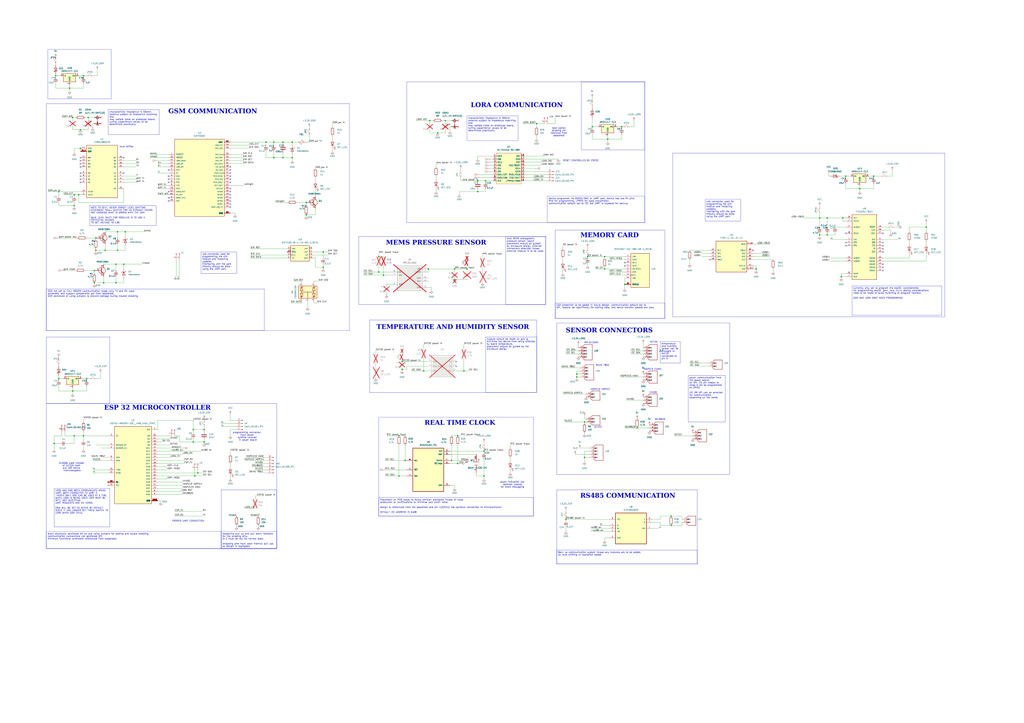
<source format=kicad_sch>
(kicad_sch (version 20250114) (generator "eeschema") (generator_version "9.0")
  (paper "A1")
  (title_block (title "GATEWAY BOARD") (date "2025-11-03") (rev "V-1.1") (company "AdeMNEA IoT-ra") (comment 1 "Designed By TN Muhanguzi") (comment 2 "For MPSE Research at Makerere University"))
  (rectangle (start 457.2 402.59) (end 572.77 463.55))
  (rectangle (start 455.93 189.23) (end 546.1 261.62))
  (rectangle (start 39.37 40.64) (end 91.44 81.28))
  (rectangle (start 457.2 265.43) (end 599.44 389.89))
  (rectangle (start 311.15 342.9) (end 438.15 424.18))
  (rectangle (start 303.53 262.89) (end 440.69 322.58))
  (rectangle (start 38.1 85.09) (end 287.02 271.78))
  (rectangle (start 552.45 125.73) (end 775.97 260.35))
  (rectangle (start 38.1 276.86) (end 90.17 331.47))
  (rectangle (start 294.64 194.31) (end 448.31 250.19))
  (rectangle (start 181.61 402.59) (end 227.33 450.85))
  (rectangle (start 477.52 67.31) (end 529.59 123.19))
  (rectangle (start 334.01 67.31) (end 529.59 182.88))
  (rectangle (start 38.1 331.47) (end 227.33 450.85))
  (text "REAL TIME CLOCK\n" (at 377.698 348.742 0) (effects (font (size 3.81 3.81) (bold yes))))
  (text "MPL3115ARI" (at 485.648 281.686 0) (effects (font (size 1.27 1.27))))
  (text "power indication led,\n optional, placed \nfor block debugging" (at 420.878 398.272 0) (effects (font (size 1.27 1.27))))
  (text "DS18B20\n" (at 542.036 344.678 0) (effects (font (size 1.27 1.27))))
  (text "programming connector,\n input power \nscheme covered\n in power board" (at 202.946 358.648 0) (effects (font (size 1.27 1.27))))
  (text "S1223" (at 490.982 351.028 0) (effects (font (size 1.27 1.27))))
  (text "MEMORY CARD\n" (at 500.634 194.564 0) (effects (font (size 3.81 3.81) (bold yes))))
  (text "MEMS PRESSURE SENSOR" (at 358.14 200.66 0) (effects (font (size 3.81 3.81) (bold yes))))
  (text "INSPEED VORTEX\n" (at 493.014 320.04 0) (effects (font (size 1.27 1.27))))
  (text "SENSOR CONNECTORS" (at 500.38 272.796 0) (effects (font (size 3.81 3.81) (bold yes))))
  (text "level shifter " (at 104.394 120.65 0) (effects (font (size 1.27 1.27))))
  (text "DAVIS 7852\n" (at 494.792 300.228 0) (effects (font (size 1.27 1.27))))
  (text "SHT25" (at 536.956 281.178 0) (effects (font (size 1.27 1.27))))
  (text "LORA COMMUNICATION" (at 424.434 87.63 0) (effects (font (size 3.81 3.81) (bold yes))))
  (text "RS485 COMMUNICATION" (at 515.62 408.686 0) (effects (font (size 3.81 3.81) (bold yes))))
  (text "TEMPERATURE AND HUMIDITY SENSOR\n" (at 371.856 270.002 0) (effects (font (size 3.81 3.81) (bold yes))))
  (text "PROPER UART CONNECTION " (at 154.94 428.244 0) (effects (font (size 1.27 1.27))))
  (text "GSM COMMUNICATION" (at 174.752 92.71 0) (effects (font (size 3.81 3.81) (bold yes))))
  (text "boot option \nstraping pin \nrefenced from \ndatasheet " (at 459.486 108.458 0) (effects (font (size 1.27 1.27))))
  (text "ESP 32 MICROCONTROLLER" (at 129.286 336.296 0) (effects (font (size 3.81 3.81) (bold yes))))
  (text "RESET CONTROLLED BY ESP32" (at 477.012 132.08 0) (effects (font (size 1.27 1.27))))
  (text "VH400" (at 536.448 322.58 0) (effects (font (size 1.27 1.27))))
  (text "GL5506 used instead \nof S1223, both \nare LDR hence \ninterchangable" (at 59.182 383.794 0) (effects (font (size 1.27 1.27))))
  (text "INSPEED EVANE\n" (at 535.94 303.53 0) (effects (font (size 1.27 1.27))))
  (text_box "ESD protection to be added in future design, communication default set to \nSPI, module set specifically for storing data, and hence transfer speeds are slow" (at 455.93 248.92 0) (size 90.17 12.7) (margins 0.9525 0.9525 0.9525 0.9525) (effects (font (size 1.27 1.27)) (justify left top)))
  (text_box "GSM not set to FULL MODEM communication mode, only TX and RX used, \nschematic and support components got from datasheet. \nGSM sectioned of using jumpers to prevent damage during trouble shooting" (at 38.1 237.49 0) (size 179.07 34.29) (margins 0.9525 0.9525 0.9525 0.9525) (effects (font (size 1.27 1.27)) (justify left top)))
  (text_box "temperature and humidity sensor can be changed to \nDHT22 connected to pin 5" (at 542.29 280.67 0) (size 16.51 17.78) (margins 0.9525 0.9525 0.9525 0.9525) (effects (font (size 1.27 1.27)) (justify left top)))
  (text_box "Placement on PCB needs to follow emision standards incase of mass \nproduction or certifications to minimise and contil noise\n\ndesign is referenced from the datasheet and pin 1(32khz) has oprional connection to microcontroller\n\nDEFAULT I2C ADDRESS IS 0x68" (at 311.15 408.94 0) (size 127 15.24) (margins 0.9525 0.9525 0.9525 0.9525) (effects (font (size 1.27 1.27)) (justify left top)))
  (text_box "device programed via SWDIO/SWC or UART port, device has two Rx pins \nRXD for programming, LPRXD for data transmision,\ncommunication default set to I2C but UART is exposed for backup" (at 449.58 161.29 0) (size 80.01 21.59) (margins 0.9525 0.9525 0.9525 0.9525) (effects (font (size 1.27 1.27)) (justify left top)))
  (text_box "currently only set to program the esp32, consideration \nfor programming esp32, gsm, lora, tx/rx desing considerations \nneed to be made to allow switching of program inerface\n\nGSM AND LORA DONT NEED PROGRAMMING" (at 699.77 234.95 0) (size 73.66 24.13) (margins 0.9525 0.9525 0.9525 0.9525) (effects (font (size 1.27 1.27)) (justify left top)))
  (text_box "characterisitc impedence is 50ohm, antenna subject to impedence matching and \nmay radiate noise on prototype board. tuning capacitence values to be determined practically" (at 383.54 95.25 0) (size 41.91 20.32) (margins 0.9525 0.9525 0.9525 0.9525) (effects (font (size 1.27 1.27)) (justify left top)))
  (text_box "block physically sectioned off on pcb using jumpers for testing and touble shooting.\ncommunication connections not sectioned off.\nminimum functional schematic referenced from datasheet." (at 38.1 436.88 0) (size 143.51 13.97) (margins 0.9525 0.9525 0.9525 0.9525) (effects (font (size 1.27 1.27)) (justify left top)))
  (text_box "NOTE TO SELF, NEVER FORGET LEVEL SHIFTING\nOTHERWISE YOULL SUFFER FOR 10 STRAIGHT HOURS \nNOT KNOWING WHAT IS WRONG WITH THE GSM\n\nQUIK LEVEL SHIFT FOR MODULES IS TO USE A POTTENTIAL DIVIDER \nTO SET VOLTAGE TO 1.8V" (at 73.66 168.91 0) (size 54.61 16.51) (margins 0.9525 0.9525 0.9525 0.9525) (effects (font (size 1.27 1.27)) (justify left top)))
  (text_box "usb connector used for programming the sim module and installing updates \ninterfacing with the gsm directly should be done using the UART port\n" (at 579.12 163.83 0) (size 29.21 17.78) (margins 0.9525 0.9525 0.9525 0.9525) (effects (font (size 1.27 1.27)) (justify left top)))
  (text_box "respective pull up and pull down resistors for the straping pins, \nio 2 must be low for normal boot.\n\nstrapping pins have weak internal pull ups so design is negligable" (at 181.61 436.88 0) (size 45.72 13.97) (margins 0.9525 0.9525 0.9525 0.9525) (effects (font (size 1.27 1.27)) (justify left top)))
  (text_box "characterisitc impedence is 50ohm, antenna subject to impedence matching and \nmay radiate noise on prototype board. tuning capacitence values to be determined practically" (at 88.9 90.17 0) (size 41.91 20.32) (margins 0.9525 0.9525 0.9525 0.9525) (effects (font (size 1.27 1.27)) (justify left top)))
  (text_box "usb connector used for programming the sim module and installing updates \ninterfacing with the gsm directly should be done using the UART port\n" (at 165.1 207.01 0) (size 29.21 17.78) (margins 0.9525 0.9525 0.9525 0.9525) (effects (font (size 1.27 1.27)) (justify left top)))
  (text_box "smd MEMS atmospheric pressure sensor, board placement should be guided\nby enclosure design, external connectors attached incase external module is to be used.\n" (at 415.29 194.31 0) (size 33.02 55.88) (margins 0.9525 0.9525 0.9525 0.9525) (effects (font (size 1.27 1.27)) (justify left top)))
  (text_box "power communication from the power board, \non SPI, CS pin mapps to strap 5 (to be programmed\nas GPIO)\n\nI2C OR SPI can be selected for communication depending on the needs" (at 565.15 308.61 0) (size 30.48 38.1) (margins 0.9525 0.9525 0.9525 0.9525) (effects (font (size 1.27 1.27)) (justify left top)))
  (text_box "Back up communication system incase any modules are to be added.\nno level shifting or issolation added " (at 457.2 452.12 0) (size 115.57 11.43) (margins 0.9525 0.9525 0.9525 0.9525) (effects (font (size 1.27 1.27)) (justify left top)))
  (text_box "cutouts should be made on pcb to minimise the device from being affected by board temperature.\nplacement should be guided by the enclosure design" (at 398.78 276.86 0) (size 41.91 45.72) (margins 0.9525 0.9525 0.9525 0.9525) (effects (font (size 1.27 1.27)) (justify left top)))
  (text_box "LORA AND GSM BOTH COMMUNICATE USING UART, BOTH CONNECTED TO UART 2\n HENCE ONLY ONE CAN BE USED AT A TIME, WHEN LORA IS BEING USED, GSM MUST BE OFF/ NOT ACCEPTING \nUART REQUESTS AND VIE VERSA, \n\nGSM WILL BE SET TO ACTIVE BY DEFAULT SINCE IT HAS LONGER SET TIMES. SWITCH TO LORA WHEN GSM FAILS." (at 44.45 401.32 0) (size 45.72 31.75) (margins 0.9525 0.9525 0.9525 0.9525) (effects (font (size 1.27 1.27)) (justify left top)))
  (junction (at 496.57 220.98))
  (junction (at 68.58 62.23))
  (junction (at 392.43 157.48))
  (junction (at 692.15 179.07))
  (junction (at 482.6 210.82))
  (junction (at 48.26 311.15))
  (junction (at 218.44 116.84))
  (junction (at 365.76 99.06))
  (junction (at 373.38 229.87))
  (junction (at 311.15 210.82))
  (junction (at 397.51 370.84))
  (junction (at 513.08 233.68))
  (junction (at 59.69 96.52))
  (junction (at 232.41 116.84))
  (junction (at 224.79 116.84))
  (junction (at 95.25 217.17))
  (junction (at 392.43 148.59))
  (junction (at 327.66 358.14))
  (junction (at 72.39 96.52))
  (junction (at 760.73 186.69))
  (junction (at 353.06 99.06))
  (junction (at 66.04 121.92))
  (junction (at 359.41 109.22))
  (junction (at 68.58 358.14))
  (junction (at 375.92 358.14))
  (junction (at 240.03 129.54))
  (junction (at 240.03 116.84))
  (junction (at 251.46 166.37))
  (junction (at 78.74 195.58))
  (junction (at 78.74 205.74))
  (junction (at 162.56 388.62))
  (junction (at 381 304.8))
  (junction (at 60.96 358.14))
  (junction (at 224.79 129.54))
  (junction (at 375.92 381))
  (junction (at 717.55 144.78))
  (junction (at 673.1 193.04))
  (junction (at 77.47 222.25))
  (junction (at 66.04 106.68))
  (junction (at 373.38 220.98))
  (junction (at 77.47 232.41))
  (junction (at 621.03 220.98))
  (junction (at 330.2 297.18))
  (junction (at 71.12 311.15))
  (junction (at 551.18 431.8))
  (junction (at 347.98 304.8))
  (junction (at 486.41 104.14))
  (junction (at 167.64 363.22))
  (junction (at 64.77 160.02))
  (junction (at 690.88 227.33))
  (junction (at 59.69 321.31))
  (junction (at 398.78 148.59))
  (junction (at 160.02 391.16))
  (junction (at 158.75 363.22))
  (junction (at 332.74 378.46))
  (junction (at 383.54 220.98))
  (junction (at 464.82 426.72))
  (junction (at 45.72 62.23))
  (junction (at 523.24 351.79))
  (junction (at 473.71 307.34))
  (junction (at 694.69 144.78))
  (junction (at 96.52 190.5))
  (junction (at 232.41 129.54))
  (junction (at 101.6 217.17))
  (junction (at 330.2 303.53))
  (junction (at 673.1 179.07))
  (junction (at 440.69 101.6))
  (junction (at 265.43 207.01))
  (junction (at 102.87 190.5))
  (junction (at 473.71 309.88))
  (junction (at 86.36 205.74))
  (junction (at 480.06 346.71))
  (junction (at 251.46 176.53))
  (junction (at 679.45 179.07))
  (junction (at 60.96 168.91))
  (junction (at 397.51 391.16))
  (junction (at 95.25 232.41))
  (junction (at 351.79 220.98))
  (junction (at 44.45 364.49))
  (junction (at 551.18 424.18))
  (junction (at 499.11 114.3))
  (junction (at 311.15 223.52))
  (junction (at 510.54 104.14))
  (junction (at 158.75 353.06))
  (junction (at 679.45 193.04))
  (junction (at 496.57 210.82))
  (junction (at 60.96 160.02))
  (junction (at 96.52 205.74))
  (junction (at 706.12 154.94))
  (junction (at 167.64 353.06))
  (junction (at 314.96 226.06))
  (junction (at 85.09 232.41))
  (junction (at 370.84 378.46))
  (junction (at 480.06 375.92))
  (junction (at 57.15 72.39))
  (junction (at 48.26 157.48))
  (junction (at 265.43 219.71))
  (junction (at 327.66 391.16))
  (no_connect (at 189.23 137.16))
  (no_connect (at 694.69 201.93))
  (no_connect (at 189.23 165.1))
  (no_connect (at 725.17 207.01))
  (no_connect (at 725.17 219.71))
  (no_connect (at 189.23 160.02))
  (no_connect (at 582.93 213.36))
  (no_connect (at 66.04 147.32))
  (no_connect (at 513.08 218.44))
  (no_connect (at 513.08 215.9))
  (no_connect (at 694.69 199.39))
  (no_connect (at 138.43 165.1))
  (no_connect (at 725.17 191.77))
  (no_connect (at 694.69 191.77))
  (no_connect (at 725.17 204.47))
  (no_connect (at 138.43 157.48))
  (no_connect (at 189.23 139.7))
  (no_connect (at 189.23 170.18))
  (no_connect (at 189.23 157.48))
  (no_connect (at 374.65 300.99))
  (no_connect (at 66.04 144.78))
  (no_connect (at 189.23 154.94))
  (no_connect (at 66.04 132.08))
  (no_connect (at 138.43 144.78))
  (no_connect (at 374.65 297.18))
  (no_connect (at 138.43 149.86))
  (no_connect (at 189.23 142.24))
  (no_connect (at 725.17 217.17))
  (no_connect (at 138.43 147.32))
  (no_connect (at 189.23 149.86))
  (no_connect (at 66.04 142.24))
  (no_connect (at 236.22 207.01))
  (no_connect (at 66.04 149.86))
  (no_connect (at 66.04 134.62))
  (no_connect (at 618.49 205.74))
  (no_connect (at 725.17 222.25))
  (no_connect (at 138.43 139.7))
  (no_connect (at 725.17 199.39))
  (no_connect (at 101.6 142.24))
  (no_connect (at 725.17 201.93))
  (no_connect (at 189.23 144.78))
  (no_connect (at 189.23 147.32))
  (no_connect (at 189.23 167.64))
  (no_connect (at 189.23 162.56))
  (no_connect (at 66.04 129.54))
  (no_connect (at 66.04 137.16))
  (no_connect (at 138.43 162.56))
  (no_connect (at 101.6 129.54))
  (wire (pts (xy 464.82 433.07) (xy 464.82 436.88)))
  (wire (pts (xy 576.58 210.82) (xy 582.93 210.82)))
  (wire (pts (xy 383.54 222.25) (xy 383.54 220.98)))
  (wire (pts (xy 510.54 114.3) (xy 499.11 114.3)))
  (wire (pts (xy 60.96 358.14) (xy 68.58 358.14)))
  (wire (pts (xy 129.54 132.08) (xy 138.43 132.08)))
  (wire (pts (xy 378.46 138.43) (xy 378.46 140.97)))
  (wire (pts (xy 690.88 227.33) (xy 690.88 228.6)))
  (wire (pts (xy 692.15 181.61) (xy 692.15 179.07)))
  (wire (pts (xy 553.72 358.14) (xy 568.96 358.14)))
  (wire (pts (xy 464.82 426.72) (xy 500.38 426.72)))
  (wire (pts (xy 129.54 160.02) (xy 138.43 160.02)))
  (wire (pts (xy 48.26 157.48) (xy 48.26 161.29)))
  (wire (pts (xy 85.09 217.17) (xy 95.25 217.17)))
  (wire (pts (xy 375.92 358.14) (xy 378.46 358.14)))
  (wire (pts (xy 78.74 204.47) (xy 78.74 205.74)))
  (wire (pts (xy 476.25 309.88) (xy 473.71 309.88)))
  (wire (pts (xy 298.45 226.06) (xy 314.96 226.06)))
  (wire (pts (xy 332.74 378.46) (xy 334.01 378.46)))
  (wire (pts (xy 518.16 288.29) (xy 528.32 288.29)))
  (wire (pts (xy 369.57 381) (xy 375.92 381)))
  (wire (pts (xy 189.23 175.26) (xy 193.04 175.26)))
  (wire (pts (xy 483.87 370.84) (xy 480.06 370.84)))
  (wire (pts (xy 760.73 198.12) (xy 760.73 200.66)))
  (wire (pts (xy 308.61 298.45) (xy 308.61 300.99)))
  (wire (pts (xy 60.96 125.73) (xy 60.96 121.92)))
  (wire (pts (xy 85.09 232.41) (xy 77.47 232.41)))
  (wire (pts (xy 298.45 223.52) (xy 311.15 223.52)))
  (wire (pts (xy 95.25 227.33) (xy 95.25 232.41)))
  (wire (pts (xy 193.04 175.26) (xy 193.04 176.53)))
  (wire (pts (xy 316.23 378.46) (xy 332.74 378.46)))
  (wire (pts (xy 189.23 134.62) (xy 199.39 134.62)))
  (wire (pts (xy 363.22 99.06) (xy 365.76 99.06)))
  (wire (pts (xy 78.74 365.76) (xy 88.9 365.76)))
  (wire (pts (xy 254 116.84) (xy 250.19 116.84)))
  (wire (pts (xy 725.17 212.09) (xy 746.76 212.09)))
  (wire (pts (xy 257.81 248.92) (xy 260.35 248.92)))
  (wire (pts (xy 209.55 407.67) (xy 209.55 410.21)))
  (wire (pts (xy 60.96 168.91) (xy 60.96 170.18)))
  (wire (pts (xy 64.77 160.02) (xy 60.96 160.02)))
  (wire (pts (xy 551.18 424.18) (xy 560.07 424.18)))
  (wire (pts (xy 334.01 300.99) (xy 334.01 303.53)))
  (wire (pts (xy 259.08 146.05) (xy 259.08 148.59)))
  (wire (pts (xy 158.75 353.06) (xy 158.75 355.6)))
  (wire (pts (xy 265.43 219.71) (xy 265.43 220.98)))
  (wire (pts (xy 86.36 200.66) (xy 86.36 205.74)))
  (wire (pts (xy 492.76 431.8) (xy 500.38 431.8)))
  (wire (pts (xy 209.55 386.08) (xy 219.71 386.08)))
  (wire (pts (xy 430.53 130.81) (xy 458.47 130.81)))
  (wire (pts (xy 398.78 148.59) (xy 405.13 148.59)))
  (wire (pts (xy 391.16 388.62) (xy 391.16 391.16)))
  (wire (pts (xy 317.5 240.03) (xy 317.5 242.57)))
  (wire (pts (xy 44.45 364.49) (xy 49.53 364.49)))
  (wire (pts (xy 308.61 288.29) (xy 308.61 290.83)))
  (wire (pts (xy 129.54 142.24) (xy 138.43 142.24)))
  (wire (pts (xy 358.14 144.78) (xy 358.14 147.32)))
  (wire (pts (xy 129.54 398.78) (xy 149.86 398.78)))
  (wire (pts (xy 243.84 166.37) (xy 251.46 166.37)))
  (wire (pts (xy 486.41 104.14) (xy 491.49 104.14)))
  (wire (pts (xy 679.45 179.07) (xy 692.15 179.07)))
  (wire (pts (xy 78.74 311.15) (xy 82.55 311.15)))
  (wire (pts (xy 72.39 99.06) (xy 72.39 96.52)))
  (wire (pts (xy 68.58 358.14) (xy 68.58 361.95)))
  (wire (pts (xy 102.87 190.5) (xy 118.11 190.5)))
  (wire (pts (xy 680.72 144.78) (xy 681.99 144.78)))
  (wire (pts (xy 476.25 307.34) (xy 473.71 307.34)))
  (wire (pts (xy 482.6 203.2) (xy 482.6 204.47)))
  (wire (pts (xy 402.59 140.97) (xy 405.13 140.97)))
  (wire (pts (xy 71.12 311.15) (xy 73.66 311.15)))
  (wire (pts (xy 480.06 370.84) (xy 480.06 375.92)))
  (wire (pts (xy 167.64 364.49) (xy 167.64 363.22)))
  (wire (pts (xy 189.23 127) (xy 199.39 127)))
  (wire (pts (xy 542.29 424.18) (xy 551.18 424.18)))
  (wire (pts (xy 76.2 386.08) (xy 88.9 386.08)))
  (wire (pts (xy 679.45 193.04) (xy 685.8 193.04)))
  (wire (pts (xy 189.23 381) (xy 189.23 383.54)))
  (wire (pts (xy 535.94 429.26) (xy 542.29 429.26)))
  (wire (pts (xy 746.76 186.69) (xy 760.73 186.69)))
  (wire (pts (xy 398.78 154.94) (xy 398.78 157.48)))
  (wire (pts (xy 256.54 212.09) (xy 259.08 212.09)))
  (wire (pts (xy 80.01 57.15) (xy 80.01 62.23)))
  (wire (pts (xy 375.92 381) (xy 377.19 381)))
  (wire (pts (xy 392.43 148.59) (xy 398.78 148.59)))
  (wire (pts (xy 54.61 364.49) (xy 60.96 364.49)))
  (wire (pts (xy 77.47 233.68) (xy 77.47 232.41)))
  (wire (pts (xy 82.55 368.3) (xy 88.9 368.3)))
  (wire (pts (xy 167.64 361.95) (xy 167.64 363.22)))
  (wire (pts (xy 60.96 160.02) (xy 60.96 161.29)))
  (wire (pts (xy 68.58 344.17) (xy 68.58 346.71)))
  (wire (pts (xy 473.71 304.8) (xy 473.71 307.34)))
  (wire (pts (xy 476.25 368.3) (xy 483.87 368.3)))
  (wire (pts (xy 189.23 353.06) (xy 189.23 358.14)))
  (wire (pts (xy 167.64 344.17) (xy 167.64 345.44)))
  (wire (pts (xy 621.03 220.98) (xy 621.03 218.44)))
  (wire (pts (xy 273.05 111.76) (xy 273.05 114.3)))
  (wire (pts (xy 240.03 127) (xy 240.03 129.54)))
  (wire (pts (xy 143.51 420.37) (xy 166.37 420.37)))
  (wire (pts (xy 218.44 116.84) (xy 218.44 119.38)))
  (wire (pts (xy 224.79 129.54) (xy 218.44 129.54)))
  (wire (pts (xy 500.38 226.06) (xy 513.08 226.06)))
  (wire (pts (xy 334.01 303.53) (xy 330.2 303.53)))
  (wire (pts (xy 694.69 224.79) (xy 690.88 224.79)))
  (wire (pts (xy 247.65 232.41) (xy 247.65 231.14)))
  (wire (pts (xy 256.54 209.55) (xy 269.24 209.55)))
  (wire (pts (xy 66.04 121.92) (xy 66.04 124.46)))
  (wire (pts (xy 82.55 306.07) (xy 82.55 311.15)))
  (wire (pts (xy 101.6 166.37) (xy 64.77 166.37)))
  (wire (pts (xy 513.08 228.6) (xy 513.08 233.68)))
  (wire (pts (xy 513.08 351.79) (xy 523.24 351.79)))
  (wire (pts (xy 621.03 218.44) (xy 618.49 218.44)))
  (wire (pts (xy 162.56 388.62) (xy 166.37 388.62)))
  (wire (pts (xy 398.78 157.48) (xy 392.43 157.48)))
  (wire (pts (xy 240.03 129.54) (xy 232.41 129.54)))
  (wire (pts (xy 551.18 431.8) (xy 560.07 431.8)))
  (wire (pts (xy 464.82 426.72) (xy 464.82 427.99)))
  (wire (pts (xy 209.55 407.67) (xy 210.82 407.67)))
  (wire (pts (xy 462.28 323.85) (xy 481.33 323.85)))
  (wire (pts (xy 101.6 217.17) (xy 116.84 217.17)))
  (wire (pts (xy 316.23 391.16) (xy 327.66 391.16)))
  (wire (pts (xy 76.2 105.41) (xy 76.2 101.6)))
  (wire (pts (xy 681.99 196.85) (xy 694.69 196.85)))
  (wire (pts (xy 68.58 62.23) (xy 68.58 63.5)))
  (wire (pts (xy 68.58 354.33) (xy 68.58 358.14)))
  (wire (pts (xy 463.55 346.71) (xy 480.06 346.71)))
  (wire (pts (xy 351.79 300.99) (xy 334.01 300.99)))
  (wire (pts (xy 72.39 96.52) (xy 77.47 96.52)))
  (wire (pts (xy 673.1 168.91) (xy 673.1 170.18)))
  (wire (pts (xy 673.1 193.04) (xy 679.45 193.04)))
  (wire (pts (xy 713.74 144.78) (xy 717.55 144.78)))
  (wire (pts (xy 59.69 99.06) (xy 59.69 96.52)))
  (wire (pts (xy 218.44 116.84) (xy 224.79 116.84)))
  (wire (pts (xy 365.76 99.06) (xy 370.84 99.06)))
  (wire (pts (xy 215.9 388.62) (xy 219.71 388.62)))
  (wire (pts (xy 440.69 101.6) (xy 447.04 101.6)))
  (wire (pts (xy 52.07 222.25) (xy 62.23 222.25)))
  (wire (pts (xy 189.23 132.08) (xy 199.39 132.08)))
  (wire (pts (xy 378.46 146.05) (xy 378.46 148.59)))
  (wire (pts (xy 48.26 168.91) (xy 60.96 168.91)))
  (wire (pts (xy 194.31 345.44) (xy 189.23 345.44)))
  (wire (pts (xy 488.95 220.98) (xy 496.57 220.98)))
  (wire (pts (xy 332.74 365.76) (xy 332.74 378.46)))
  (wire (pts (xy 194.31 353.06) (xy 189.23 353.06)))
  (wire (pts (xy 48.26 321.31) (xy 59.69 321.31)))
  (wire (pts (xy 314.96 226.06) (xy 321.31 226.06)))
  (wire (pts (xy 398.78 148.59) (xy 398.78 149.86)))
  (wire (pts (xy 480.06 347.98) (xy 480.06 346.71)))
  (wire (pts (xy 189.23 391.16) (xy 189.23 393.7)))
  (wire (pts (xy 252.73 247.65) (xy 252.73 252.73)))
  (wire (pts (xy 461.01 302.26) (xy 476.25 302.26)))
  (wire (pts (xy 746.76 208.28) (xy 746.76 212.09)))
  (wire (pts (xy 189.23 152.4) (xy 200.66 152.4)))
  (wire (pts (xy 480.06 344.17) (xy 480.06 341.63)))
  (wire (pts (xy 95.25 222.25) (xy 95.25 217.17)))
  (wire (pts (xy 129.54 378.46) (xy 151.13 378.46)))
  (wire (pts (xy 725.17 189.23) (xy 731.52 189.23)))
  (wire (pts (xy 706.12 152.4) (xy 706.12 154.94)))
  (wire (pts (xy 369.57 370.84) (xy 397.51 370.84)))
  (wire (pts (xy 50.8 96.52) (xy 59.69 96.52)))
  (wire (pts (xy 760.73 182.88) (xy 760.73 186.69)))
  (wire (pts (xy 72.39 104.14) (xy 72.39 106.68)))
  (wire (pts (xy 45.72 52.07) (xy 45.72 53.34)))
  (wire (pts (xy 528.32 328.93) (xy 514.35 328.93)))
  (wire (pts (xy 365.76 101.6) (xy 365.76 99.06)))
  (wire (pts (xy 48.26 166.37) (xy 48.26 168.91)))
  (wire (pts (xy 370.84 365.76) (xy 370.84 378.46)))
  (wire (pts (xy 167.64 350.52) (xy 167.64 353.06)))
  (wire (pts (xy 48.26 299.72) (xy 48.26 300.99)))
  (wire (pts (xy 129.54 368.3) (xy 149.86 368.3)))
  (wire (pts (xy 129.54 411.48) (xy 132.08 411.48)))
  (wire (pts (xy 370.84 378.46) (xy 381 378.46)))
  (wire (pts (xy 160.02 391.16) (xy 166.37 391.16)))
  (wire (pts (xy 240.03 116.84) (xy 240.03 119.38)))
  (wire (pts (xy 212.09 433.07) (xy 212.09 431.8)))
  (wire (pts (xy 45.72 60.96) (xy 45.72 62.23)))
  (wire (pts (xy 510.54 104.14) (xy 511.81 104.14)))
  (wire (pts (xy 317.5 358.14) (xy 327.66 358.14)))
  (wire (pts (xy 396.24 209.55) (xy 396.24 212.09)))
  (wire (pts (xy 566.42 300.99) (xy 581.66 300.99)))
  (wire (pts (xy 419.1 386.08) (xy 419.1 388.62)))
  (wire (pts (xy 330.2 289.56) (xy 330.2 290.83)))
  (wire (pts (xy 64.77 62.23) (xy 68.58 62.23)))
  (wire (pts (xy 473.71 309.88) (xy 473.71 311.15)))
  (wire (pts (xy 144.78 213.36) (xy 144.78 229.87)))
  (wire (pts (xy 746.76 198.12) (xy 746.76 200.66)))
  (wire (pts (xy 500.38 441.96) (xy 496.57 441.96)))
  (wire (pts (xy 158.75 353.06) (xy 167.64 353.06)))
  (wire (pts (xy 690.88 227.33) (xy 694.69 227.33)))
  (wire (pts (xy 251.46 177.8) (xy 251.46 176.53)))
  (wire (pts (xy 132.08 411.48) (xy 132.08 412.75)))
  (wire (pts (xy 205.74 209.55) (xy 236.22 209.55)))
  (wire (pts (xy 391.16 391.16) (xy 397.51 391.16)))
  (wire (pts (xy 430.53 133.35) (xy 444.5 133.35)))
  (wire (pts (xy 59.69 106.68) (xy 59.69 104.14)))
  (wire (pts (xy 393.7 146.05) (xy 405.13 146.05)))
  (wire (pts (xy 392.43 130.81) (xy 392.43 128.27)))
  (wire (pts (xy 160.02 386.08) (xy 160.02 391.16)))
  (wire (pts (xy 430.53 146.05) (xy 449.58 146.05)))
  (wire (pts (xy 123.19 127) (xy 138.43 127)))
  (wire (pts (xy 397.51 377.19) (xy 397.51 391.16)))
  (wire (pts (xy 359.41 109.22) (xy 353.06 109.22)))
  (wire (pts (xy 71.12 195.58) (xy 78.74 195.58)))
  (wire (pts (xy 680.72 142.24) (xy 680.72 144.78)))
  (wire (pts (xy 201.93 375.92) (xy 219.71 375.92)))
  (wire (pts (xy 480.06 346.71) (xy 481.33 346.71)))
  (wire (pts (xy 430.53 143.51) (xy 449.58 143.51)))
  (wire (pts (xy 731.52 189.23) (xy 731.52 191.77)))
  (wire (pts (xy 496.57 220.98) (xy 513.08 220.98)))
  (wire (pts (xy 353.06 109.22) (xy 353.06 106.68)))
  (wire (pts (xy 351.79 220.98) (xy 373.38 220.98)))
  (wire (pts (xy 273.05 121.92) (xy 273.05 124.46)))
  (wire (pts (xy 746.76 190.5) (xy 746.76 186.69)))
  (wire (pts (xy 393.7 143.51) (xy 405.13 143.51)))
  (wire (pts (xy 143.51 424.18) (xy 166.37 424.18)))
  (wire (pts (xy 430.53 148.59) (xy 449.58 148.59)))
  (wire (pts (xy 685.8 191.77) (xy 685.8 193.04)))
  (wire (pts (xy 486.41 114.3) (xy 499.11 114.3)))
  (wire (pts (xy 520.7 99.06) (xy 520.7 104.14)))
  (wire (pts (xy 44.45 358.14) (xy 50.8 358.14)))
  (wire (pts (xy 39.37 157.48) (xy 48.26 157.48)))
  (wire (pts (xy 76.2 378.46) (xy 88.9 378.46)))
  (wire (pts (xy 71.12 311.15) (xy 71.12 312.42)))
  (wire (pts (xy 397.51 391.16) (xy 397.51 393.7)))
  (wire (pts (xy 129.54 360.68) (xy 139.7 360.68)))
  (wire (pts (xy 381 283.21) (xy 381 287.02)))
  (wire (pts (xy 143.51 358.14) (xy 147.32 358.14)))
  (wire (pts (xy 257.81 232.41) (xy 257.81 231.14)))
  (wire (pts (xy 167.64 354.33) (xy 167.64 353.06)))
  (wire (pts (xy 560.07 424.18) (xy 560.07 426.72)))
  (wire (pts (xy 96.52 190.5) (xy 102.87 190.5)))
  (wire (pts (xy 232.41 129.54) (xy 224.79 129.54)))
  (wire (pts (xy 373.38 228.6) (xy 373.38 229.87)))
  (wire (pts (xy 68.58 62.23) (xy 71.12 62.23)))
  (wire (pts (xy 101.6 149.86) (xy 111.76 149.86)))
  (wire (pts (xy 464.82 419.1) (xy 464.82 420.37)))
  (wire (pts (xy 50.8 354.33) (xy 50.8 358.14)))
  (wire (pts (xy 256.54 207.01) (xy 265.43 207.01)))
  (wire (pts (xy 369.57 104.14) (xy 370.84 104.14)))
  (wire (pts (xy 224.79 116.84) (xy 224.79 119.38)))
  (wire (pts (xy 86.36 205.74) (xy 78.74 205.74)))
  (wire (pts (xy 44.45 358.14) (xy 44.45 364.49)))
  (wire (pts (xy 473.71 307.34) (xy 473.71 309.88)))
  (wire (pts (xy 72.39 106.68) (xy 66.04 106.68)))
  (wire (pts (xy 129.54 383.54) (xy 137.16 383.54)))
  (wire (pts (xy 351.79 236.22) (xy 354.33 236.22)))
  (wire (pts (xy 430.53 140.97) (xy 449.58 140.97)))
  (wire (pts (xy 78.74 196.85) (xy 78.74 195.58)))
  (wire (pts (xy 158.75 345.44) (xy 158.75 353.06)))
  (wire (pts (xy 673.1 193.04) (xy 673.1 194.31)))
  (wire (pts (xy 440.69 104.14) (xy 440.69 101.6)))
  (wire (pts (xy 462.28 201.93) (xy 462.28 204.47)))
  (wire (pts (xy 224.79 116.84) (xy 232.41 116.84)))
  (wire (pts (xy 523.24 351.79) (xy 533.4 351.79)))
  (wire (pts (xy 618.49 220.98) (xy 621.03 220.98)))
  (wire (pts (xy 717.55 144.78) (xy 723.9 144.78)))
  (wire (pts (xy 330.2 302.26) (xy 330.2 303.53)))
  (wire (pts (xy 101.6 134.62) (xy 111.76 134.62)))
  (wire (pts (xy 60.96 121.92) (xy 66.04 121.92)))
  (wire (pts (xy 265.43 207.01) (xy 265.43 212.09)))
  (wire (pts (xy 95.25 217.17) (xy 101.6 217.17)))
  (wire (pts (xy 102.87 205.74) (xy 102.87 201.93)))
  (wire (pts (xy 86.36 190.5) (xy 96.52 190.5)))
  (wire (pts (xy 129.54 345.44) (xy 158.75 345.44)))
  (wire (pts (xy 189.23 116.84) (xy 218.44 116.84)))
  (wire (pts (xy 673.1 175.26) (xy 673.1 179.07)))
  (wire (pts (xy 316.23 386.08) (xy 334.01 386.08)))
  (wire (pts (xy 327.66 391.16) (xy 334.01 391.16)))
  (wire (pts (xy 96.52 205.74) (xy 102.87 205.74)))
  (wire (pts (xy 690.88 224.79) (xy 690.88 227.33)))
  (wire (pts (xy 129.54 363.22) (xy 133.35 363.22)))
  (wire (pts (xy 472.44 373.38) (xy 483.87 373.38)))
  (wire (pts (xy 378.46 148.59) (xy 392.43 148.59)))
  (wire (pts (xy 60.96 166.37) (xy 60.96 168.91)))
  (wire (pts (xy 496.57 210.82) (xy 513.08 210.82)))
  (wire (pts (xy 86.36 205.74) (xy 96.52 205.74)))
  (wire (pts (xy 232.41 116.84) (xy 232.41 118.11)))
  (wire (pts (xy 52.07 160.02) (xy 60.96 160.02)))
  (wire (pts (xy 68.58 367.03) (xy 68.58 369.57)))
  (wire (pts (xy 129.54 345.44) (xy 129.54 353.06)))
  (wire (pts (xy 397.51 363.22) (xy 397.51 364.49)))
  (wire (pts (xy 129.54 396.24) (xy 149.86 396.24)))
  (wire (pts (xy 129.54 388.62) (xy 162.56 388.62)))
  (wire (pts (xy 205.74 212.09) (xy 236.22 212.09)))
  (wire (pts (xy 694.69 181.61) (xy 692.15 181.61)))
  (wire (pts (xy 486.41 96.52) (xy 486.41 104.14)))
  (wire (pts (xy 365.76 109.22) (xy 359.41 109.22)))
  (wire (pts (xy 397.51 369.57) (xy 397.51 370.84)))
  (wire (pts (xy 510.54 110.49) (xy 510.54 114.3)))
  (wire (pts (xy 321.31 233.68) (xy 317.5 233.68)))
  (wire (pts (xy 482.6 210.82) (xy 482.6 212.09)))
  (wire (pts (xy 48.26 308.61) (xy 48.26 311.15)))
  (wire (pts (xy 725.17 214.63) (xy 760.73 214.63)))
  (wire (pts (xy 369.57 378.46) (xy 370.84 378.46)))
  (wire (pts (xy 347.98 283.21) (xy 347.98 287.02)))
  (wire (pts (xy 694.69 144.78) (xy 698.5 144.78)))
  (wire (pts (xy 123.19 129.54) (xy 138.43 129.54)))
  (wire (pts (xy 85.09 232.41) (xy 95.25 232.41)))
  (wire (pts (xy 48.26 311.15) (xy 52.07 311.15)))
  (wire (pts (xy 509.27 309.88) (xy 528.32 309.88)))
  (wire (pts (xy 129.54 358.14) (xy 140.97 358.14)))
  (wire (pts (xy 147.32 363.22) (xy 158.75 363.22)))
  (wire (pts (xy 265.43 207.01) (xy 269.24 207.01)))
  (wire (pts (xy 462.28 222.25) (xy 462.28 224.79)))
  (wire (pts (xy 68.58 358.14) (xy 88.9 358.14)))
  (wire (pts (xy 474.98 283.21) (xy 474.98 285.75)))
  (wire (pts (xy 689.61 144.78) (xy 694.69 144.78)))
  (wire (pts (xy 660.4 179.07) (xy 673.1 179.07)))
  (wire (pts (xy 430.53 138.43) (xy 439.42 138.43)))
  (wire (pts (xy 358.14 154.94) (xy 358.14 157.48)))
  (wire (pts (xy 383.54 218.44) (xy 383.54 220.98)))
  (wire (pts (xy 725.17 186.69) (xy 728.98 186.69)))
  (wire (pts (xy 480.06 356.87) (xy 480.06 355.6)))
  (wire (pts (xy 327.66 358.14) (xy 332.74 358.14)))
  (wire (pts (xy 232.41 116.84) (xy 240.03 116.84)))
  (wire (pts (xy 129.54 373.38) (xy 149.86 373.38)))
  (wire (pts (xy 77.47 224.79) (xy 77.47 222.25)))
  (wire (pts (xy 480.06 375.92) (xy 483.87 375.92)))
  (wire (pts (xy 351.79 220.98) (xy 351.79 223.52)))
  (wire (pts (xy 187.96 424.18) (xy 194.31 424.18)))
  (wire (pts (xy 45.72 62.23) (xy 49.53 62.23)))
  (wire (pts (xy 259.08 176.53) (xy 251.46 176.53)))
  (wire (pts (xy 377.19 157.48) (xy 392.43 157.48)))
  (wire (pts (xy 430.53 128.27) (xy 445.77 128.27)))
  (wire (pts (xy 240.03 129.54) (xy 240.03 132.08)))
  (wire (pts (xy 464.82 288.29) (xy 474.98 288.29)))
  (wire (pts (xy 510.54 104.14) (xy 510.54 105.41)))
  (wire (pts (xy 513.08 233.68) (xy 513.08 237.49)))
  (wire (pts (xy 129.54 152.4) (xy 138.43 152.4)))
  (wire (pts (xy 147.32 358.14) (xy 147.32 363.22)))
  (wire (pts (xy 59.69 318.77) (xy 59.69 321.31)))
  (wire (pts (xy 480.06 344.17) (xy 481.33 344.17)))
  (wire (pts (xy 429.26 101.6) (xy 440.69 101.6)))
  (wire (pts (xy 259.08 156.21) (xy 259.08 161.29)))
  (wire (pts (xy 69.85 222.25) (xy 77.47 222.25)))
  (wire (pts (xy 232.41 125.73) (xy 232.41 129.54)))
  (wire (pts (xy 247.65 247.65) (xy 247.65 248.92)))
  (wire (pts (xy 251.46 168.91) (xy 251.46 166.37)))
  (wire (pts (xy 53.34 358.14) (xy 53.34 354.33)))
  (wire (pts (xy 419.1 365.76) (xy 419.1 368.3)))
  (wire (pts (xy 402.59 138.43) (xy 405.13 138.43)))
  (wire (pts (xy 430.53 135.89) (xy 444.5 135.89)))
  (wire (pts (xy 60.96 364.49) (xy 60.96 358.14)))
  (wire (pts (xy 53.34 358.14) (xy 60.96 358.14)))
  (wire (pts (xy 48.26 311.15) (xy 48.26 312.42)))
  (wire (pts (xy 311.15 210.82) (xy 314.96 210.82)))
  (wire (pts (xy 101.6 147.32) (xy 111.76 147.32)))
  (wire (pts (xy 528.32 281.94) (xy 528.32 285.75)))
  (wire (pts (xy 419.1 375.92) (xy 419.1 378.46)))
  (wire (pts (xy 486.41 80.01) (xy 486.41 82.55)))
  (wire (pts (xy 241.3 231.14) (xy 247.65 231.14)))
  (wire (pts (xy 506.73 104.14) (xy 510.54 104.14)))
  (wire (pts (xy 59.69 96.52) (xy 62.23 96.52)))
  (wire (pts (xy 486.41 110.49) (xy 486.41 114.3)))
  (wire (pts (xy 66.04 157.48) (xy 48.26 157.48)))
  (wire (pts (xy 101.6 137.16) (xy 111.76 137.16)))
  (wire (pts (xy 259.08 212.09) (xy 259.08 219.71)))
  (wire (pts (xy 67.31 311.15) (xy 71.12 311.15)))
  (wire (pts (xy 402.59 130.81) (xy 405.13 130.81)))
  (wire (pts (xy 238.76 248.92) (xy 247.65 248.92)))
  (wire (pts (xy 259.08 219.71) (xy 265.43 219.71)))
  (wire (pts (xy 566.42 213.36) (xy 566.42 217.17)))
  (wire (pts (xy 129.54 406.4) (xy 149.86 406.4)))
  (wire (pts (xy 226.06 166.37) (xy 236.22 166.37)))
  (wire (pts (xy 101.6 232.41) (xy 101.6 228.6)))
  (wire (pts (xy 205.74 204.47) (xy 236.22 204.47)))
  (wire (pts (xy 71.12 317.5) (xy 71.12 321.31)))
  (wire (pts (xy 224.79 124.46) (xy 224.79 129.54)))
  (wire (pts (xy 254 104.14) (xy 254 105.41)))
  (wire (pts (xy 402.59 135.89) (xy 405.13 135.89)))
  (wire (pts (xy 102.87 194.31) (xy 102.87 190.5)))
  (wire (pts (xy 265.43 217.17) (xy 265.43 219.71)))
  (wire (pts (xy 496.57 441.96) (xy 496.57 444.5)))
  (wire (pts (xy 129.54 381) (xy 151.13 381)))
  (wire (pts (xy 129.54 154.94) (xy 138.43 154.94)))
  (wire (pts (xy 402.59 133.35) (xy 405.13 133.35)))
  (wire (pts (xy 200.66 378.46) (xy 219.71 378.46)))
  (wire (pts (xy 314.96 218.44) (xy 314.96 226.06)))
  (wire (pts (xy 354.33 236.22) (xy 354.33 238.76)))
  (wire (pts (xy 373.38 398.78) (xy 373.38 401.32)))
  (wire (pts (xy 369.57 373.38) (xy 391.16 373.38)))
  (wire (pts (xy 485.14 436.88) (xy 500.38 436.88)))
  (wire (pts (xy 375.92 365.76) (xy 375.92 381)))
  (wire (pts (xy 397.51 372.11) (xy 397.51 370.84)))
  (wire (pts (xy 734.06 186.69) (xy 737.87 186.69)))
  (wire (pts (xy 392.43 156.21) (xy 392.43 157.48)))
  (wire (pts (xy 205.74 424.18) (xy 212.09 424.18)))
  (wire (pts (xy 129.54 137.16) (xy 138.43 137.16)))
  (wire (pts (xy 257.81 231.14) (xy 261.62 231.14)))
  (wire (pts (xy 129.54 386.08) (xy 137.16 386.08)))
  (wire (pts (xy 68.58 68.58) (xy 68.58 72.39)))
  (wire (pts (xy 566.42 205.74) (xy 582.93 205.74)))
  (wire (pts (xy 706.12 154.94) (xy 694.69 154.94)))
  (wire (pts (xy 353.06 99.06) (xy 355.6 99.06)))
  (wire (pts (xy 85.09 227.33) (xy 85.09 232.41)))
  (wire (pts (xy 45.72 68.58) (xy 45.72 72.39)))
  (wire (pts (xy 476.25 304.8) (xy 473.71 304.8)))
  (wire (pts (xy 681.99 214.63) (xy 694.69 214.63)))
  (wire (pts (xy 500.38 223.52) (xy 513.08 223.52)))
  (wire (pts (xy 440.69 111.76) (xy 440.69 114.3)))
  (wire (pts (xy 95.25 232.41) (xy 101.6 232.41)))
  (wire (pts (xy 189.23 129.54) (xy 199.39 129.54)))
  (wire (pts (xy 542.29 426.72) (xy 542.29 424.18)))
  (wire (pts (xy 59.69 323.85) (xy 59.69 321.31)))
  (wire (pts (xy 542.29 429.26) (xy 542.29 431.8)))
  (wire (pts (xy 96.52 195.58) (xy 96.52 190.5)))
  (wire (pts (xy 311.15 223.52) (xy 321.31 223.52)))
  (wire (pts (xy 311.15 218.44) (xy 311.15 223.52)))
  (wire (pts (xy 717.55 151.13) (xy 717.55 154.94)))
  (wire (pts (xy 373.38 229.87) (xy 383.54 229.87)))
  (wire (pts (xy 535.94 434.34) (xy 541.02 434.34)))
  (wire (pts (xy 485.14 434.34) (xy 500.38 434.34)))
  (wire (pts (xy 499.11 116.84) (xy 499.11 114.3)))
  (wire (pts (xy 692.15 179.07) (xy 694.69 179.07)))
  (wire (pts (xy 129.54 365.76) (xy 139.7 365.76)))
  (wire (pts (xy 464.82 290.83) (xy 474.98 290.83)))
  (wire (pts (xy 308.61 308.61) (xy 308.61 311.15)))
  (wire (pts (xy 374.65 304.8) (xy 381 304.8)))
  (wire (pts (xy 273.05 101.6) (xy 273.05 104.14)))
  (wire (pts (xy 381 294.64) (xy 381 304.8)))
  (wire (pts (xy 496.57 210.82) (xy 496.57 212.09)))
  (wire (pts (xy 330.2 304.8) (xy 330.2 303.53)))
  (wire (pts (xy 396.24 229.87) (xy 396.24 232.41)))
  (wire (pts (xy 370.84 358.14) (xy 375.92 358.14)))
  (wire (pts (xy 189.23 121.92) (xy 204.47 121.92)))
  (wire (pts (xy 57.15 69.85) (xy 57.15 72.39)))
  (wire (pts (xy 209.55 381) (xy 219.71 381)))
  (wire (pts (xy 189.23 119.38) (xy 204.47 119.38)))
  (wire (pts (xy 462.28 212.09) (xy 462.28 214.63)))
  (wire (pts (xy 44.45 364.49) (xy 44.45 369.57)))
  (wire (pts (xy 621.03 222.25) (xy 621.03 220.98)))
  (wire (pts (xy 576.58 208.28) (xy 582.93 208.28)))
  (wire (pts (xy 129.54 401.32) (xy 149.86 401.32)))
  (wire (pts (xy 341.63 99.06) (xy 353.06 99.06)))
  (wire (pts (xy 330.2 295.91) (xy 330.2 297.18)))
  (wire (pts (xy 381 304.8) (xy 384.81 304.8)))
  (wire (pts (xy 535.94 426.72) (xy 542.29 426.72)))
  (wire (pts (xy 673.1 191.77) (xy 673.1 193.04)))
  (wire (pts (xy 189.23 340.36) (xy 189.23 345.44)))
  (wire (pts (xy 486.41 87.63) (xy 486.41 88.9)))
  (wire (pts (xy 500.38 213.36) (xy 513.08 213.36)))
  (wire (pts (xy 48.26 293.37) (xy 48.26 294.64)))
  (wire (pts (xy 679.45 179.07) (xy 679.45 186.69)))
  (wire (pts (xy 694.69 154.94) (xy 694.69 151.13)))
  (wire (pts (xy 69.85 96.52) (xy 72.39 96.52)))
  (wire (pts (xy 373.38 220.98) (xy 373.38 223.52)))
  (wire (pts (xy 147.32 213.36) (xy 147.32 229.87)))
  (wire (pts (xy 369.57 107.95) (xy 369.57 104.14)))
  (wire (pts (xy 566.42 298.45) (xy 581.66 298.45)))
  (wire (pts (xy 717.55 144.78) (xy 717.55 146.05)))
  (wire (pts (xy 45.72 62.23) (xy 45.72 63.5)))
  (wire (pts (xy 377.19 157.48) (xy 377.19 160.02)))
  (wire (pts (xy 96.52 200.66) (xy 96.52 205.74)))
  (wire (pts (xy 66.04 106.68) (xy 59.69 106.68)))
  (wire (pts (xy 618.49 213.36) (xy 635 213.36)))
  (wire (pts (xy 158.75 360.68) (xy 158.75 363.22)))
  (wire (pts (xy 681.99 212.09) (xy 694.69 212.09)))
  (wire (pts (xy 129.54 370.84) (xy 165.1 370.84)))
  (wire (pts (xy 66.04 160.02) (xy 64.77 160.02)))
  (wire (pts (xy 48.26 195.58) (xy 63.5 195.58)))
  (wire (pts (xy 101.6 132.08) (xy 111.76 132.08)))
  (wire (pts (xy 542.29 431.8) (xy 551.18 431.8)))
  (wire (pts (xy 129.54 134.62) (xy 138.43 134.62)))
  (wire (pts (xy 181.61 350.52) (xy 194.31 350.52)))
  (wire (pts (xy 449.58 101.6) (xy 455.93 101.6)))
  (wire (pts (xy 347.98 304.8) (xy 351.79 304.8)))
  (wire (pts (xy 158.75 363.22) (xy 167.64 363.22)))
  (wire (pts (xy 373.38 220.98) (xy 383.54 220.98)))
  (wire (pts (xy 516.89 104.14) (xy 520.7 104.14)))
  (wire (pts (xy 482.6 218.44) (xy 482.6 217.17)))
  (wire (pts (xy 482.6 209.55) (xy 482.6 210.82)))
  (wire (pts (xy 327.66 365.76) (xy 327.66 391.16)))
  (wire (pts (xy 673.1 179.07) (xy 673.1 186.69)))
  (wire (pts (xy 189.23 370.84) (xy 189.23 373.38)))
  (wire (pts (xy 464.82 425.45) (xy 464.82 426.72)))
  (wire (pts (xy 311.15 208.28) (xy 311.15 210.82)))
  (wire (pts (xy 694.69 144.78) (xy 694.69 146.05)))
  (wire (pts (xy 101.6 144.78) (xy 111.76 144.78)))
  (wire (pts (xy 347.98 294.64) (xy 347.98 304.8)))
  (wire (pts (xy 71.12 321.31) (xy 59.69 321.31)))
  (wire (pts (xy 353.06 101.6) (xy 353.06 99.06)))
  (wire (pts (xy 732.79 139.7) (xy 732.79 144.78)))
  (wire (pts (xy 706.12 157.48) (xy 706.12 154.94)))
  (wire (pts (xy 725.17 196.85) (xy 737.87 196.85)))
  (wire (pts (xy 486.41 104.14) (xy 486.41 105.41)))
  (wire (pts (xy 257.81 247.65) (xy 257.81 248.92)))
  (wire (pts (xy 129.54 375.92) (xy 139.7 375.92)))
  (wire (pts (xy 717.55 154.94) (xy 706.12 154.94)))
  (wire (pts (xy 760.73 208.28) (xy 760.73 214.63)))
  (wire (pts (xy 560.07 429.26) (xy 560.07 431.8)))
  (wire (pts (xy 618.49 208.28) (xy 632.46 208.28)))
  (wire (pts (xy 218.44 129.54) (xy 218.44 124.46)))
  (wire (pts (xy 499.11 111.76) (xy 499.11 114.3)))
  (wire (pts (xy 240.03 116.84) (xy 245.11 116.84)))
  (wire (pts (xy 330.2 297.18) (xy 351.79 297.18)))
  (wire (pts (xy 482.6 210.82) (xy 496.57 210.82)))
  (wire (pts (xy 618.49 210.82) (xy 632.46 210.82)))
  (wire (pts (xy 76.2 101.6) (xy 77.47 101.6)))
  (wire (pts (xy 518.16 290.83) (xy 528.32 290.83)))
  (wire (pts (xy 396.24 219.71) (xy 396.24 222.25)))
  (wire (pts (xy 64.77 166.37) (xy 64.77 160.02)))
  (wire (pts (xy 48.26 317.5) (xy 48.26 321.31)))
  (wire (pts (xy 254 110.49) (xy 254 116.84)))
  (wire (pts (xy 57.15 74.93) (xy 57.15 72.39)))
  (wire (pts (xy 673.1 179.07) (xy 679.45 179.07)))
  (wire (pts (xy 685.8 186.69) (xy 694.69 186.69)))
  (wire (pts (xy 392.43 128.27) (xy 405.13 128.27)))
  (wire (pts (xy 365.76 106.68) (xy 365.76 109.22)))
  (wire (pts (xy 129.54 393.7) (xy 137.16 393.7)))
  (wire (pts (xy 259.08 171.45) (xy 259.08 176.53)))
  (wire (pts (xy 358.14 134.62) (xy 358.14 137.16)))
  (wire (pts (xy 728.98 144.78) (xy 732.79 144.78)))
  (wire (pts (xy 194.31 433.07) (xy 194.31 431.8)))
  (wire (pts (xy 86.36 375.92) (xy 88.9 375.92)))
  (wire (pts (xy 129.54 403.86) (xy 148.59 403.86)))
  (wire (pts (xy 76.2 388.62) (xy 88.9 388.62)))
  (wire (pts (xy 679.45 191.77) (xy 679.45 193.04)))
  (wire (pts (xy 68.58 72.39) (xy 57.15 72.39)))
  (wire (pts (xy 45.72 72.39) (xy 57.15 72.39)))
  (wire (pts (xy 317.5 233.68) (xy 317.5 234.95)))
  (wire (pts (xy 337.82 304.8) (xy 347.98 304.8)))
  (wire (pts (xy 496.57 219.71) (xy 496.57 220.98)))
  (wire (pts (xy 101.6 220.98) (xy 101.6 217.17)))
  (wire (pts (xy 78.74 207.01) (xy 78.74 205.74)))
  (wire (pts (xy 369.57 398.78) (xy 373.38 398.78)))
  (wire (pts (xy 162.56 386.08) (xy 162.56 388.62)))
  (wire (pts (xy 200.66 417.83) (xy 209.55 417.83)))
  (wire (pts (xy 480.06 375.92) (xy 480.06 379.73)))
  (wire (pts (xy 618.49 200.66) (xy 632.46 200.66)))
  (wire (pts (xy 207.01 383.54) (xy 219.71 383.54)))
  (wire (pts (xy 101.6 154.94) (xy 101.6 166.37)))
  (wire (pts (xy 76.2 62.23) (xy 80.01 62.23)))
  (wire (pts (xy 455.93 96.52) (xy 455.93 101.6)))
  (wire (pts (xy 635 220.98) (xy 635 223.52)))
  (wire (pts (xy 760.73 186.69) (xy 760.73 190.5)))
  (wire (pts (xy 129.54 391.16) (xy 160.02 391.16)))
  (wire (pts (xy 181.61 347.98) (xy 194.31 347.98)))
  (label "32khz" (at 378.46 378.46 0))
  (label "S1223" (at 209.55 386.08 0))
  (label "ESP_TX" (at 143.51 420.37 0))
  (label "strap2" (at 187.96 424.18 0))
  (label "RTC power input" (at 419.1 365.76 0))
  (label "RTC power input" (at 317.5 358.14 0))
  (label "rx" (at 76.2 388.62 0))
  (label "I2C SDA" (at 337.82 304.8 0))
  (label "INSPEED VORTEX" (at 200.66 378.46 0))
  (label "nreset" (at 116.84 217.17 0))
  (label "tx" (at 492.76 431.8 0))
  (label "ESP_TX" (at 151.13 381 0))
  (label "gsm tx" (at 129.54 152.4 0))
  (label "ESP32 power in" (at 189.23 370.84 0))
  (label "main ant" (at 50.8 96.52 0))
  (label "TX" (at 111.76 137.16 0))
  (label "LORA_TX" (at 200.66 417.83 0))
  (label "rs485 en" (at 165.1 370.84 0))
  (label "MPL power input" (at 373.38 220.98 0))
  (label "LORA BOOT" (at 444.5 135.89 0))
  (label "SIM DATA" (at 238.76 248.92 0))
  (label "I2C SDA" (at 166.37 388.62 0))
  (label "DS18B20" (at 513.08 351.79 0))
  (label "gsm rx" (at 129.54 154.94 0))
  (label "RX" (at 166.37 420.37 0))
  (label "I2C SDA" (at 298.45 226.06 0))
  (label "RTC RST" (at 316.23 386.08 0))
  (label "VSPI-MISO" (at 137.16 386.08 0))
  (label "SHT25 power in" (at 330.2 297.18 0))
  (label "SD power in" (at 462.28 201.93 0))
  (label "SD CS" (at 133.35 363.22 0))
  (label "USBD-" (at 632.46 208.28 180))
  (label "rx" (at 181.61 350.52 0))
  (label "USBD+" (at 681.99 212.09 180))
  (label "D+" (at 147.32 229.87 90))
  (label "GSM_pw in" (at 254 116.84 0))
  (label "I2C SCL" (at 316.23 378.46 0))
  (label "lora power in" (at 358.14 134.62 0))
  (label "MPL power input" (at 311.15 208.28 0))
  (label "LORA BOOT" (at 429.26 101.6 0))
  (label "SHT25 power in" (at 381 283.21 0))
  (label "LORA ANT" (at 341.63 99.06 0))
  (label "I2C SCL" (at 166.37 391.16 0))
  (label "INSPEEED VANE" (at 201.93 375.92 0))
  (label "nreset" (at 123.19 129.54 0))
  (label "rx" (at 541.02 434.34 0))
  (label "USBD+" (at 632.46 210.82 180))
  (label "LORA RST" (at 148.59 403.86 0))
  (label "GSM_pw in" (at 273.05 101.6 0))
  (label "tx" (at 76.2 386.08 0))
  (label "I2C SDA" (at 316.23 391.16 0))
  (label "VH400" (at 149.86 396.24 0))
  (label "RTC power input" (at 378.46 358.14 0))
  (label "SIM CLK" (at 199.39 127 0))
  (label "DS18B20" (at 149.86 406.4 0))
  (label "gsm power key" (at 48.26 195.58 0))
  (label "D-" (at 129.54 137.16 0))
  (label "SIM VDD" (at 261.62 231.14 0))
  (label "S1223" (at 463.55 346.71 0))
  (label "RS485 power in" (at 464.82 426.72 0))
  (label "tx" (at 181.61 347.98 0))
  (label "INSPEED VORTEX" (at 149.86 398.78 0))
  (label "rs485 en" (at 485.14 434.34 0))
  (label "pwkey" (at 123.19 127 0))
  (label "DAVIS 7852" (at 86.36 375.92 180))
  (label "DS18B20" (at 207.01 383.54 0))
  (label "LORA_RX" (at 438.15 146.05 0))
  (label "INSPEED VORTEX" (at 462.28 323.85 0))
  (label "ri" (at 111.76 144.78 0))
  (label "USBD-" (at 576.58 210.82 180))
  (label "VSPI-CLK" (at 500.38 226.06 0))
  (label "ESP32 power in" (at 68.58 344.17 0))
  (label "VSPI-MISO" (at 500.38 213.36 0))
  (label "I2C SCL" (at 384.81 304.8 0))
  (label "USB-VBUS" (at 632.46 200.66 180))
  (label "USBD-" (at 681.99 214.63 180))
  (label "DHT22" (at 139.7 365.76 0))
  (label "GSM_pw in" (at 259.08 138.43 0))
  (label "ESP_RX" (at 143.51 424.18 0))
  (label "VDD_EXT" (at 204.47 119.38 0))
  (label "ri" (at 129.54 142.24 0))
  (label "RTC power input" (at 397.51 370.84 0))
  (label "I2C SCL" (at 298.45 223.52 0))
  (label "VH400" (at 514.35 328.93 0))
  (label "ESP32 power in" (at 210.82 407.67 0))
  (label "I2C SCL" (at 464.82 290.83 0))
  (label "SIM RST" (at 241.3 231.14 0))
  (label "S1223" (at 76.2 378.46 0))
  (label "SIM DET" (at 269.24 209.55 0))
  (label "SIM CLK" (at 260.35 248.92 0))
  (label "main ant" (at 129.54 160.02 0))
  (label "LORA_RX" (at 149.86 373.38 0))
  (label "SIM DATA" (at 199.39 134.62 0))
  (label "netlight" (at 200.66 152.4 0))
  (label "RTC INT" (at 377.19 381 0))
  (label "-rs485 en" (at 485.14 436.88 0))
  (label "gsm reset" (at 52.07 222.25 0))
  (label "gsm tx" (at 111.76 149.86 0))
  (label "rx" (at 681.99 196.85 0))
  (label "TX" (at 166.37 424.18 0))
  (label "SD CS" (at 488.95 220.98 0))
  (label "I2C SDA" (at 518.16 290.83 0))
  (label "D+" (at 129.54 134.62 0))
  (label "DAVIS 7852" (at 215.9 388.62 180))
  (label "pwkey" (at 118.11 190.5 0))
  (label "LORA_TX" (at 438.15 148.59 0))
  (label "strap12" (at 205.74 424.18 0))
  (label "LORA_TX" (at 139.7 375.92 0))
  (label "I2C SDA" (at 566.42 300.99 0))
  (label "strap12" (at 140.97 368.3 0))
  (label "VDD_EXT" (at 52.07 160.02 0))
  (label "gsm rx" (at 111.76 147.32 0))
  (label "USB-VBUS" (at 660.4 179.07 180))
  (label "SIM CLK" (at 205.74 209.55 0))
  (label "SIM RST" (at 199.39 129.54 0))
  (label "MPL power input" (at 396.24 209.55 0))
  (label "GSM_pw in" (at 39.37 157.48 0))
  (label "LORA RST" (at 444.5 133.35 0))
  (label "DHT22" (at 553.72 358.14 0))
  (label "I2C SCL" (at 566.42 298.45 0))
  (label "ESP32 power in" (at 158.75 345.44 0))
  (label "-rs485 en" (at 139.7 370.84 0))
  (label "SIM VDD" (at 204.47 121.92 0))
  (label "SHT25 power in" (at 308.61 288.29 0))
  (label "USBD+" (at 576.58 208.28 180))
  (label "VH400" (at 209.55 381 0))
  (label "LORA ANT" (at 445.77 128.27 0))
  (label "VSPI-CLK" (at 137.16 383.54 0))
  (label "INSPEEED VANE" (at 149.86 401.32 0))
  (label "tx" (at 737.87 196.85 0))
  (label "SIM VDD" (at 269.24 207.01 0))
  (label "VSPI-MOSI" (at 137.16 393.7 0))
  (label "lora power in" (at 455.93 96.52 0))
  (label "SIM DATA" (at 205.74 212.09 0))
  (label "lora power in" (at 379.73 148.59 0))
  (label "netlight" (at 226.06 166.37 0))
  (label "SHT25 power in" (at 347.98 283.21 0))
  (label "SIM DET" (at 199.39 132.08 0))
  (label "strap2" (at 139.7 360.68 0))
  (label "VSPI-MOSI" (at 500.38 223.52 0))
  (label "INSPEEED VANE" (at 509.27 309.88 0))
  (label "ESP_RX" (at 151.13 378.46 0))
  (label "SD power in" (at 482.6 210.82 0))
  (label "DAVIS 7852" (at 461.01 302.26 0))
  (label "D-" (at 144.78 229.87 90))
  (label "I2C SDA" (at 464.82 288.29 0))
  (label "RI" (at 111.76 132.08 0))
  (label "I2C SCL" (at 518.16 288.29 0))
  (label "SIM RST" (at 205.74 204.47 0))
  (label "RX" (at 111.76 134.62 0))
  (symbol (lib_id "power:GND") (at 358.14 157.48 0) (unit 1)
    (property "Reference" "#PWR030" (effects (hide yes)))
    (property "Value" "GND" (at 358.14 161.29 0))
  )
  (symbol (lib_id "Connector:TestPoint") (at 439.42 138.43 270) (unit 1) (in_bom no)
    (property "Reference" "SNS_TX7" (effects (hide yes)))
    (property "Value" "TestPoint" (effects (hide yes)))
    (property "Footprint" "TestPoint:TestPoint_Pad_D1.5mm" (effects (hide yes)))
    (property "Description" "test point" (effects (hide yes)))
  )
  (symbol (lib_id "Device:R") (at 496.57 215.9 180) (unit 1)
    (property "Reference" "R34" (at 499.11 214.6299 0) (effects (justify right)))
    (property "Value" "1k" (at 499.11 217.1699 0) (effects (justify right)))
    (property "Footprint" "Resistor_SMD:R_0603_1608Metric" (effects (hide yes)))
    (property "Description" "Resistor" (effects (hide yes)))
  )
  (symbol (lib_id "Device:C_Small") (at 59.69 101.6 0) (unit 1) (dnp yes)
    (property "Reference" "C2" (at 55.88 99.568 0) (effects (justify left)))
    (property "Value" "Cm" (at 53.848 103.632 0) (effects (justify left)))
    (property "Footprint" "Capacitor_SMD:C_0603_1608Metric" (effects (hide yes)))
    (property "Description" "Unpolarized capacitor, small symbol" (effects (hide yes)))
  )
  (symbol (lib_id "power:GND") (at 273.05 124.46 0) (unit 1)
    (property "Reference" "#PWR024" (effects (hide yes)))
    (property "Value" "GND" (at 273.05 128.27 0))
  )
  (symbol (lib_id "Regulator_Linear:AMS1117-3.3") (at 706.12 144.78 0) (unit 1)
    (property "Reference" "U14" (at 706.12 138.43 0))
    (property "Value" "AMS1117-3.3" (at 706.12 140.97 0))
    (property "Footprint" "Package_TO_SOT_SMD:SOT-223-3_TabPin2" (effects (hide yes)))
    (property "Datasheet" "http://www.advanced-monolithic.com/pdf/ds1117.pdf" (effects (hide yes)))
    (property "Description" "1A Low Dropout regulator, positive, 3.3V fixed output, SOT-223" (effects (hide yes)))
  )
  (symbol (lib_id "TXB0108RGYR:TXB0108RGYR") (at 83.82 139.7 180) (unit 1)
    (property "Reference" "U1" (at 83.82 114.3 0))
    (property "Value" "TXB0108RGYR" (at 83.82 116.84 0))
    (property "Footprint" "TXB0108RGYR:IC_TXB0108RGYR" (effects (hide yes)))
    (property "MF" "Texas Instruments" (effects (hide yes)))
    (property "MAXIMUM_PACKAGE_HEIGHT" "1 mm" (effects (hide yes)))
    (property "Package" "VQFN-20 Texas Instruments" (effects (hide yes)))
    (property "Price" "None" (effects (hide yes)))
    (property "Check_prices" "https://www.snapeda.com/parts/TXB0108RGYR/Texas+Instruments/view-part/?ref=eda" (effects (hide yes)))
    (property "STANDARD" "Manufacturer recommendations" (effects (hide yes)))
    (property "PARTREV" "H" (effects (hide yes)))
    (property "SnapEDA_Link" "https://www.snapeda.com/parts/TXB0108RGYR/Texas+Instruments/view-part/?ref=snap" (effects (hide yes)))
    (property "MP" "TXB0108RGYR" (effects (hide yes)))
    (property "Description_1" "8-Bit Bidirectional Voltage-Level Shifter with Auto Direction Sensing and +/-15-kV ESD Protect" (effects (hide yes)))
    (property "Availability" "In Stock" (effects (hide yes)))
    (property "MANUFACTURER" "Texas Instruments" (effects (hide yes)))
  )
  (symbol (lib_id "power:+5V") (at 80.01 57.15 0) (unit 1)
    (property "Reference" "#PWR0129" (effects (hide yes)))
    (property "Value" "+3.3V_GSM" (at 80.01 52.07 0))
    (property "Description" "Power symbol creates a global label with name \"+5V\"" (effects (hide yes)))
  )
  (symbol (lib_id "Device:R") (at 480.06 351.79 180) (unit 1)
    (property "Reference" "R8" (at 482.6 350.5199 0) (effects (justify right)))
    (property "Value" "10k" (at 482.6 353.0599 0) (effects (justify right)))
    (property "Footprint" "Resistor_SMD:R_0603_1608Metric" (effects (hide yes)))
    (property "Description" "Resistor" (effects (hide yes)))
  )
  (symbol (lib_id "Connector:TestPoint") (at 402.59 133.35 90) (unit 1) (in_bom no)
    (property "Reference" "SNS_TX5" (effects (hide yes)))
    (property "Value" "TestPoint" (effects (hide yes)))
    (property "Footprint" "TestPoint:TestPoint_Pad_D1.5mm" (effects (hide yes)))
    (property "Description" "test point" (effects (hide yes)))
  )
  (symbol (lib_id "power:GND") (at 57.15 74.93 0) (unit 1)
    (property "Reference" "#PWR0127" (effects (hide yes)))
    (property "Value" "GND" (at 57.15 80.01 0))
    (property "Description" "Power symbol creates a global label with name \"GND\" , ground" (effects (hide yes)))
  )
  (symbol (lib_id "Device:R") (at 551.18 427.99 180) (unit 1)
    (property "Reference" "R36" (at 553.72 426.7199 0) (effects (justify right)))
    (property "Value" "120" (at 553.72 429.2599 0) (effects (justify right)))
    (property "Footprint" "Resistor_SMD:R_0603_1608Metric" (effects (hide yes)))
    (property "Description" "Resistor" (effects (hide yes)))
  )
  (symbol (lib_id "Device:R") (at 347.98 290.83 180) (unit 1) (on_board no) (dnp yes)
    (property "Reference" "R21" (at 342.9 287.528 0) (effects (justify right)))
    (property "Value" "4.7k" (at 341.884 290.83 0) (effects (justify right)))
    (property "Footprint" "Resistor_SMD:R_0603_1608Metric" (effects (hide yes)))
    (property "Description" "Resistor" (effects (hide yes)))
  )
  (symbol (lib_id "Device:C_Small") (at 486.41 107.95 0) (unit 1)
    (property "Reference" "C51" (at 482.6 105.918 0) (effects (justify left)))
    (property "Value" "10uF" (at 480.568 109.728 0) (effects (justify left)))
    (property "Footprint" "Capacitor_SMD:C_0603_1608Metric" (effects (hide yes)))
    (property "Description" "Unpolarized capacitor, small symbol" (effects (hide yes)))
  )
  (symbol (lib_id "power:VCC") (at 383.54 213.36 0) (unit 1) (dnp yes)
    (property "Reference" "#PWR037" (effects (hide yes)))
    (property "Value" "3v3" (at 383.54 208.28 0))
    (property "Description" "Power symbol creates a global label with name \"VCC\"" (effects (hide yes)))
  )
  (symbol (lib_id "Device:C_Small") (at 48.26 314.96 0) (unit 1)
    (property "Reference" "C47" (at 44.45 312.928 0) (effects (justify left)))
    (property "Value" "10uF" (at 42.418 316.738 0) (effects (justify left)))
    (property "Footprint" "Capacitor_SMD:C_0603_1608Metric" (effects (hide yes)))
    (property "Description" "Unpolarized capacitor, small symbol" (effects (hide yes)))
  )
  (symbol (lib_id "power:GND") (at 377.19 160.02 0) (unit 1)
    (property "Reference" "#PWR035" (effects (hide yes)))
    (property "Value" "GND" (at 377.19 163.83 0))
  )
  (symbol (lib_id "Jumper:Jumper_2_Small_Open") (at 673.1 172.72 90) (unit 1)
    (property "Reference" "JP16" (at 670.052 172.72 0))
    (property "Value" "Jumper_2_Small_Open" (effects (hide yes)))
    (property "Footprint" "Jumper:SolderJumper-2_P1.3mm_Open_RoundedPad1.0x1.5mm" (effects (hide yes)))
    (property "Description" "Jumper, 2-pole, small symbol, open" (effects (hide yes)))
  )
  (symbol (lib_id "Device:R") (at 212.09 427.99 0) (unit 1)
    (property "Reference" "R11" (at 214.63 426.7199 0) (effects (justify left)))
    (property "Value" "10k" (at 214.63 429.2599 0) (effects (justify left)))
    (property "Footprint" "Resistor_SMD:R_0603_1608Metric" (effects (hide yes)))
    (property "Description" "Resistor" (effects (hide yes)))
  )
  (symbol (lib_id "Device:R") (at 419.1 372.11 180) (unit 1)
    (property "Reference" "R28" (at 422.91 370.8399 0) (effects (justify right)))
    (property "Value" "1k" (at 422.91 373.3799 0) (effects (justify right)))
    (property "Footprint" "Resistor_SMD:R_0603_1608Metric" (effects (hide yes)))
    (property "Description" "Resistor" (effects (hide yes)))
  )
  (symbol (lib_id "power:+5V") (at 254 104.14 0) (unit 1)
    (property "Reference" "#PWR022" (effects (hide yes)))
    (property "Value" "+3.3V_GSM" (at 254 99.06 0))
    (property "Description" "Power symbol creates a global label with name \"+5V\"" (effects (hide yes)))
  )
  (symbol (lib_id "RA-08H:Ai-Thinker RA-08H") (at 417.83 133.35 0) (unit 1)
    (property "Reference" "U7" (at 417.83 120.65 0))
    (property "Value" "Ai-Thinker RA-08H" (at 417.83 123.19 0))
    (property "Footprint" "RA-08H-Ai-Thinker-Symbol-Kicad-88998:RA-08H" (effects (hide yes)))
    (property "Datasheet" "https://docs.ai-thinker.com/_media/lora/docs/ra-08h_v1.1.0_specification.pdf" (effects (hide yes)))
  )
  (symbol (lib_id "Device:C_Small") (at 265.43 214.63 0) (unit 1)
    (property "Reference" "C14" (at 266.192 212.598 0) (effects (justify left)))
    (property "Value" "0.1uF" (at 266.446 216.662 0) (effects (justify left)))
    (property "Footprint" "Capacitor_SMD:C_0603_1608Metric" (effects (hide yes)))
    (property "Description" "Unpolarized capacitor, small symbol" (effects (hide yes)))
  )
  (symbol (lib_id "power:VCC") (at 568.96 355.6 0) (unit 1)
    (property "Reference" "#PWR0135" (effects (hide yes)))
    (property "Value" "5v" (at 568.96 350.52 0))
    (property "Description" "Power symbol creates a global label with name \"VCC\"" (effects (hide yes)))
  )
  (symbol (lib_id "B4B-XH-A_LF__SN_:B4B-XH-A_LF__SN_") (at 483.87 304.8 0) (unit 1)
    (property "Reference" "J16" (at 488.95 304.7999 0) (effects (justify left)))
    (property "Value" "B4B-XH-A_LF__SN_" (effects (hide yes)))
    (property "Footprint" "B4B-XH-A_LF__SN_:JST_B4B-XH-A_LF__SN_" (effects (hide yes)))
    (property "MF" "JST Sales" (effects (hide yes)))
    (property "MAXIMUM_PACKAGE_HEIGHT" "7.00 mm" (effects (hide yes)))
    (property "Package" "None" (effects (hide yes)))
    (property "Price" "None" (effects (hide yes)))
    (property "Check_prices" "https://www.snapeda.com/parts/B4B-XH-A(LF)(SN)/JST/view-part/?ref=eda" (effects (hide yes)))
    (property "STANDARD" "Manufacturer Recommendations" (effects (hide yes)))
    (property "PARTREV" "7/4/21" (effects (hide yes)))
    (property "SnapEDA_Link" "https://www.snapeda.com/parts/B4B-XH-A(LF)(SN)/JST/view-part/?ref=snap" (effects (hide yes)))
    (property "MP" "B4B-XH-A(LF)(SN)" (effects (hide yes)))
    (property "Description_1" "Connector Header Through Hole 4 position 0.098 (2.50mm)" (effects (hide yes)))
    (property "Availability" "In Stock" (effects (hide yes)))
    (property "MANUFACTURER" "JST" (effects (hide yes)))
  )
  (symbol (lib_id "Jumper:Jumper_2_Small_Open") (at 73.66 62.23 0) (unit 1)
    (property "Reference" "JP25" (at 73.66 59.182 0))
    (property "Value" "Jumper_2_Small_Open" (effects (hide yes)))
    (property "Footprint" "Jumper:SolderJumper-2_P1.3mm_Open_RoundedPad1.0x1.5mm" (effects (hide yes)))
    (property "Description" "Jumper, 2-pole, small symbol, open" (effects (hide yes)))
  )
  (symbol (lib_id "Device:C_Small") (at 317.5 237.49 0) (unit 1) (on_board no) (dnp yes)
    (property "Reference" "C15" (at 312.674 235.712 0) (effects (justify left)))
    (property "Value" "0.1uF" (at 311.912 239.522 0) (effects (justify left)))
    (property "Footprint" "Capacitor_SMD:C_0603_1608Metric" (effects (hide yes)))
    (property "Description" "Unpolarized capacitor, small symbol" (effects (hide yes)))
  )
  (symbol (lib_id "Jumper:Jumper_2_Small_Open") (at 726.44 144.78 0) (unit 1)
    (property "Reference" "JP17" (at 726.44 141.732 0))
    (property "Value" "Jumper_2_Small_Open" (effects (hide yes)))
    (property "Footprint" "Jumper:SolderJumper-2_P1.3mm_Open_RoundedPad1.0x1.5mm" (effects (hide yes)))
    (property "Description" "Jumper, 2-pole, small symbol, open" (effects (hide yes)))
  )
  (symbol (lib_id "B2B-XH-A_LF__SN_:B2B-XH-A_LF__SN_") (at 589.28 300.99 0) (unit 1)
    (property "Reference" "J29" (at 594.36 298.4499 0) (effects (justify left)))
    (property "Value" "B2B-XH-A_LF__SN_" (effects (hide yes)))
    (property "Footprint" "B2B-XH-A_LF__SN_:JST_B2B-XH-A_LF__SN_" (effects (hide yes)))
    (property "MF" "JST Sales" (effects (hide yes)))
    (property "MAXIMUM_PACKAGE_HEIGHT" "7 mm" (effects (hide yes)))
    (property "Package" "None" (effects (hide yes)))
    (property "Price" "None" (effects (hide yes)))
    (property "Check_prices" "https://www.snapeda.com/parts/B2B-XH-A(LF)(SN)/JST/view-part/?ref=eda" (effects (hide yes)))
    (property "STANDARD" "Manufacturer Recommendations" (effects (hide yes)))
    (property "PARTREV" "N/A" (effects (hide yes)))
    (property "SnapEDA_Link" "https://www.snapeda.com/parts/B2B-XH-A(LF)(SN)/JST/view-part/?ref=snap" (effects (hide yes)))
    (property "MP" "B2B-XH-A(LF)(SN)" (effects (hide yes)))
    (property "Description_1" "Connector Header Through Hole 2 position 0.098 (2.50mm)" (effects (hide yes)))
    (property "Availability" "In Stock" (effects (hide yes)))
    (property "MANUFACTURER" "JST Sales America Inc." (effects (hide yes)))
  )
  (symbol (lib_id "power:GND") (at 189.23 358.14 0) (unit 1)
    (property "Reference" "#PWR015" (effects (hide yes)))
    (property "Value" "GND" (at 189.23 363.22 0))
    (property "Description" "Power symbol creates a global label with name \"GND\" , ground" (effects (hide yes)))
  )
  (symbol (lib_id "Jumper:Jumper_2_Small_Open") (at 383.54 215.9 90) (unit 1) (on_board no) (dnp yes)
    (property "Reference" "JP5" (at 380.492 215.9 0))
    (property "Value" "Jumper_2_Small_Open" (effects (hide yes)))
    (property "Footprint" "Jumper:SolderJumper-2_P1.3mm_Open_RoundedPad1.0x1.5mm" (effects (hide yes)))
    (property "Description" "Jumper, 2-pole, small symbol, open" (effects (hide yes)))
  )
  (symbol (lib_id "Connector:Conn_01x02_Pin") (at 147.32 208.28 270) (unit 1)
    (property "Reference" "J1" (at 148.59 207.6449 90) (effects (justify left)))
    (property "Value" "Conn_01x02_Pin" (effects (hide yes)))
    (property "Footprint" "Connector_PinHeader_2.54mm:PinHeader_1x02_P2.54mm_Vertical" (effects (hide yes)))
    (property "Description" "Generic connector, single row, 01x02, script generated" (effects (hide yes)))
  )
  (symbol (lib_id "Connector:TestPoint") (at 402.59 135.89 90) (unit 1) (in_bom no)
    (property "Reference" "SNS_TX4" (effects (hide yes)))
    (property "Value" "TestPoint" (effects (hide yes)))
    (property "Footprint" "TestPoint:TestPoint_Pad_D1.5mm" (effects (hide yes)))
    (property "Description" "test point" (effects (hide yes)))
  )
  (symbol (lib_id "Device:C_Small") (at 679.45 189.23 0) (unit 1)
    (property "Reference" "C38" (at 675.64 187.198 0) (effects (justify left)))
    (property "Value" "0.1uF" (at 674.116 185.166 0) (effects (justify left)))
    (property "Footprint" "Capacitor_SMD:C_0603_1608Metric" (effects (hide yes)))
    (property "Description" "Unpolarized capacitor, small symbol" (effects (hide yes)))
  )
  (symbol (lib_id "Jumper:Jumper_2_Small_Open") (at 514.35 104.14 0) (unit 1)
    (property "Reference" "JP23" (at 514.35 101.092 0))
    (property "Value" "Jumper_2_Small_Open" (effects (hide yes)))
    (property "Footprint" "Jumper:SolderJumper-2_P1.3mm_Open_RoundedPad1.0x1.5mm" (effects (hide yes)))
    (property "Description" "Jumper, 2-pole, small symbol, open" (effects (hide yes)))
  )
  (symbol (lib_id "Device:R") (at 251.46 172.72 180) (unit 1)
    (property "Reference" "R13" (at 247.65 169.164 0) (effects (justify right)))
    (property "Value" "4.7k" (at 245.872 171.45 0) (effects (justify right)))
    (property "Footprint" "Resistor_SMD:R_0603_1608Metric" (effects (hide yes)))
    (property "Description" "Resistor" (effects (hide yes)))
  )
  (symbol (lib_id "power:VCC") (at 680.72 142.24 0) (unit 1)
    (property "Reference" "#PWR086" (effects (hide yes)))
    (property "Value" "VCC" (at 680.72 137.16 0))
    (property "Description" "Power symbol creates a global label with name \"VCC\"" (effects (hide yes)))
  )
  (symbol (lib_id "power:GND") (at 480.06 356.87 0) (unit 1)
    (property "Reference" "#PWR0122" (effects (hide yes)))
    (property "Value" "GND" (at 483.616 358.14 0))
    (property "Description" "Power symbol creates a global label with name \"GND\" , ground" (effects (hide yes)))
  )
  (symbol (lib_id "Connector:Conn_01x04_Pin") (at 199.39 350.52 180) (unit 1)
    (property "Reference" "J9" (at 200.66 347.9799 0) (effects (justify right)))
    (property "Value" "Conn_01x04_Pin" (at 200.66 350.5199 0) (effects (justify right)))
    (property "Footprint" "Connector_PinHeader_2.54mm:PinHeader_1x04_P2.54mm_Vertical" (effects (hide yes)))
    (property "Description" "Generic connector, single row, 01x04, script generated" (effects (hide yes)))
  )
  (symbol (lib_id "Device:LED") (at 396.24 226.06 90) (unit 1) (on_board no) (dnp yes)
    (property "Reference" "D11" (at 400.05 226.3774 90) (effects (justify right)))
    (property "Value" "NET_LED" (at 400.05 228.9174 90) (effects (justify right)))
    (property "Footprint" "Diode_SMD:D_0603_1608Metric" (effects (hide yes)))
    (property "Description" "Light emitting diode" (effects (hide yes)))
  )
  (symbol (lib_id "MPL3115A2:MPL3115A2") (at 336.55 228.6 0) (unit 1) (on_board no) (dnp yes)
    (property "Reference" "U4" (at 336.55 213.36 0))
    (property "Value" "MPL3115A2" (at 336.55 215.9 0))
    (property "Footprint" "MPL3115A2:PSON125P300X500X120-8N" (effects (hide yes)))
    (property "MF" "NXP Semiconductors" (effects (hide yes)))
    (property "Description_1" "Pressure Sensor 7.25PSI ~ 15.95PSI (50kPa ~ 110kPa) Absolute - 24 b 8-TLGA" (effects (hide yes)))
    (property "Package" "TLGA-8 NXP Semiconductors" (effects (hide yes)))
    (property "Price" "None" (effects (hide yes)))
    (property "Check_prices" "https://www.snapeda.com/parts/MPL3115A2/NXP+Semiconductors/view-part/?ref=eda" (effects (hide yes)))
    (property "SnapEDA_Link" "https://www.snapeda.com/parts/MPL3115A2/NXP+Semiconductors/view-part/?ref=snap" (effects (hide yes)))
    (property "MP" "MPL3115A2" (effects (hide yes)))
    (property "Availability" "In Stock" (effects (hide yes)))
    (property "MANUFACTURER" "Freescale Semiconductor" (effects (hide yes)))
  )
  (symbol (lib_id "Device:R") (at 189.23 377.19 180) (unit 1)
    (property "Reference" "R7" (at 193.04 375.9199 0) (effects (justify right)))
    (property "Value" "1k" (at 193.04 378.4599 0) (effects (justify right)))
    (property "Footprint" "Resistor_SMD:R_0603_1608Metric" (effects (hide yes)))
    (property "Description" "Resistor" (effects (hide yes)))
  )
  (symbol (lib_id "Connector:TestPoint") (at 52.07 222.25 90) (unit 1) (in_bom no)
    (property "Reference" "SNS_TX13" (effects (hide yes)))
    (property "Value" "TestPoint" (effects (hide yes)))
    (property "Footprint" "TestPoint:TestPoint_Pad_D1.5mm" (effects (hide yes)))
    (property "Description" "test point" (effects (hide yes)))
  )
  (symbol (lib_id "power:GND") (at 499.11 116.84 0) (unit 1)
    (property "Reference" "#PWR0114" (effects (hide yes)))
    (property "Value" "GND" (at 499.11 121.92 0))
    (property "Description" "Power symbol creates a global label with name \"GND\" , ground" (effects (hide yes)))
  )
  (symbol (lib_id "Device:C_Small") (at 45.72 66.04 0) (unit 1)
    (property "Reference" "C76" (at 41.91 64.008 0) (effects (justify left)))
    (property "Value" "10uF" (at 39.878 67.818 0) (effects (justify left)))
    (property "Footprint" "Capacitor_SMD:C_0603_1608Metric" (effects (hide yes)))
    (property "Description" "Unpolarized capacitor, small symbol" (effects (hide yes)))
  )
  (symbol (lib_id "power:GND") (at 482.6 218.44 0) (unit 1)
    (property "Reference" "#PWR049" (effects (hide yes)))
    (property "Value" "GND" (at 482.6 223.52 0))
    (property "Description" "Power symbol creates a global label with name \"GND\" , ground" (effects (hide yes)))
  )
  (symbol (lib_id "Jumper:Jumper_2_Small_Open") (at 45.72 49.53 90) (unit 1)
    (property "Reference" "JP24" (at 41.148 47.244 90) (effects (justify right)))
    (property "Value" "Jumper_2_Small_Open" (effects (hide yes)))
    (property "Footprint" "Jumper:SolderJumper-2_P1.3mm_Open_RoundedPad1.0x1.5mm" (effects (hide yes)))
    (property "Description" "Jumper, 2-pole, small symbol, open" (effects (hide yes)))
  )
  (symbol (lib_id "Device:FerriteBead_Small") (at 247.65 116.84 90) (unit 1)
    (property "Reference" "FB1" (at 247.6119 110.49 90))
    (property "Value" "FerriteBead_Small" (effects (hide yes)))
    (property "Footprint" "BLM03HG601SZ1D:BEADC0603X33N" (effects (hide yes)))
    (property "Description" "Ferrite bead, small symbol" (effects (hide yes)))
  )
  (symbol (lib_id "power:GND") (at 59.69 323.85 0) (unit 1)
    (property "Reference" "#PWR067" (effects (hide yes)))
    (property "Value" "GND" (at 59.69 328.93 0))
    (property "Description" "Power symbol creates a global label with name \"GND\" , ground" (effects (hide yes)))
  )
  (symbol (lib_id "power:+5V") (at 482.6 203.2 0) (unit 1)
    (property "Reference" "#PWR048" (effects (hide yes)))
    (property "Value" "+3.3V_LORA" (at 482.6 198.12 0))
    (property "Description" "Power symbol creates a global label with name \"+5V\"" (effects (hide yes)))
  )
  (symbol (lib_id "Jumper:Jumper_2_Small_Open") (at 330.2 293.37 90) (unit 1) (on_board no) (dnp yes)
    (property "Reference" "JP3" (at 327.152 293.37 0))
    (property "Value" "Jumper_2_Small_Open" (effects (hide yes)))
    (property "Footprint" "Jumper:SolderJumper-2_P1.3mm_Open_RoundedPad1.0x1.5mm" (effects (hide yes)))
    (property "Description" "Jumper, 2-pole, small symbol, open" (effects (hide yes)))
  )
  (symbol (lib_id "power:GND") (at 706.12 157.48 0) (unit 1)
    (property "Reference" "#PWR085" (effects (hide yes)))
    (property "Value" "GND" (at 706.12 162.56 0))
    (property "Description" "Power symbol creates a global label with name \"GND\" , ground" (effects (hide yes)))
  )
  (symbol (lib_id "B4B-XH-A_LF__SN_:B4B-XH-A_LF__SN_") (at 482.6 288.29 0) (unit 1)
    (property "Reference" "J28" (at 487.68 288.2899 0) (effects (justify left)))
    (property "Value" "B4B-XH-A_LF__SN_" (effects (hide yes)))
    (property "Footprint" "B4B-XH-A_LF__SN_:JST_B4B-XH-A_LF__SN_" (effects (hide yes)))
    (property "MF" "JST Sales" (effects (hide yes)))
    (property "MAXIMUM_PACKAGE_HEIGHT" "7.00 mm" (effects (hide yes)))
    (property "Package" "None" (effects (hide yes)))
    (property "Price" "None" (effects (hide yes)))
    (property "Check_prices" "https://www.snapeda.com/parts/B4B-XH-A(LF)(SN)/JST/view-part/?ref=eda" (effects (hide yes)))
    (property "STANDARD" "Manufacturer Recommendations" (effects (hide yes)))
    (property "PARTREV" "7/4/21" (effects (hide yes)))
    (property "SnapEDA_Link" "https://www.snapeda.com/parts/B4B-XH-A(LF)(SN)/JST/view-part/?ref=snap" (effects (hide yes)))
    (property "MP" "B4B-XH-A(LF)(SN)" (effects (hide yes)))
    (property "Description_1" "Connector Header Through Hole 4 position 0.098 (2.50mm)" (effects (hide yes)))
    (property "Availability" "In Stock" (effects (hide yes)))
    (property "MANUFACTURER" "JST" (effects (hide yes)))
  )
  (symbol (lib_id "Connector:TestPoint") (at 393.7 143.51 90) (unit 1) (in_bom no)
    (property "Reference" "SNS_TX11" (effects (hide yes)))
    (property "Value" "TestPoint" (effects (hide yes)))
    (property "Footprint" "TestPoint:TestPoint_Pad_D1.5mm" (effects (hide yes)))
    (property "Description" "test point" (effects (hide yes)))
  )
  (symbol (lib_id "power:GND") (at 60.96 125.73 0) (unit 1)
    (property "Reference" "#PWR01" (effects (hide yes)))
    (property "Value" "GND" (at 60.96 130.81 0))
    (property "Description" "Power symbol creates a global label with name \"GND\" , ground" (effects (hide yes)))
  )
  (symbol (lib_id "Device:R") (at 314.96 214.63 180) (unit 1) (on_board no) (dnp yes)
    (property "Reference" "R18" (at 317.5 213.3599 0) (effects (justify right)))
    (property "Value" "4.7k" (at 317.5 215.8999 0) (effects (justify right)))
    (property "Footprint" "Resistor_SMD:R_0603_1608Metric" (effects (hide yes)))
    (property "Description" "Resistor" (effects (hide yes)))
  )
  (symbol (lib_id "Device:C_Small") (at 72.39 101.6 0) (unit 1) (dnp yes)
    (property "Reference" "C5" (at 72.644 99.822 0) (effects (justify left)))
    (property "Value" "Cm" (at 68.326 103.378 0) (effects (justify left)))
    (property "Footprint" "Capacitor_SMD:C_0603_1608Metric" (effects (hide yes)))
    (property "Description" "Unpolarized capacitor, small symbol" (effects (hide yes)))
  )
  (symbol (lib_id "Device:C_Small") (at 158.75 358.14 0) (unit 1)
    (property "Reference" "C9" (at 154.94 356.108 0) (effects (justify left)))
    (property "Value" "0.1uF" (at 152.654 360.68 0) (effects (justify left)))
    (property "Footprint" "Capacitor_SMD:C_0603_1608Metric" (effects (hide yes)))
    (property "Description" "Unpolarized capacitor, small symbol" (effects (hide yes)))
  )
  (symbol (lib_id "PCM_JLCPCB-Diodes:TVS-Uni,SMAJ10A") (at 101.6 224.79 180) (unit 1)
    (property "Reference" "D1" (at 105.41 223.2024 0) (effects (justify right)))
    (property "Value" "PESDHC3D3V3U" (at 105.41 225.7425 0) (effects (font (size 0.8 0.8)) (justify right)))
    (property "Footprint" "Diode_SMD:D_SOD-323F" (effects (hide yes)))
    (property "Datasheet" "https://www.lcsc.com/datasheet/lcsc_datasheet_2409191648_hongjiacheng-SMAJ10A_C41376407.pdf" (effects (hide yes)))
    (property "Description" "17V 400W 12.3V Unidirectional 10V SMA ESD and Surge Protection (TVS/ESD) ROHS" (effects (hide yes)))
    (property "LCSC" "C41376407" (effects (hide yes)))
    (property "Stock" "10749" (effects (hide yes)))
    (property "Price" "0.036USD" (effects (hide yes)))
    (property "Process" "SMT" (effects (hide yes)))
    (property "Minimum Qty" "5" (effects (hide yes)))
    (property "Attrition Qty" "2" (effects (hide yes)))
    (property "Class" "Preferred Component" (effects (hide yes)))
    (property "Category" "Circuit Protection,ESD And Surge Protection (TVS/ESD)" (effects (hide yes)))
    (property "Manufacturer" "hongjiacheng" (effects (hide yes)))
    (property "Part" "SMAJ10A" (effects (hide yes)))
    (property "Operating Temperature" "-55°C~+155°C" (effects (hide yes)))
    (property "Type" "TVS" (effects (hide yes)))
    (property "Peak Pulse Power Dissipation (Ppp)" "400W" (effects (hide yes)))
    (property "Number of Lines" "Single channel" (effects (hide yes)))
    (property "Breakdown Voltage" "12.3V" (effects (hide yes)))
    (property "Maximum Clamping Voltage" "17V" (effects (hide yes)))
    (property "Reverse Stand-Off Voltage (Vrwm)" "10V" (effects (hide yes)))
    (property "Reverse Leakage Current (Ir)" "5uA" (effects (hide yes)))
    (property "polarity" "Unidirectional" (effects (hide yes)))
  )
  (symbol (lib_id "Device:R") (at 308.61 294.64 180) (unit 1) (on_board no) (dnp yes)
    (property "Reference" "R16" (at 312.42 293.3699 0) (effects (justify right)))
    (property "Value" "1k" (at 312.42 295.9099 0) (effects (justify right)))
    (property "Footprint" "Resistor_SMD:R_0603_1608Metric" (effects (hide yes)))
    (property "Description" "Resistor" (effects (hide yes)))
  )
  (symbol (lib_id "Connector:Conn_01x02_Pin") (at 454.66 148.59 180) (unit 1)
    (property "Reference" "J12" (at 455.93 146.0499 0) (effects (justify right)))
    (property "Value" "Conn_01x02_Pin" (at 455.93 148.5899 0) (effects (justify right)))
    (property "Footprint" "Connector_PinHeader_2.54mm:PinHeader_1x02_P2.54mm_Vertical" (effects (hide yes)))
    (property "Description" "Generic connector, single row, 01x02, script generated" (effects (hide yes)))
  )
  (symbol (lib_id "power:VCC") (at 476.25 368.3 0) (unit 1)
    (property "Reference" "#PWR0111" (effects (hide yes)))
    (property "Value" "5v" (at 476.25 363.22 0))
    (property "Description" "Power symbol creates a global label with name \"VCC\"" (effects (hide yes)))
  )
  (symbol (lib_id "Device:C_Small") (at 510.54 107.95 0) (unit 1)
    (property "Reference" "C67" (at 506.73 105.918 0) (effects (justify left)))
    (property "Value" "1uF" (effects (hide yes)))
    (property "Footprint" "Capacitor_SMD:C_0603_1608Metric" (effects (hide yes)))
    (property "Description" "Unpolarized capacitor, small symbol" (effects (hide yes)))
  )
  (symbol (lib_id "power:GND") (at 373.38 401.32 0) (unit 1)
    (property "Reference" "#PWR034" (effects (hide yes)))
    (property "Value" "GND" (at 373.38 405.13 0))
  )
  (symbol (lib_id "power:+5V") (at 486.41 80.01 0) (unit 1)
    (property "Reference" "#PWR0112" (effects (hide yes)))
    (property "Value" "5v" (at 486.41 74.93 0))
    (property "Description" "Power symbol creates a global label with name \"+5V\"" (effects (hide yes)))
  )
  (symbol (lib_id "B3B-XH-A_LF__SN_:B3B-XH-A_LF__SN_") (at 535.94 328.93 0) (unit 1)
    (property "Reference" "J20" (at 541.02 327.6599 0) (effects (justify left)))
    (property "Value" "B3B-XH-A_LF__SN_" (effects (hide yes)))
    (property "Footprint" "B3B-XH-A_LF__SN_:JST_B3B-XH-A_LF__SN_" (effects (hide yes)))
    (property "MF" "JST Sales" (effects (hide yes)))
    (property "MAXIMUM_PACKAGE_HEIGHT" "7.00 mm" (effects (hide yes)))
    (property "Package" "None" (effects (hide yes)))
    (property "Price" "None" (effects (hide yes)))
    (property "Check_prices" "https://www.snapeda.com/parts/B3B-XH-A(LF)(SN)/JST/view-part/?ref=eda" (effects (hide yes)))
    (property "STANDARD" "Manufacturer Recommendations" (effects (hide yes)))
    (property "PARTREV" "7/4/21" (effects (hide yes)))
    (property "SnapEDA_Link" "https://www.snapeda.com/parts/B3B-XH-A(LF)(SN)/JST/view-part/?ref=snap" (effects (hide yes)))
    (property "MP" "B3B-XH-A(LF)(SN)" (effects (hide yes)))
    (property "Description_1" "Connector Header Through Hole 3 position 0.098 (2.50mm)" (effects (hide yes)))
    (property "Availability" "In Stock" (effects (hide yes)))
    (property "MANUFACTURER" "JST Sales America Inc." (effects (hide yes)))
  )
  (symbol (lib_id "Jumper:Jumper_2_Small_Open") (at 486.41 85.09 90) (unit 1)
    (property "Reference" "JP22" (at 481.838 82.804 90) (effects (justify right)))
    (property "Value" "Jumper_2_Small_Open" (effects (hide yes)))
    (property "Footprint" "Jumper:SolderJumper-2_P1.3mm_Open_RoundedPad1.0x1.5mm" (effects (hide yes)))
    (property "Description" "Jumper, 2-pole, small symbol, open" (effects (hide yes)))
  )
  (symbol (lib_id "Device:LED") (at 746.76 204.47 90) (unit 1)
    (property "Reference" "D17" (at 750.57 204.7874 90) (effects (justify right)))
    (property "Value" "NET_LED" (at 750.57 207.3274 90) (effects (justify right)))
    (property "Footprint" "Diode_SMD:D_0603_1608Metric" (effects (hide yes)))
    (property "Description" "Light emitting diode" (effects (hide yes)))
  )
  (symbol (lib_id "Device:C_Small") (at 96.52 198.12 0) (unit 1)
    (property "Reference" "C8" (at 92.71 196.088 0) (effects (justify left)))
    (property "Value" "0.1uF" (at 90.678 200.152 0) (effects (justify left)))
    (property "Footprint" "Capacitor_SMD:C_0603_1608Metric" (effects (hide yes)))
    (property "Description" "Unpolarized capacitor, small symbol" (effects (hide yes)))
  )
  (symbol (lib_id "Jumper:Jumper_2_Small_Open") (at 48.26 297.18 90) (unit 1)
    (property "Reference" "JP10" (at 43.688 294.894 90) (effects (justify right)))
    (property "Value" "Jumper_2_Small_Open" (effects (hide yes)))
    (property "Footprint" "Jumper:SolderJumper-2_P1.3mm_Open_RoundedPad1.0x1.5mm" (effects (hide yes)))
    (property "Description" "Jumper, 2-pole, small symbol, open" (effects (hide yes)))
  )
  (symbol (lib_id "power:GND") (at 481.33 326.39 0) (unit 1)
    (property "Reference" "#PWR0123" (effects (hide yes)))
    (property "Value" "GND" (at 481.584 330.708 0))
    (property "Description" "Power symbol creates a global label with name \"GND\" , ground" (effects (hide yes)))
  )
  (symbol (lib_id "power:GND") (at 194.31 433.07 0) (unit 1)
    (property "Reference" "#PWR017" (effects (hide yes)))
    (property "Value" "GND" (at 197.358 432.562 0))
    (property "Description" "Power symbol creates a global label with name \"GND\" , ground" (effects (hide yes)))
  )
  (symbol (lib_id "Device:R") (at 66.04 96.52 90) (unit 1)
    (property "Reference" "R1" (at 66.04 90.17 90))
    (property "Value" "0R" (at 66.04 92.71 90))
    (property "Footprint" "Resistor_SMD:R_0603_1608Metric" (effects (hide yes)))
    (property "Description" "Resistor" (effects (hide yes)))
  )
  (symbol (lib_id "power:GND") (at 568.96 360.68 0) (unit 1)
    (property "Reference" "#PWR0136" (effects (hide yes)))
    (property "Value" "GND" (at 568.96 365.76 0))
    (property "Description" "Power symbol creates a global label with name \"GND\" , ground" (effects (hide yes)))
  )
  (symbol (lib_id "BHX1-1225-PC:BHX1-1225-PC") (at 391.16 381 270) (unit 1)
    (property "Reference" "BT1" (at 386.334 378.46 90) (effects (justify left)))
    (property "Value" "BHX1-1225-PC" (at 384.302 384.556 90) (effects (justify left)))
    (property "Footprint" "BHX1-1225-PC:BAT_BHX1-1225-PC" (effects (hide yes)))
    (property "MF" "MPD" (effects (hide yes)))
    (property "MAXIMUM_PACKAGE_HEIGHT" "2.9mm" (effects (hide yes)))
    (property "Package" "None" (effects (hide yes)))
    (property "Price" "None" (effects (hide yes)))
    (property "Check_prices" "https://www.snapeda.com/parts/BHX1-1225-PC/MPD/view-part/?ref=eda" (effects (hide yes)))
    (property "STANDARD" "Manufacturer Recommendations" (effects (hide yes)))
    (property "PARTREV" "H" (effects (hide yes)))
    (property "SnapEDA_Link" "https://www.snapeda.com/parts/BHX1-1225-PC/MPD/view-part/?ref=snap" (effects (hide yes)))
    (property "MP" "BHX1-1225-PC" (effects (hide yes)))
    (property "Description_1" "Battery Retainer Coin, 12.0mm 1 Cell PC Pin" (effects (hide yes)))
    (property "Availability" "In Stock" (effects (hide yes)))
    (property "MANUFACTURER" "MPD" (effects (hide yes)))
  )
  (symbol (lib_id "power:VCC") (at 189.23 340.36 0) (unit 1)
    (property "Reference" "#PWR014" (effects (hide yes)))
    (property "Value" "VCC" (at 189.23 335.28 0))
    (property "Description" "Power symbol creates a global label with name \"VCC\"" (effects (hide yes)))
  )
  (symbol (lib_id "power:VCC") (at 472.44 373.38 0) (unit 1)
    (property "Reference" "#PWR081" (effects (hide yes)))
    (property "Value" "3v3" (at 472.44 368.3 0))
    (property "Description" "Power symbol creates a global label with name \"VCC\"" (effects (hide yes)))
  )
  (symbol (lib_id "Device:C") (at 232.41 121.92 0) (unit 1)
    (property "Reference" "C13" (at 229.108 119.634 0) (effects (justify left)))
    (property "Value" "100uF" (at 226.06 124.46 0) (effects (justify left)))
    (property "Footprint" "Capacitor_SMD:C_1206_3216Metric_Pad1.33x1.80mm_HandSolder" (effects (hide yes)))
    (property "Description" "Unpolarized capacitor" (effects (hide yes)))
  )
  (symbol (lib_id "Connector:TestPoint") (at 129.54 132.08 90) (unit 1) (in_bom no)
    (property "Reference" "SNS_TX14" (effects (hide yes)))
    (property "Value" "TestPoint" (effects (hide yes)))
    (property "Footprint" "TestPoint:TestPoint_Pad_D1.5mm" (effects (hide yes)))
    (property "Description" "test point" (effects (hide yes)))
  )
  (symbol (lib_id "power:GND") (at 673.1 194.31 0) (unit 1)
    (property "Reference" "#PWR083" (effects (hide yes)))
    (property "Value" "GND" (at 673.1 199.39 0))
    (property "Description" "Power symbol creates a global label with name \"GND\" , ground" (effects (hide yes)))
  )
  (symbol (lib_id "power:+5V") (at 464.82 419.1 0) (unit 1)
    (property "Reference" "#PWR046" (effects (hide yes)))
    (property "Value" "+3.3V_ESP" (at 464.82 414.02 0))
    (property "Description" "Power symbol creates a global label with name \"+5V\"" (effects (hide yes)))
  )
  (symbol (lib_id "Device:R") (at 332.74 361.95 180) (unit 1)
    (property "Reference" "R20" (at 335.28 360.6799 0) (effects (justify right)))
    (property "Value" "4.7k" (at 335.28 363.2199 0) (effects (justify right)))
    (property "Footprint" "Resistor_SMD:R_0603_1608Metric" (effects (hide yes)))
    (property "Description" "Resistor" (effects (hide yes)))
  )
  (symbol (lib_id "power:+5V") (at 397.51 363.22 0) (unit 1)
    (property "Reference" "#PWR040" (effects (hide yes)))
    (property "Value" "+3.3V_LORA" (at 397.51 358.14 0))
    (property "Description" "Power symbol creates a global label with name \"+5V\"" (effects (hide yes)))
  )
  (symbol (lib_id "B4B-XH-A_LF__SN_:B4B-XH-A_LF__SN_") (at 535.94 288.29 0) (unit 1)
    (property "Reference" "J17" (at 541.02 288.2899 0) (effects (justify left)))
    (property "Value" "B4B-XH-A_LF__SN_" (effects (hide yes)))
    (property "Footprint" "B4B-XH-A_LF__SN_:JST_B4B-XH-A_LF__SN_" (effects (hide yes)))
    (property "MF" "JST Sales" (effects (hide yes)))
    (property "MAXIMUM_PACKAGE_HEIGHT" "7.00 mm" (effects (hide yes)))
    (property "Package" "None" (effects (hide yes)))
    (property "Price" "None" (effects (hide yes)))
    (property "Check_prices" "https://www.snapeda.com/parts/B4B-XH-A(LF)(SN)/JST/view-part/?ref=eda" (effects (hide yes)))
    (property "STANDARD" "Manufacturer Recommendations" (effects (hide yes)))
    (property "PARTREV" "7/4/21" (effects (hide yes)))
    (property "SnapEDA_Link" "https://www.snapeda.com/parts/B4B-XH-A(LF)(SN)/JST/view-part/?ref=snap" (effects (hide yes)))
    (property "MP" "B4B-XH-A(LF)(SN)" (effects (hide yes)))
    (property "Description_1" "Connector Header Through Hole 4 position 0.098 (2.50mm)" (effects (hide yes)))
    (property "Availability" "In Stock" (effects (hide yes)))
    (property "MANUFACTURER" "JST" (effects (hide yes)))
  )
  (symbol (lib_id "U.FL-R-SMT_10_:U.FL-R-SMT(10)") (at 373.38 101.6 0) (mirror y) (unit 1)
    (property "Reference" "GSM2" (at 363.22 92.71 0) (effects (justify right)))
    (property "Value" "U.FL-R-SMT(10)" (at 363.22 95.25 0) (effects (justify right)))
    (property "Footprint" "Connector_Coaxial:U.FL_Molex_MCRF_73412-0110_Vertical" (effects (hide yes)))
    (property "PRICE" "None" (effects (hide yes)))
    (property "MP" "U.FL-R-SMT_10_" (effects (hide yes)))
    (property "PACKAGE" "FakePackage u" (effects (hide yes)))
    (property "AVAILABILITY" "Unavailable" (effects (hide yes)))
    (property "DESCRIPTION" "U.FL Series 50 Ohm Receptacle Male Pins Ultra Small SMT Coaxial Connector" (effects (hide yes)))
    (property "MF" "Hirose" (effects (hide yes)))
    (property "LCSC Part #" "C88373" (effects (hide yes)))
  )
  (symbol (lib_id "power:VCC") (at 330.2 289.56 0) (unit 1) (dnp yes)
    (property "Reference" "#PWR027" (effects (hide yes)))
    (property "Value" "3v3" (at 330.2 284.48 0))
    (property "Description" "Power symbol creates a global label with name \"VCC\"" (effects (hide yes)))
  )
  (symbol (lib_id "Device:R") (at 78.74 200.66 180) (unit 1)
    (property "Reference" "R5" (at 75.184 198.12 0) (effects (justify right)))
    (property "Value" "4.7k" (at 72.898 200.914 0) (effects (justify right)))
    (property "Footprint" "Resistor_SMD:R_0603_1608Metric" (effects (hide yes)))
    (property "Description" "Resistor" (effects (hide yes)))
  )
  (symbol (lib_id "Jumper:Jumper_2_Small_Open") (at 167.64 347.98 90) (unit 1)
    (property "Reference" "JP1" (at 164.592 347.98 0))
    (property "Value" "Jumper_2_Small_Open" (effects (hide yes)))
    (property "Footprint" "Jumper:SolderJumper-2_P1.3mm_Open_RoundedPad1.0x1.5mm" (effects (hide yes)))
    (property "Description" "Jumper, 2-pole, small symbol, open" (effects (hide yes)))
  )
  (symbol (lib_id "power:GND") (at 480.06 379.73 0) (unit 1)
    (property "Reference" "#PWR0113" (effects (hide yes)))
    (property "Value" "GND" (at 480.06 384.81 0))
    (property "Description" "Power symbol creates a global label with name \"GND\" , ground" (effects (hide yes)))
  )
  (symbol (lib_id "Device:R") (at 240.03 166.37 90) (unit 1)
    (property "Reference" "R12" (at 240.03 160.02 90))
    (property "Value" "4.7k" (at 240.03 162.56 90))
    (property "Footprint" "Resistor_SMD:R_0603_1608Metric" (effects (hide yes)))
    (property "Description" "Resistor" (effects (hide yes)))
  )
  (symbol (lib_id "Device:R") (at 67.31 195.58 90) (unit 1)
    (property "Reference" "R3" (at 67.31 189.23 90))
    (property "Value" "4.7k" (at 67.31 191.77 90))
    (property "Footprint" "Resistor_SMD:R_0603_1608Metric" (effects (hide yes)))
    (property "Description" "Resistor" (effects (hide yes)))
  )
  (symbol (lib_id "Jumper:Jumper_2_Small_Open") (at 76.2 311.15 0) (unit 1)
    (property "Reference" "JP15" (at 76.2 308.102 0))
    (property "Value" "Jumper_2_Small_Open" (effects (hide yes)))
    (property "Footprint" "Jumper:SolderJumper-2_P1.3mm_Open_RoundedPad1.0x1.5mm" (effects (hide yes)))
    (property "Description" "Jumper, 2-pole, small symbol, open" (effects (hide yes)))
  )
  (symbol (lib_id "Transistor_BJT:MMBT3904") (at 83.82 195.58 0) (unit 1)
    (property "Reference" "Q2" (at 88.9 194.3099 0) (effects (justify left)))
    (property "Value" "MMBT3904" (at 80.518 188.468 0) (effects (justify left)))
    (property "Footprint" "Package_TO_SOT_SMD:SOT-23" (effects (hide yes)))
    (property "Datasheet" "https://www.onsemi.com/pdf/datasheet/pzt3904-d.pdf" (effects (hide yes)))
    (property "Description" "0.2A Ic, 40V Vce, Small Signal NPN Transistor, SOT-23" (effects (hide yes)))
  )
  (symbol (lib_id "SIM7000E:SIM7000E") (at 163.83 147.32 0) (unit 1)
    (property "Reference" "U3" (at 163.83 109.22 0))
    (property "Value" "SIM7000E" (at 163.83 111.76 0))
    (property "Footprint" "SIM7000E:SIMCON_SIM7000E" (effects (hide yes)))
    (property "MF" "SIMCom" (effects (hide yes)))
    (property "Description_1" "Cellular Cat-M, Cat-NB, EDGE, GPRS, LPWA Transceiver Module 900MHz, 1.8GHz Antenna Not Included Surface Mount" (effects (hide yes)))
    (property "Package" "None" (effects (hide yes)))
    (property "Price" "None" (effects (hide yes)))
    (property "Check_prices" "https://www.snapeda.com/parts/SIM7000E/SIMCom/view-part/?ref=eda" (effects (hide yes)))
    (property "STANDARD" "MANUFACTURER RECOMMENDATIONS" (effects (hide yes)))
    (property "PARTREV" "1.01" (effects (hide yes)))
    (property "SnapEDA_Link" "https://www.snapeda.com/parts/SIM7000E/SIMCom/view-part/?ref=snap" (effects (hide yes)))
    (property "MP" "SIM7000E" (effects (hide yes)))
    (property "Availability" "In Stock" (effects (hide yes)))
    (property "MANUFACTURER" "SIMCOM" (effects (hide yes)))
  )
  (symbol (lib_id "power:GND") (at 251.46 177.8 0) (unit 1)
    (property "Reference" "#PWR020" (effects (hide yes)))
    (property "Value" "GND" (at 254.508 178.562 0))
  )
  (symbol (lib_id "ST3485EBDR:ST3485EBDR") (at 518.16 431.8 0) (unit 1)
    (property "Reference" "U8" (at 518.16 416.56 0))
    (property "Value" "ST3485EBDR" (at 518.16 419.1 0))
    (property "Footprint" "ST3485EBDR:SOIC127P600X175-8N" (effects (hide yes)))
    (property "MF" "STMicroelectronics" (effects (hide yes)))
    (property "Description_1" "1/1 Transceiver Half RS422, RS485 8-SOIC" (effects (hide yes)))
    (property "PACKAGE" "SOIC-8" (effects (hide yes)))
    (property "MPN" "ST3485EBDR" (effects (hide yes)))
    (property "Price" "None" (effects (hide yes)))
    (property "Package" "SOIC-8 STMicroelectronics" (effects (hide yes)))
    (property "OC_FARNELL" "-" (effects (hide yes)))
    (property "SnapEDA_Link" "https://www.snapeda.com/parts/ST3485EBDR/STMicroelectronics/view-part/?ref=snap" (effects (hide yes)))
    (property "MP" "ST3485EBDR" (effects (hide yes)))
    (property "SUPPLIER" "STMICROELECTRONICS" (effects (hide yes)))
    (property "OC_NEWARK" "89K1003" (effects (hide yes)))
    (property "Availability" "In Stock" (effects (hide yes)))
    (property "Check_prices" "https://www.snapeda.com/parts/ST3485EBDR/STMicroelectronics/view-part/?ref=eda" (effects (hide yes)))
  )
  (symbol (lib_id "B3B-XH-A_LF__SN_:B3B-XH-A_LF__SN_") (at 576.58 358.14 0) (unit 1)
    (property "Reference" "J32" (at 581.66 356.8699 0) (effects (justify left)))
    (property "Value" "B3B-XH-A_LF__SN_" (effects (hide yes)))
    (property "Footprint" "B3B-XH-A_LF__SN_:JST_B3B-XH-A_LF__SN_" (effects (hide yes)))
    (property "MF" "JST Sales" (effects (hide yes)))
    (property "MAXIMUM_PACKAGE_HEIGHT" "7.00 mm" (effects (hide yes)))
    (property "Package" "None" (effects (hide yes)))
    (property "Price" "None" (effects (hide yes)))
    (property "Check_prices" "https://www.snapeda.com/parts/B3B-XH-A(LF)(SN)/JST/view-part/?ref=eda" (effects (hide yes)))
    (property "STANDARD" "Manufacturer Recommendations" (effects (hide yes)))
    (property "PARTREV" "7/4/21" (effects (hide yes)))
    (property "SnapEDA_Link" "https://www.snapeda.com/parts/B3B-XH-A(LF)(SN)/JST/view-part/?ref=snap" (effects (hide yes)))
    (property "MP" "B3B-XH-A(LF)(SN)" (effects (hide yes)))
    (property "Description_1" "Connector Header Through Hole 3 position 0.098 (2.50mm)" (effects (hide yes)))
    (property "Availability" "In Stock" (effects (hide yes)))
    (property "MANUFACTURER" "JST Sales America Inc." (effects (hide yes)))
  )
  (symbol (lib_id "Device:LED") (at 358.14 151.13 90) (unit 1)
    (property "Reference" "D9" (at 361.95 151.4474 90) (effects (justify right)))
    (property "Value" "NET_LED" (at 361.95 153.9874 90) (effects (justify right)))
    (property "Footprint" "Diode_SMD:D_0603_1608Metric" (effects (hide yes)))
    (property "Description" "Light emitting diode" (effects (hide yes)))
  )
  (symbol (lib_id "Device:R") (at 259.08 142.24 180) (unit 1)
    (property "Reference" "R14" (at 262.89 140.9699 0) (effects (justify right)))
    (property "Value" "1k" (at 262.89 143.5099 0) (effects (justify right)))
    (property "Footprint" "Resistor_SMD:R_0603_1608Metric" (effects (hide yes)))
    (property "Description" "Resistor" (effects (hide yes)))
  )
  (symbol (lib_id "power:GND") (at 189.23 393.7 0) (unit 1)
    (property "Reference" "#PWR016" (effects (hide yes)))
    (property "Value" "GND" (at 189.23 397.51 0))
  )
  (symbol (lib_id "power:GND") (at 621.03 222.25 0) (unit 1)
    (property "Reference" "#PWR091" (effects (hide yes)))
    (property "Value" "GND" (at 621.03 227.33 0))
    (property "Description" "Power symbol creates a global label with name \"GND\" , ground" (effects (hide yes)))
  )
  (symbol (lib_id "Connector:TestPoint") (at 393.7 146.05 90) (unit 1) (in_bom no)
    (property "Reference" "SNS_TX12" (effects (hide yes)))
    (property "Value" "TestPoint" (effects (hide yes)))
    (property "Footprint" "TestPoint:TestPoint_Pad_D1.5mm" (effects (hide yes)))
    (property "Description" "test point" (effects (hide yes)))
  )
  (symbol (lib_id "power:GND") (at 528.32 331.47 0) (unit 1)
    (property "Reference" "#PWR0121" (effects (hide yes)))
    (property "Value" "GND" (at 528.32 336.55 0))
    (property "Description" "Power symbol creates a global label with name \"GND\" , ground" (effects (hide yes)))
  )
  (symbol (lib_id "B4B-XH-A_LF__SN_:B4B-XH-A_LF__SN_") (at 491.49 370.84 0) (unit 1)
    (property "Reference" "J18" (at 496.57 370.8399 0) (effects (justify left)))
    (property "Value" "B4B-XH-A_LF__SN_" (effects (hide yes)))
    (property "Footprint" "B4B-XH-A_LF__SN_:JST_B4B-XH-A_LF__SN_" (effects (hide yes)))
    (property "MF" "JST Sales" (effects (hide yes)))
    (property "MAXIMUM_PACKAGE_HEIGHT" "7.00 mm" (effects (hide yes)))
    (property "Package" "None" (effects (hide yes)))
    (property "Price" "None" (effects (hide yes)))
    (property "Check_prices" "https://www.snapeda.com/parts/B4B-XH-A(LF)(SN)/JST/view-part/?ref=eda" (effects (hide yes)))
    (property "STANDARD" "Manufacturer Recommendations" (effects (hide yes)))
    (property "PARTREV" "7/4/21" (effects (hide yes)))
    (property "SnapEDA_Link" "https://www.snapeda.com/parts/B4B-XH-A(LF)(SN)/JST/view-part/?ref=snap" (effects (hide yes)))
    (property "MP" "B4B-XH-A(LF)(SN)" (effects (hide yes)))
    (property "Description_1" "Connector Header Through Hole 4 position 0.098 (2.50mm)" (effects (hide yes)))
    (property "Availability" "In Stock" (effects (hide yes)))
    (property "MANUFACTURER" "JST" (effects (hide yes)))
  )
  (symbol (lib_id "power:GND") (at 354.33 238.76 0) (unit 1)
    (property "Reference" "#PWR029" (effects (hide yes)))
    (property "Value" "GND" (at 354.33 243.84 0))
    (property "Description" "Power symbol creates a global label with name \"GND\" , ground" (effects (hide yes)))
  )
  (symbol (lib_id "Device:C_Small") (at 397.51 374.65 0) (unit 1)
    (property "Reference" "C22" (at 398.018 372.11 0) (effects (justify left)))
    (property "Value" "0.1uF" (at 398.018 376.936 0) (effects (justify left)))
    (property "Footprint" "Capacitor_SMD:C_0603_1608Metric" (effects (hide yes)))
    (property "Description" "Unpolarized capacitor, small symbol" (effects (hide yes)))
  )
  (symbol (lib_id "Device:C_Small") (at 48.26 163.83 0) (unit 1)
    (property "Reference" "C1" (at 44.45 161.798 0) (effects (justify left)))
    (property "Value" "0.1uF" (at 42.418 165.862 0) (effects (justify left)))
    (property "Footprint" "Capacitor_SMD:C_0603_1608Metric" (effects (hide yes)))
    (property "Description" "Unpolarized capacitor, small symbol" (effects (hide yes)))
  )
  (symbol (lib_id "Jumper:Jumper_2_Small_Open") (at 464.82 422.91 90) (unit 1)
    (property "Reference" "JP7" (at 461.772 422.91 0))
    (property "Value" "Jumper_2_Small_Open" (effects (hide yes)))
    (property "Footprint" "Jumper:SolderJumper-2_P1.3mm_Open_RoundedPad1.0x1.5mm" (effects (hide yes)))
    (property "Description" "Jumper, 2-pole, small symbol, open" (effects (hide yes)))
  )
  (symbol (lib_id "power:VCC") (at 48.26 293.37 0) (unit 1)
    (property "Reference" "#PWR056" (effects (hide yes)))
    (property "Value" "5v" (at 48.26 288.29 0))
    (property "Description" "Power symbol creates a global label with name \"VCC\"" (effects (hide yes)))
  )
  (symbol (lib_id "power:+5V") (at 82.55 306.07 0) (unit 1)
    (property "Reference" "#PWR0110" (effects (hide yes)))
    (property "Value" "+3.3V_ESP" (at 82.55 300.99 0))
    (property "Description" "Power symbol creates a global label with name \"+5V\"" (effects (hide yes)))
  )
  (symbol (lib_id "Connector:Conn_01x02_Pin") (at 53.34 349.25 270) (unit 1)
    (property "Reference" "J35" (at 54.61 348.6149 90) (effects (justify left)))
    (property "Value" "Conn_01x02_Pin" (at 54.61 351.1549 90) (effects (justify left)))
    (property "Footprint" "Connector_PinHeader_2.54mm:PinHeader_1x02_P2.54mm_Vertical" (effects (hide yes)))
    (property "Description" "Generic connector, single row, 01x02, script generated" (effects (hide yes)))
  )
  (symbol (lib_id "Jumper:Jumper_2_Small_Open") (at 254 107.95 90) (unit 1)
    (property "Reference" "JP2" (at 250.952 107.95 0))
    (property "Value" "Jumper_2_Small_Open" (effects (hide yes)))
    (property "Footprint" "Jumper:SolderJumper-2_P1.3mm_Open_RoundedPad1.0x1.5mm" (effects (hide yes)))
    (property "Description" "Jumper, 2-pole, small symbol, open" (effects (hide yes)))
  )
  (symbol (lib_id "power:GND") (at 392.43 130.81 0) (unit 1)
    (property "Reference" "#PWR038" (effects (hide yes)))
    (property "Value" "GND" (at 392.43 134.62 0))
  )
  (symbol (lib_id "power:GND") (at 419.1 388.62 0) (unit 1)
    (property "Reference" "#PWR042" (effects (hide yes)))
    (property "Value" "GND" (at 419.1 392.43 0))
  )
  (symbol (lib_id "Device:C_Small") (at 673.1 189.23 0) (unit 1)
    (property "Reference" "C39" (at 669.29 187.198 0) (effects (justify left)))
    (property "Value" "4.7uF" (at 667.258 191.262 0) (effects (justify left)))
    (property "Footprint" "Capacitor_SMD:C_0603_1608Metric" (effects (hide yes)))
    (property "Description" "Unpolarized capacitor, small symbol" (effects (hide yes)))
  )
  (symbol (lib_id "Device:LED") (at 308.61 304.8 90) (unit 1) (on_board no) (dnp yes)
    (property "Reference" "D8" (at 312.42 305.1174 90) (effects (justify right)))
    (property "Value" "NET_LED" (at 312.42 307.6574 90) (effects (justify right)))
    (property "Footprint" "Diode_SMD:D_0603_1608Metric" (effects (hide yes)))
    (property "Description" "Light emitting diode" (effects (hide yes)))
  )
  (symbol (lib_id "power:GND") (at 473.71 311.15 0) (unit 1)
    (property "Reference" "#PWR0134" (effects (hide yes)))
    (property "Value" "GND" (at 470.154 313.69 0))
    (property "Description" "Power symbol creates a global label with name \"GND\" , ground" (effects (hide yes)))
  )
  (symbol (lib_id "Device:R") (at 635 217.17 180) (unit 1)
    (property "Reference" "R53" (at 638.81 215.8999 0) (effects (justify right)))
    (property "Value" "5.1k" (at 638.81 218.4399 0) (effects (justify right)))
    (property "Footprint" "Resistor_SMD:R_0603_1608Metric" (effects (hide yes)))
    (property "Description" "Resistor" (effects (hide yes)))
  )
  (symbol (lib_id "Device:R") (at 746.76 194.31 180) (unit 1)
    (property "Reference" "R50" (at 750.57 193.0399 0) (effects (justify right)))
    (property "Value" "270R" (at 750.57 195.5799 0) (effects (justify right)))
    (property "Footprint" "Resistor_SMD:R_0603_1608Metric" (effects (hide yes)))
    (property "Description" "Resistor" (effects (hide yes)))
  )
  (symbol (lib_id "Device:LED") (at 259.08 152.4 90) (unit 1)
    (property "Reference" "D6" (at 262.89 152.7174 90) (effects (justify right)))
    (property "Value" "NET_LED" (at 262.89 155.2574 90) (effects (justify right)))
    (property "Footprint" "Diode_SMD:D_0603_1608Metric" (effects (hide yes)))
    (property "Description" "Light emitting diode" (effects (hide yes)))
  )
  (symbol (lib_id "power:GND") (at 528.32 293.37 0) (unit 1)
    (property "Reference" "#PWR0128" (effects (hide yes)))
    (property "Value" "GND" (at 528.32 298.45 0))
    (property "Description" "Power symbol creates a global label with name \"GND\" , ground" (effects (hide yes)))
  )
  (symbol (lib_id "Connector:Conn_01x06_Pin") (at 224.79 383.54 180) (unit 1)
    (property "Reference" "J40" (at 226.06 380.9999 0) (effects (justify right)))
    (property "Value" "Conn_01x06_Pin" (at 226.06 383.5399 0) (effects (justify right)))
    (property "Footprint" "Connector_PinHeader_2.54mm:PinHeader_1x06_P2.54mm_Vertical" (effects (hide yes)))
    (property "Description" "Generic connector, single row, 01x06, script generated" (effects (hide yes)))
  )
  (symbol (lib_id "Device:R") (at 358.14 140.97 180) (unit 1)
    (property "Reference" "R22" (at 361.95 139.6999 0) (effects (justify right)))
    (property "Value" "1k" (at 361.95 142.2399 0) (effects (justify right)))
    (property "Footprint" "Resistor_SMD:R_0603_1608Metric" (effects (hide yes)))
    (property "Description" "Resistor" (effects (hide yes)))
  )
  (symbol (lib_id "Device:C_Small") (at 353.06 104.14 0) (unit 1) (dnp yes)
    (property "Reference" "C17" (at 349.25 102.108 0) (effects (justify left)))
    (property "Value" "Cm" (at 347.218 106.172 0) (effects (justify left)))
    (property "Footprint" "Capacitor_SMD:C_0603_1608Metric" (effects (hide yes)))
    (property "Description" "Unpolarized capacitor, small symbol" (effects (hide yes)))
  )
  (symbol (lib_id "Device:C") (at 392.43 152.4 0) (unit 1)
    (property "Reference" "C21" (at 389.128 150.114 0) (effects (justify left)))
    (property "Value" "10uF" (at 386.08 154.94 0) (effects (justify left)))
    (property "Footprint" "Capacitor_SMD:C_1206_3216Metric_Pad1.33x1.80mm_HandSolder" (effects (hide yes)))
    (property "Description" "Unpolarized capacitor" (effects (hide yes)))
  )
  (symbol (lib_id "DS3231MZ_TRL:DS3231MZ_TRL") (at 351.79 386.08 0) (unit 1)
    (property "Reference" "U6" (at 351.79 363.22 0))
    (property "Value" "DS3231MZ_TRL" (at 351.79 365.76 0))
    (property "Footprint" "DS3231MZ_TRL:SOIC127P600X175-8N" (effects (hide yes)))
    (property "MF" "Analog Devices" (effects (hide yes)))
    (property "Description_1" "±5ppm, I2C Real-Time Clock" (effects (hide yes)))
    (property "Package" "SOIC-8 Maxim" (effects (hide yes)))
    (property "Price" "None" (effects (hide yes)))
    (property "SnapEDA_Link" "https://www.snapeda.com/parts/DS3231MZ+TRL/Analog+Devices/view-part/?ref=snap" (effects (hide yes)))
    (property "MP" "DS3231MZ+TRL" (effects (hide yes)))
    (property "Availability" "In Stock" (effects (hide yes)))
    (property "Check_prices" "https://www.snapeda.com/parts/DS3231MZ+TRL/Analog+Devices/view-part/?ref=eda" (effects (hide yes)))
  )
  (symbol (lib_id "power:GND") (at 66.04 106.68 0) (unit 1)
    (property "Reference" "#PWR04" (effects (hide yes)))
    (property "Value" "GND" (at 66.04 110.49 0))
  )
  (symbol (lib_id "Connector:Conn_01x02_Pin") (at 143.51 353.06 270) (unit 1)
    (property "Reference" "J38" (at 144.78 352.4249 90) (effects (justify left)))
    (property "Value" "Conn_01x02_Pin" (effects (hide yes)))
    (property "Footprint" "Connector_PinHeader_2.54mm:PinHeader_1x02_P2.54mm_Vertical" (effects (hide yes)))
    (property "Description" "Generic connector, single row, 01x02, script generated" (effects (hide yes)))
  )
  (symbol (lib_id "Device:R") (at 370.84 361.95 180) (unit 1)
    (property "Reference" "R24" (at 362.966 360.934 0) (effects (justify right)))
    (property "Value" "4.7k" (at 362.458 363.474 0) (effects (justify right)))
    (property "Footprint" "Resistor_SMD:R_0603_1608Metric" (effects (hide yes)))
    (property "Description" "Resistor" (effects (hide yes)))
  )
  (symbol (lib_id "Device:C_Small") (at 224.79 121.92 0) (unit 1)
    (property "Reference" "C12" (at 220.98 119.888 0) (effects (justify left)))
    (property "Value" "1uF" (at 220.726 123.698 0) (effects (justify left)))
    (property "Footprint" "Capacitor_SMD:C_0603_1608Metric" (effects (hide yes)))
    (property "Description" "Unpolarized capacitor, small symbol" (effects (hide yes)))
  )
  (symbol (lib_id "power:+5V") (at 474.98 283.21 0) (unit 1)
    (property "Reference" "#PWR0115" (effects (hide yes)))
    (property "Value" "+3.3V_LORA" (at 474.98 278.13 0))
    (property "Description" "Power symbol creates a global label with name \"+5V\"" (effects (hide yes)))
  )
  (symbol (lib_id "Device:R") (at 396.24 215.9 180) (unit 1) (on_board no) (dnp yes)
    (property "Reference" "R27" (at 400.05 214.6299 0) (effects (justify right)))
    (property "Value" "1k" (at 400.05 217.1699 0) (effects (justify right)))
    (property "Footprint" "Resistor_SMD:R_0603_1608Metric" (effects (hide yes)))
    (property "Description" "Resistor" (effects (hide yes)))
  )
  (symbol (lib_id "B2B-XH-A_LF__SN_:B2B-XH-A_LF__SN_") (at 488.95 326.39 0) (unit 1)
    (property "Reference" "J14" (at 494.03 323.8499 0) (effects (justify left)))
    (property "Value" "B2B-XH-A_LF__SN_" (effects (hide yes)))
    (property "Footprint" "B2B-XH-A_LF__SN_:JST_B2B-XH-A_LF__SN_" (effects (hide yes)))
    (property "MF" "JST Sales" (effects (hide yes)))
    (property "MAXIMUM_PACKAGE_HEIGHT" "7 mm" (effects (hide yes)))
    (property "Package" "None" (effects (hide yes)))
    (property "Price" "None" (effects (hide yes)))
    (property "Check_prices" "https://www.snapeda.com/parts/B2B-XH-A(LF)(SN)/JST/view-part/?ref=eda" (effects (hide yes)))
    (property "STANDARD" "Manufacturer Recommendations" (effects (hide yes)))
    (property "PARTREV" "N/A" (effects (hide yes)))
    (property "SnapEDA_Link" "https://www.snapeda.com/parts/B2B-XH-A(LF)(SN)/JST/view-part/?ref=snap" (effects (hide yes)))
    (property "MP" "B2B-XH-A(LF)(SN)" (effects (hide yes)))
    (property "Description_1" "Connector Header Through Hole 2 position 0.098 (2.50mm)" (effects (hide yes)))
    (property "Availability" "In Stock" (effects (hide yes)))
    (property "MANUFACTURER" "JST Sales America Inc." (effects (hide yes)))
  )
  (symbol (lib_id "B2B-XH-A_LF__SN_:B2B-XH-A_LF__SN_") (at 488.95 346.71 0) (unit 1)
    (property "Reference" "J15" (at 494.03 344.1699 0) (effects (justify left)))
    (property "Value" "B2B-XH-A_LF__SN_" (effects (hide yes)))
    (property "Footprint" "B2B-XH-A_LF__SN_:JST_B2B-XH-A_LF__SN_" (effects (hide yes)))
    (property "MF" "JST Sales" (effects (hide yes)))
    (property "MAXIMUM_PACKAGE_HEIGHT" "7 mm" (effects (hide yes)))
    (property "Package" "None" (effects (hide yes)))
    (property "Price" "None" (effects (hide yes)))
    (property "Check_prices" "https://www.snapeda.com/parts/B2B-XH-A(LF)(SN)/JST/view-part/?ref=eda" (effects (hide yes)))
    (property "STANDARD" "Manufacturer Recommendations" (effects (hide yes)))
    (property "PARTREV" "N/A" (effects (hide yes)))
    (property "SnapEDA_Link" "https://www.snapeda.com/parts/B2B-XH-A(LF)(SN)/JST/view-part/?ref=snap" (effects (hide yes)))
    (property "MP" "B2B-XH-A(LF)(SN)" (effects (hide yes)))
    (property "Description_1" "Connector Header Through Hole 2 position 0.098 (2.50mm)" (effects (hide yes)))
    (property "Availability" "In Stock" (effects (hide yes)))
    (property "MANUFACTURER" "JST Sales America Inc." (effects (hide yes)))
  )
  (symbol (lib_id "power:+5V") (at 167.64 344.17 0) (unit 1)
    (property "Reference" "#PWR011" (effects (hide yes)))
    (property "Value" "+3.3V_ESP" (at 167.64 339.09 0))
    (property "Description" "Power symbol creates a global label with name \"+5V\"" (effects (hide yes)))
  )
  (symbol (lib_id "Device:C_Small") (at 60.96 163.83 0) (unit 1)
    (property "Reference" "C3" (at 57.15 161.798 0) (effects (justify left)))
    (property "Value" "0.1uF" (at 55.118 165.862 0) (effects (justify left)))
    (property "Footprint" "Capacitor_SMD:C_0603_1608Metric" (effects (hide yes)))
    (property "Description" "Unpolarized capacitor, small symbol" (effects (hide yes)))
  )
  (symbol (lib_id "ESP32-WROOM-32E__4MB_HIGH_TEMP_:ESP32-WROOM-32E__4MB_HIGH_TEMP_") (at 109.22 383.54 0) (unit 1)
    (property "Reference" "U2" (at 109.22 345.44 0))
    (property "Value" "ESP32-WROOM-32E__4MB_HIGH_TEMP_" (at 109.22 347.98 0))
    (property "Footprint" "ESP32-WROOM-32UE_M113EH6400UH3Q0_:MODULE_ESP32-WROOM-32UE_M113EH6400UH3Q0_" (effects (hide yes)))
    (property "MF" "Espressif Systems" (effects (hide yes)))
    (property "MAXIMUM_PACKAGE_HEIGHT" "3.25mm" (effects (hide yes)))
    (property "Package" "SMD-44 Espressif Systems" (effects (hide yes)))
    (property "Price" "None" (effects (hide yes)))
    (property "Check_prices" "https://www.snapeda.com/parts/ESP32-WROOM-32E%20(4MB%20HIGH%20TEMP)/Espressif+Systems/view-part/?ref=eda" (effects (hide yes)))
    (property "STANDARD" "Manufacturer Recommendations" (effects (hide yes)))
    (property "PARTREV" "1.3" (effects (hide yes)))
    (property "SnapEDA_Link" "https://www.snapeda.com/parts/ESP32-WROOM-32E%20(4MB%20HIGH%20TEMP)/Espressif+Systems/view-part/?ref=snap" (effects (hide yes)))
    (property "MP" "ESP32-WROOM-32E (4MB HIGH TEMP)" (effects (hide yes)))
    (property "Description_1" "Bluetooth, WiFi 802.11b/g/n, Bluetooth v4.2 +EDR, Class 1, 2 and 3 Transceiver Module 2.4GHz ~ 2.5GHz Integrated, Trace Surface Mount" (effects (hide yes)))
    (property "Availability" "Not in stock" (effects (hide yes)))
    (property "MANUFACTURER" "Espressif Systems" (effects (hide yes)))
  )
  (symbol (lib_id "Device:LED") (at 189.23 387.35 90) (unit 1)
    (property "Reference" "D3" (at 193.04 387.6674 90) (effects (justify right)))
    (property "Value" "NET_LED" (at 193.04 390.2074 90) (effects (justify right)))
    (property "Footprint" "Diode_SMD:D_0603_1608Metric" (effects (hide yes)))
    (property "Description" "Light emitting diode" (effects (hide yes)))
  )
  (symbol (lib_id "power:GND") (at 396.24 232.41 0) (unit 1)
    (property "Reference" "#PWR039" (effects (hide yes)))
    (property "Value" "GND" (at 396.24 236.22 0))
  )
  (symbol (lib_id "power:VCC") (at 533.4 349.25 0) (unit 1)
    (property "Reference" "#PWR0118" (effects (hide yes)))
    (property "Value" "5v" (at 533.4 344.17 0))
    (property "Description" "Power symbol creates a global label with name \"VCC\"" (effects (hide yes)))
  )
  (symbol (lib_id "power:GND") (at 440.69 114.3 0) (unit 1)
    (property "Reference" "#PWR043" (effects (hide yes)))
    (property "Value" "GND" (at 440.69 118.11 0))
  )
  (symbol (lib_id "power:VCC") (at 673.1 168.91 0) (unit 1)
    (property "Reference" "#PWR084" (effects (hide yes)))
    (property "Value" "VCC" (at 673.1 163.83 0))
    (property "Description" "Power symbol creates a global label with name \"VCC\"" (effects (hide yes)))
  )
  (symbol (lib_id "Regulator_Linear:AMS1117-3.3") (at 59.69 311.15 0) (unit 1)
    (property "Reference" "U11" (at 59.69 304.8 0))
    (property "Value" "AMS1117-3.3" (at 59.69 307.34 0))
    (property "Footprint" "Package_TO_SOT_SMD:SOT-223-3_TabPin2" (effects (hide yes)))
    (property "Datasheet" "http://www.advanced-monolithic.com/pdf/ds1117.pdf" (effects (hide yes)))
    (property "Description" "1A Low Dropout regulator, positive, 3.3V fixed output, SOT-223" (effects (hide yes)))
  )
  (symbol (lib_id "power:GND") (at 737.87 186.69 90) (unit 1)
    (property "Reference" "#PWR088" (effects (hide yes)))
    (property "Value" "GND" (at 737.87 183.896 0))
    (property "Description" "Power symbol creates a global label with name \"GND\" , ground" (effects (hide yes)))
  )
  (symbol (lib_id "ESDA6V1W5:ESDA6V1W5") (at 252.73 240.03 90) (unit 1)
    (property "Reference" "D5" (at 240.03 240.03 0))
    (property "Value" "ESDA6V1W5" (at 242.57 240.03 0))
    (property "Footprint" "ESDA6V1W5:SOT65P210X110-5N" (effects (hide yes)))
    (property "MF" "STMicroelectronics" (effects (hide yes)))
    (property "MAXIMUM_PACKAGE_HEIGHT" "1.10mm" (effects (hide yes)))
    (property "Package" "SOT-323 STMicroelectronics" (effects (hide yes)))
    (property "Price" "None" (effects (hide yes)))
    (property "Check_prices" "https://www.snapeda.com/parts/ESDA6V1W5/STMicroelectronics/view-part/?ref=eda" (effects (hide yes)))
    (property "STANDARD" "IPC-7351B" (effects (hide yes)))
    (property "PARTREV" "2" (effects (hide yes)))
    (property "SnapEDA_Link" "https://www.snapeda.com/parts/ESDA6V1W5/STMicroelectronics/view-part/?ref=snap" (effects (hide yes)))
    (property "MP" "ESDA6V1W5" (effects (hide yes)))
    (property "Description_1" "\n                        \n                            - Clamp - Ipp Tvs Diode Surface Mount SOT-323-5\n                        \n" (effects (hide yes)))
    (property "Availability" "In Stock" (effects (hide yes)))
    (property "MANUFACTURER" "STMicroelectronics" (effects (hide yes)))
  )
  (symbol (lib_id "Regulator_Linear:AMS1117-3.3") (at 499.11 104.14 0) (unit 1)
    (property "Reference" "U16" (at 499.11 97.79 0))
    (property "Value" "AMS1117-3.3" (at 499.11 100.33 0))
    (property "Footprint" "Package_TO_SOT_SMD:SOT-223-3_TabPin2" (effects (hide yes)))
    (property "Datasheet" "http://www.advanced-monolithic.com/pdf/ds1117.pdf" (effects (hide yes)))
    (property "Description" "1A Low Dropout regulator, positive, 3.3V fixed output, SOT-223" (effects (hide yes)))
  )
  (symbol (lib_id "Device:C_Small") (at 330.2 299.72 0) (unit 1) (on_board no) (dnp yes)
    (property "Reference" "C16" (at 325.374 297.942 0) (effects (justify left)))
    (property "Value" "0.1uF" (at 324.612 301.752 0) (effects (justify left)))
    (property "Footprint" "Capacitor_SMD:C_0603_1608Metric" (effects (hide yes)))
    (property "Description" "Unpolarized capacitor, small symbol" (effects (hide yes)))
  )
  (symbol (lib_id "power:+5V") (at 378.46 138.43 0) (unit 1)
    (property "Reference" "#PWR036" (effects (hide yes)))
    (property "Value" "+3.3V_LORA" (at 378.46 133.35 0))
    (property "Description" "Power symbol creates a global label with name \"+5V\"" (effects (hide yes)))
  )
  (symbol (lib_id "power:VCC") (at 528.32 307.34 0) (unit 1)
    (property "Reference" "#PWR0119" (effects (hide yes)))
    (property "Value" "5v" (at 528.32 302.26 0))
    (property "Description" "Power symbol creates a global label with name \"VCC\"" (effects (hide yes)))
  )
  (symbol (lib_id "Diode:1N5819WS") (at 45.72 57.15 90) (unit 1)
    (property "Reference" "D21" (at 48.26 56.1974 90) (effects (justify right)))
    (property "Value" "1N5819WS" (effects (hide yes)))
    (property "Footprint" "Diode_SMD:D_SOD-323" (effects (hide yes)))
    (property "Datasheet" "https://datasheet.lcsc.com/lcsc/2204281430_Guangdong-Hottech-1N5819WS_C191023.pdf" (effects (hide yes)))
    (property "Description" "40V 600mV@1A 1A SOD-323 Schottky Barrier Diodes, SOD-323" (effects (hide yes)))
  )
  (symbol (lib_id "power:GND") (at 635 223.52 0) (unit 1)
    (property "Reference" "#PWR092" (effects (hide yes)))
    (property "Value" "GND" (at 635 228.6 0))
    (property "Description" "Power symbol creates a global label with name \"GND\" , ground" (effects (hide yes)))
  )
  (symbol (lib_id "Device:LED") (at 273.05 118.11 90) (unit 1)
    (property "Reference" "D7" (at 276.86 118.4274 90) (effects (justify right)))
    (property "Value" "NET_LED" (at 276.86 120.9674 90) (effects (justify right)))
    (property "Footprint" "Diode_SMD:D_0603_1608Metric" (effects (hide yes)))
    (property "Description" "Light emitting diode" (effects (hide yes)))
  )
  (symbol (lib_id "B3B-XH-A_LF__SN_:B3B-XH-A_LF__SN_") (at 541.02 351.79 0) (unit 1)
    (property "Reference" "J21" (at 546.1 350.5199 0) (effects (justify left)))
    (property "Value" "B3B-XH-A_LF__SN_" (effects (hide yes)))
    (property "Footprint" "B3B-XH-A_LF__SN_:JST_B3B-XH-A_LF__SN_" (effects (hide yes)))
    (property "MF" "JST Sales" (effects (hide yes)))
    (property "MAXIMUM_PACKAGE_HEIGHT" "7.00 mm" (effects (hide yes)))
    (property "Package" "None" (effects (hide yes)))
    (property "Price" "None" (effects (hide yes)))
    (property "Check_prices" "https://www.snapeda.com/parts/B3B-XH-A(LF)(SN)/JST/view-part/?ref=eda" (effects (hide yes)))
    (property "STANDARD" "Manufacturer Recommendations" (effects (hide yes)))
    (property "PARTREV" "7/4/21" (effects (hide yes)))
    (property "SnapEDA_Link" "https://www.snapeda.com/parts/B3B-XH-A(LF)(SN)/JST/view-part/?ref=snap" (effects (hide yes)))
    (property "MP" "B3B-XH-A(LF)(SN)" (effects (hide yes)))
    (property "Description_1" "Connector Header Through Hole 3 position 0.098 (2.50mm)" (effects (hide yes)))
    (property "Availability" "In Stock" (effects (hide yes)))
    (property "MANUFACTURER" "JST Sales America Inc." (effects (hide yes)))
  )
  (symbol (lib_id "SIM7100-8-1-15-00-A_REVC:SIM7100-8-1-15-00-A_REVC") (at 246.38 207.01 0) (unit 1)
    (property "Reference" "J10" (at 246.38 196.85 0))
    (property "Value" "SIM7100-8-1-15-00-A_REVC" (at 246.38 199.39 0))
    (property "Footprint" "SIM7100-8-1-15-00-A_REVC:GCT_SIM7100-8-1-15-00-A_REVC" (effects (hide yes)))
    (property "MF" "Global Connector Technology" (effects (hide yes)))
    (property "Description_1" "CONN MICRO SIM CARD R/A SMD" (effects (hide yes)))
    (property "Package" "None" (effects (hide yes)))
    (property "Price" "None" (effects (hide yes)))
    (property "MAXIMUM_PACKAGE-HEIGHT" "1.5mm" (effects (hide yes)))
    (property "Check_prices" "https://www.snapeda.com/parts/SIM7100-8-1-15-00-A/Global+Connector+Technology/view-part/?ref=eda" (effects (hide yes)))
    (property "STANDARD" "Manufacturer Recommendations" (effects (hide yes)))
    (property "PARTREV" "C" (effects (hide yes)))
    (property "SnapEDA_Link" "https://www.snapeda.com/parts/SIM7100-8-1-15-00-A/Global+Connector+Technology/view-part/?ref=snap" (effects (hide yes)))
    (property "MP" "SIM7100-8-1-15-00-A" (effects (hide yes)))
    (property "Availability" "In Stock" (effects (hide yes)))
    (property "MANUFACTURER" "Global Connector Technology" (effects (hide yes)))
  )
  (symbol (lib_id "Device:C_Small") (at 71.12 314.96 0) (unit 1)
    (property "Reference" "C49" (at 67.31 312.928 0) (effects (justify left)))
    (property "Value" "1uF" (effects (hide yes)))
    (property "Footprint" "Capacitor_SMD:C_0603_1608Metric" (effects (hide yes)))
    (property "Description" "Unpolarized capacitor, small symbol" (effects (hide yes)))
  )
  (symbol (lib_id "power:+5V") (at 528.32 281.94 0) (unit 1)
    (property "Reference" "#PWR0116" (effects (hide yes)))
    (property "Value" "+3.3V_LORA" (at 528.32 276.86 0))
    (property "Description" "Power symbol creates a global label with name \"+5V\"" (effects (hide yes)))
  )
  (symbol (lib_id "Device:C_Small") (at 95.25 224.79 0) (unit 1)
    (property "Reference" "C7" (at 91.44 222.758 0) (effects (justify left)))
    (property "Value" "0.1uF" (at 89.408 226.822 0) (effects (justify left)))
    (property "Footprint" "Capacitor_SMD:C_0603_1608Metric" (effects (hide yes)))
    (property "Description" "Unpolarized capacitor, small symbol" (effects (hide yes)))
  )
  (symbol (lib_id "MEM2067-02-180-00-A_REVB:MEM2067-02-180-00-A_REVB") (at 518.16 220.98 0) (unit 1)
    (property "Reference" "J19" (at 534.67 220.9799 0) (effects (justify left)))
    (property "Value" "MEM2067-02-180-00-A_REVB" (at 504.444 204.724 0) (effects (justify left)))
    (property "Footprint" "MEM2067-02-180-00-A_REVB:GCT_MEM2067-02-180-00-A_REVB" (effects (hide yes)))
    (property "MF" "Global Connector Technology" (effects (hide yes)))
    (property "Description_1" "8 Position Card Connector microSD Surface Mount, Right Angle Gold" (effects (hide yes)))
    (property "Package" "None" (effects (hide yes)))
    (property "Price" "None" (effects (hide yes)))
    (property "Check_prices" "https://www.snapeda.com/parts/MEM2067-02-180-00-A/Global+Connector+Technology/view-part/?ref=eda" (effects (hide yes)))
    (property "SnapEDA_Link" "https://www.snapeda.com/parts/MEM2067-02-180-00-A/Global+Connector+Technology/view-part/?ref=snap" (effects (hide yes)))
    (property "MP" "MEM2067-02-180-00-A" (effects (hide yes)))
    (property "Availability" "In Stock" (effects (hide yes)))
    (property "MANUFACTURER" "GCT" (effects (hide yes)))
  )
  (symbol (lib_id "power:GND") (at 317.5 242.57 0) (unit 1)
    (property "Reference" "#PWR026" (effects (hide yes)))
    (property "Value" "GND" (at 317.5 247.65 0))
    (property "Description" "Power symbol creates a global label with name \"GND\" , ground" (effects (hide yes)))
  )
  (symbol (lib_id "power:VCC") (at 480.06 341.63 0) (unit 1)
    (property "Reference" "#PWR0137" (effects (hide yes)))
    (property "Value" "3v3" (at 477.774 339.09 0))
    (property "Description" "Power symbol creates a global label with name \"VCC\"" (effects (hide yes)))
  )
  (symbol (lib_id "PCM_JLCPCB-Diodes:TVS-Uni,SMAJ10A") (at 102.87 198.12 180) (unit 1)
    (property "Reference" "D2" (at 106.68 196.5324 0) (effects (justify right)))
    (property "Value" "PESDHC3D3V3U" (at 106.68 199.0725 0) (effects (font (size 0.8 0.8)) (justify right)))
    (property "Footprint" "Diode_SMD:D_SOD-323F" (effects (hide yes)))
    (property "Datasheet" "https://www.lcsc.com/datasheet/lcsc_datasheet_2409191648_hongjiacheng-SMAJ10A_C41376407.pdf" (effects (hide yes)))
    (property "Description" "17V 400W 12.3V Unidirectional 10V SMA ESD and Surge Protection (TVS/ESD) ROHS" (effects (hide yes)))
    (property "LCSC" "C41376407" (effects (hide yes)))
    (property "Stock" "10749" (effects (hide yes)))
    (property "Price" "0.036USD" (effects (hide yes)))
    (property "Process" "SMT" (effects (hide yes)))
    (property "Minimum Qty" "5" (effects (hide yes)))
    (property "Attrition Qty" "2" (effects (hide yes)))
    (property "Class" "Preferred Component" (effects (hide yes)))
    (property "Category" "Circuit Protection,ESD And Surge Protection (TVS/ESD)" (effects (hide yes)))
    (property "Manufacturer" "hongjiacheng" (effects (hide yes)))
    (property "Part" "SMAJ10A" (effects (hide yes)))
    (property "Operating Temperature" "-55°C~+155°C" (effects (hide yes)))
    (property "Type" "TVS" (effects (hide yes)))
    (property "Peak Pulse Power Dissipation (Ppp)" "400W" (effects (hide yes)))
    (property "Number of Lines" "Single channel" (effects (hide yes)))
    (property "Breakdown Voltage" "12.3V" (effects (hide yes)))
    (property "Maximum Clamping Voltage" "17V" (effects (hide yes)))
    (property "Reverse Stand-Off Voltage (Vrwm)" "10V" (effects (hide yes)))
    (property "Reverse Leakage Current (Ir)" "5uA" (effects (hide yes)))
    (property "polarity" "Unidirectional" (effects (hide yes)))
  )
  (symbol (lib_id "power:GND") (at 167.64 364.49 0) (unit 1)
    (property "Reference" "#PWR012" (effects (hide yes)))
    (property "Value" "GND" (at 170.18 364.744 0))
    (property "Description" "Power symbol creates a global label with name \"GND\" , ground" (effects (hide yes)))
  )
  (symbol (lib_id "power:GND") (at 397.51 393.7 0) (unit 1)
    (property "Reference" "#PWR041" (effects (hide yes)))
    (property "Value" "GND" (at 397.51 397.51 0))
  )
  (symbol (lib_id "power:GND") (at 359.41 109.22 0) (unit 1)
    (property "Reference" "#PWR031" (effects (hide yes)))
    (property "Value" "GND" (at 359.41 113.03 0))
  )
  (symbol (lib_id "U.FL-R-SMT_10_:U.FL-R-SMT(10)") (at 80.01 99.06 0) (mirror y) (unit 1)
    (property "Reference" "GSM1" (at 69.85 90.17 0) (effects (justify right)))
    (property "Value" "U.FL-R-SMT(10)" (at 69.85 92.71 0) (effects (justify right)))
    (property "Footprint" "Connector_Coaxial:U.FL_Molex_MCRF_73412-0110_Vertical" (effects (hide yes)))
    (property "PRICE" "None" (effects (hide yes)))
    (property "MP" "U.FL-R-SMT_10_" (effects (hide yes)))
    (property "PACKAGE" "FakePackage u" (effects (hide yes)))
    (property "AVAILABILITY" "Unavailable" (effects (hide yes)))
    (property "DESCRIPTION" "U.FL Series 50 Ohm Receptacle Male Pins Ultra Small SMT Coaxial Connector" (effects (hide yes)))
    (property "MF" "Hirose" (effects (hide yes)))
    (property "LCSC Part #" "C88373" (effects (hide yes)))
  )
  (symbol (lib_id "Connector:TestPoint") (at 381 378.46 270) (unit 1) (in_bom no)
    (property "Reference" "SNS_TX8" (effects (hide yes)))
    (property "Value" "TestPoint" (effects (hide yes)))
    (property "Footprint" "TestPoint:TestPoint_Pad_D1.5mm" (effects (hide yes)))
    (property "Description" "test point" (effects (hide yes)))
  )
  (symbol (lib_id "power:GND") (at 68.58 369.57 0) (unit 1)
    (property "Reference" "#PWR08" (effects (hide yes)))
    (property "Value" "GND" (at 68.58 374.65 0))
    (property "Description" "Power symbol creates a global label with name \"GND\" , ground" (effects (hide yes)))
  )
  (symbol (lib_id "power:GND") (at 330.2 304.8 0) (unit 1)
    (property "Reference" "#PWR028" (effects (hide yes)))
    (property "Value" "GND" (at 330.2 309.88 0))
    (property "Description" "Power symbol creates a global label with name \"GND\" , ground" (effects (hide yes)))
  )
  (symbol (lib_id "Device:R") (at 273.05 107.95 180) (unit 1)
    (property "Reference" "R15" (at 276.86 106.6799 0) (effects (justify right)))
    (property "Value" "1k" (at 276.86 109.2199 0) (effects (justify right)))
    (property "Footprint" "Resistor_SMD:R_0603_1608Metric" (effects (hide yes)))
    (property "Description" "Resistor" (effects (hide yes)))
  )
  (symbol (lib_id "Connector:TestPoint") (at 316.23 386.08 90) (unit 1) (in_bom no)
    (property "Reference" "SNS_TX10" (effects (hide yes)))
    (property "Value" "TestPoint" (effects (hide yes)))
    (property "Footprint" "TestPoint:TestPoint_Pad_D1.5mm" (effects (hide yes)))
    (property "Description" "test point" (effects (hide yes)))
  )
  (symbol (lib_id "power:+5V") (at 520.7 99.06 0) (unit 1)
    (property "Reference" "#PWR0125" (effects (hide yes)))
    (property "Value" "+3.3V_LORA" (at 520.7 93.98 0))
    (property "Description" "Power symbol creates a global label with name \"+5V\"" (effects (hide yes)))
  )
  (symbol (lib_id "Device:C_Small") (at 694.69 148.59 0) (unit 1)
    (property "Reference" "C41" (at 690.88 146.558 0) (effects (justify left)))
    (property "Value" "10uF" (at 688.848 150.368 0) (effects (justify left)))
    (property "Footprint" "Capacitor_SMD:C_0603_1608Metric" (effects (hide yes)))
    (property "Description" "Unpolarized capacitor, small symbol" (effects (hide yes)))
  )
  (symbol (lib_id "Connector:TestPoint") (at 48.26 195.58 90) (unit 1) (in_bom no)
    (property "Reference" "SNS_TX1" (effects (hide yes)))
    (property "Value" "TestPoint" (effects (hide yes)))
    (property "Footprint" "TestPoint:TestPoint_Pad_D1.5mm" (effects (hide yes)))
    (property "Description" "test point" (effects (hide yes)))
  )
  (symbol (lib_id "Device:C_Small") (at 398.78 152.4 0) (unit 1)
    (property "Reference" "C23" (at 399.542 150.368 0) (effects (justify left)))
    (property "Value" "0.1uF" (at 399.796 154.432 0) (effects (justify left)))
    (property "Footprint" "Capacitor_SMD:C_0603_1608Metric" (effects (hide yes)))
    (property "Description" "Unpolarized capacitor, small symbol" (effects (hide yes)))
  )
  (symbol (lib_id "Device:R") (at 375.92 361.95 180) (unit 1)
    (property "Reference" "R25" (at 378.46 360.6799 0) (effects (justify right)))
    (property "Value" "4.7k" (at 378.46 363.2199 0) (effects (justify right)))
    (property "Footprint" "Resistor_SMD:R_0603_1608Metric" (effects (hide yes)))
    (property "Description" "Resistor" (effects (hide yes)))
  )
  (symbol (lib_id "power:GND") (at 369.57 107.95 0) (unit 1)
    (property "Reference" "#PWR032" (effects (hide yes)))
    (property "Value" "GND" (at 369.57 111.76 0))
  )
  (symbol (lib_id "Device:R") (at 194.31 427.99 0) (unit 1)
    (property "Reference" "R9" (at 196.85 426.7199 0) (effects (justify left)))
    (property "Value" "10k" (at 196.85 429.2599 0) (effects (justify left)))
    (property "Footprint" "Resistor_SMD:R_0603_1608Metric" (effects (hide yes)))
    (property "Description" "Resistor" (effects (hide yes)))
  )
  (symbol (lib_id "Device:R") (at 462.28 208.28 180) (unit 1)
    (property "Reference" "R30" (at 466.09 207.0099 0) (effects (justify right)))
    (property "Value" "1k" (at 466.09 209.5499 0) (effects (justify right)))
    (property "Footprint" "Resistor_SMD:R_0603_1608Metric" (effects (hide yes)))
    (property "Description" "Resistor" (effects (hide yes)))
  )
  (symbol (lib_id "Device:C_Small") (at 717.55 148.59 0) (unit 1)
    (property "Reference" "C42" (at 713.74 146.558 0) (effects (justify left)))
    (property "Value" "1uF" (at 719.328 150.368 0) (effects (justify left)))
    (property "Footprint" "Capacitor_SMD:C_0603_1608Metric" (effects (hide yes)))
    (property "Description" "Unpolarized capacitor, small symbol" (effects (hide yes)))
  )
  (symbol (lib_id "power:GND") (at 78.74 207.01 0) (unit 1)
    (property "Reference" "#PWR07" (effects (hide yes)))
    (property "Value" "GND" (at 81.788 207.772 0))
  )
  (symbol (lib_id "power:GND") (at 458.47 130.81 0) (unit 1)
    (property "Reference" "#PWR044" (effects (hide yes)))
    (property "Value" "GND" (at 458.47 134.62 0))
  )
  (symbol (lib_id "B3B-XH-A_LF__SN_:B3B-XH-A_LF__SN_") (at 535.94 309.88 0) (unit 1)
    (property "Reference" "J37" (at 541.02 308.6099 0) (effects (justify left)))
    (property "Value" "B3B-XH-A_LF__SN_" (effects (hide yes)))
    (property "Footprint" "B3B-XH-A_LF__SN_:JST_B3B-XH-A_LF__SN_" (effects (hide yes)))
    (property "MF" "JST Sales" (effects (hide yes)))
    (property "MAXIMUM_PACKAGE_HEIGHT" "7.00 mm" (effects (hide yes)))
    (property "Package" "None" (effects (hide yes)))
    (property "Price" "None" (effects (hide yes)))
    (property "Check_prices" "https://www.snapeda.com/parts/B3B-XH-A(LF)(SN)/JST/view-part/?ref=eda" (effects (hide yes)))
    (property "STANDARD" "Manufacturer Recommendations" (effects (hide yes)))
    (property "PARTREV" "7/4/21" (effects (hide yes)))
    (property "SnapEDA_Link" "https://www.snapeda.com/parts/B3B-XH-A(LF)(SN)/JST/view-part/?ref=snap" (effects (hide yes)))
    (property "MP" "B3B-XH-A(LF)(SN)" (effects (hide yes)))
    (property "Description_1" "Connector Header Through Hole 3 position 0.098 (2.50mm)" (effects (hide yes)))
    (property "Availability" "In Stock" (effects (hide yes)))
    (property "MANUFACTURER" "JST Sales America Inc." (effects (hide yes)))
  )
  (symbol (lib_id "Diode:1N5819WS") (at 486.41 92.71 90) (unit 1)
    (property "Reference" "D25" (at 488.95 91.7574 90) (effects (justify right)))
    (property "Value" "1N5819WS" (effects (hide yes)))
    (property "Footprint" "Diode_SMD:D_SOD-323" (effects (hide yes)))
    (property "Datasheet" "https://datasheet.lcsc.com/lcsc/2204281430_Guangdong-Hottech-1N5819WS_C191023.pdf" (effects (hide yes)))
    (property "Description" "40V 600mV@1A 1A SOD-323 Schottky Barrier Diodes, SOD-323" (effects (hide yes)))
  )
  (symbol (lib_id "power:VCC") (at 45.72 46.99 0) (unit 1)
    (property "Reference" "#PWR0126" (effects (hide yes)))
    (property "Value" "5v" (at 45.72 41.91 0))
    (property "Description" "Power symbol creates a global label with name \"VCC\"" (effects (hide yes)))
  )
  (symbol (lib_id "Device:R") (at 66.04 222.25 90) (unit 1)
    (property "Reference" "R2" (at 66.04 215.9 90))
    (property "Value" "4.7k" (at 66.04 218.44 90))
    (property "Footprint" "Resistor_SMD:R_0603_1608Metric" (effects (hide yes)))
    (property "Description" "Resistor" (effects (hide yes)))
  )
  (symbol (lib_id "power:GND") (at 76.2 105.41 0) (unit 1)
    (property "Reference" "#PWR05" (effects (hide yes)))
    (property "Value" "GND" (at 76.2 109.22 0))
  )
  (symbol (lib_id "Device:C_Small") (at 365.76 104.14 0) (unit 1) (dnp yes)
    (property "Reference" "C18" (at 366.014 102.362 0) (effects (justify left)))
    (property "Value" "Cm" (at 361.696 105.918 0) (effects (justify left)))
    (property "Footprint" "Capacitor_SMD:C_0603_1608Metric" (effects (hide yes)))
    (property "Description" "Unpolarized capacitor, small symbol" (effects (hide yes)))
  )
  (symbol (lib_id "Jumper:Jumper_2_Small_Open") (at 378.46 143.51 90) (unit 1)
    (property "Reference" "JP4" (at 375.412 143.51 0))
    (property "Value" "Jumper_2_Small_Open" (effects (hide yes)))
    (property "Footprint" "Jumper:SolderJumper-2_P1.3mm_Open_RoundedPad1.0x1.5mm" (effects (hide yes)))
    (property "Description" "Jumper, 2-pole, small symbol, open" (effects (hide yes)))
  )
  (symbol (lib_id "Device:R") (at 311.15 214.63 180) (unit 1) (on_board no) (dnp yes)
    (property "Reference" "R17" (at 305.308 213.614 0) (effects (justify right)))
    (property "Value" "4.7k" (at 305.308 216.154 0) (effects (justify right)))
    (property "Footprint" "Resistor_SMD:R_0603_1608Metric" (effects (hide yes)))
    (property "Description" "Resistor" (effects (hide yes)))
  )
  (symbol (lib_id "power:VCC") (at 528.32 326.39 0) (unit 1)
    (property "Reference" "#PWR0117" (effects (hide yes)))
    (property "Value" "5v" (at 528.32 321.31 0))
    (property "Description" "Power symbol creates a global label with name \"VCC\"" (effects (hide yes)))
  )
  (symbol (lib_id "power:GND") (at 496.57 444.5 0) (unit 1)
    (property "Reference" "#PWR050" (effects (hide yes)))
    (property "Value" "GND" (at 496.57 448.31 0))
  )
  (symbol (lib_id "Transistor_BJT:MMBT3904") (at 256.54 166.37 0) (unit 1)
    (property "Reference" "Q3" (at 261.62 165.0999 0) (effects (justify left)))
    (property "Value" "MMBT3904" (at 253.238 159.258 0) (effects (justify left)))
    (property "Footprint" "Package_TO_SOT_SMD:SOT-23" (effects (hide yes)))
    (property "Datasheet" "https://www.onsemi.com/pdf/datasheet/pzt3904-d.pdf" (effects (hide yes)))
    (property "Description" "0.2A Ic, 40V Vce, Small Signal NPN Transistor, SOT-23" (effects (hide yes)))
  )
  (symbol (lib_id "Regulator_Linear:AMS1117-3.3") (at 57.15 62.23 0) (unit 1)
    (property "Reference" "U18" (at 57.15 55.88 0))
    (property "Value" "AMS1117-3.3" (at 57.15 58.42 0))
    (property "Footprint" "Package_TO_SOT_SMD:SOT-223-3_TabPin2" (effects (hide yes)))
    (property "Datasheet" "http://www.advanced-monolithic.com/pdf/ds1117.pdf" (effects (hide yes)))
    (property "Description" "1A Low Dropout regulator, positive, 3.3V fixed output, SOT-223" (effects (hide yes)))
  )
  (symbol (lib_id "power:GND") (at 132.08 412.75 0) (unit 1)
    (property "Reference" "#PWR09" (effects (hide yes)))
    (property "Value" "GND" (at 135.128 412.242 0))
    (property "Description" "Power symbol creates a global label with name \"GND\" , ground" (effects (hide yes)))
  )
  (symbol (lib_id "power:GND") (at 77.47 233.68 0) (unit 1)
    (property "Reference" "#PWR06" (effects (hide yes)))
    (property "Value" "GND" (at 80.518 234.442 0))
  )
  (symbol (lib_id "Connector:Conn_01x02_Pin") (at 454.66 143.51 180) (unit 1)
    (property "Reference" "J13" (at 455.93 140.9699 0) (effects (justify right)))
    (property "Value" "Conn_01x02_Pin" (at 455.93 143.5099 0) (effects (justify right)))
    (property "Footprint" "Connector_PinHeader_2.54mm:PinHeader_1x02_P2.54mm_Vertical" (effects (hide yes)))
    (property "Description" "Generic connector, single row, 01x02, script generated" (effects (hide yes)))
  )
  (symbol (lib_id "Device:LED") (at 760.73 204.47 90) (unit 1)
    (property "Reference" "D18" (at 764.54 204.7874 90) (effects (justify right)))
    (property "Value" "NET_LED" (at 764.54 207.3274 90) (effects (justify right)))
    (property "Footprint" "Diode_SMD:D_0603_1608Metric" (effects (hide yes)))
    (property "Description" "Light emitting diode" (effects (hide yes)))
  )
  (symbol (lib_id "Device:R") (at 77.47 228.6 180) (unit 1)
    (property "Reference" "R4" (at 73.66 225.044 0) (effects (justify right)))
    (property "Value" "4.7k" (at 71.882 227.33 0) (effects (justify right)))
    (property "Footprint" "Resistor_SMD:R_0603_1608Metric" (effects (hide yes)))
    (property "Description" "Resistor" (effects (hide yes)))
  )
  (symbol (lib_id "power:GND") (at 240.03 132.08 0) (unit 1)
    (property "Reference" "#PWR019" (effects (hide yes)))
    (property "Value" "GND" (at 240.03 137.16 0))
    (property "Description" "Power symbol creates a global label with name \"GND\" , ground" (effects (hide yes)))
  )
  (symbol (lib_id "Device:R") (at 566.42 209.55 180) (unit 1)
    (property "Reference" "R52" (at 560.832 207.01 0) (effects (justify right)))
    (property "Value" "5.1k" (at 559.562 212.852 0) (effects (justify right)))
    (property "Footprint" "Resistor_SMD:R_0603_1608Metric" (effects (hide yes)))
    (property "Description" "Resistor" (effects (hide yes)))
  )
  (symbol (lib_id "power:GND") (at 462.28 224.79 0) (unit 1)
    (property "Reference" "#PWR045" (effects (hide yes)))
    (property "Value" "GND" (at 462.28 228.6 0))
  )
  (symbol (lib_id "power:GND") (at 513.08 237.49 0) (unit 1)
    (property "Reference" "#PWR052" (effects (hide yes)))
    (property "Value" "GND" (at 513.08 242.57 0))
    (property "Description" "Power symbol creates a global label with name \"GND\" , ground" (effects (hide yes)))
  )
  (symbol (lib_id "power:GND") (at 308.61 311.15 0) (unit 1)
    (property "Reference" "#PWR025" (effects (hide yes)))
    (property "Value" "GND" (at 308.61 314.96 0))
  )
  (symbol (lib_id "PCM_JLCPCB-Diodes:TVS-Uni,SMAJ10A") (at 240.03 123.19 180) (unit 1)
    (property "Reference" "D4" (at 243.84 121.6024 0) (effects (justify right)))
    (property "Value" "PESDHC3D3V3U" (at 243.84 124.1425 0) (effects (font (size 0.8 0.8)) (justify right)))
    (property "Footprint" "Diode_SMD:D_SOD-323F" (effects (hide yes)))
    (property "Datasheet" "https://www.lcsc.com/datasheet/lcsc_datasheet_2409191648_hongjiacheng-SMAJ10A_C41376407.pdf" (effects (hide yes)))
    (property "Description" "17V 400W 12.3V Unidirectional 10V SMA ESD and Surge Protection (TVS/ESD) ROHS" (effects (hide yes)))
    (property "LCSC" "C41376407" (effects (hide yes)))
    (property "Stock" "10749" (effects (hide yes)))
    (property "Price" "0.036USD" (effects (hide yes)))
    (property "Process" "SMT" (effects (hide yes)))
    (property "Minimum Qty" "5" (effects (hide yes)))
    (property "Attrition Qty" "2" (effects (hide yes)))
    (property "Class" "Preferred Component" (effects (hide yes)))
    (property "Category" "Circuit Protection,ESD And Surge Protection (TVS/ESD)" (effects (hide yes)))
    (property "Manufacturer" "hongjiacheng" (effects (hide yes)))
    (property "Part" "SMAJ10A" (effects (hide yes)))
    (property "Operating Temperature" "-55°C~+155°C" (effects (hide yes)))
    (property "Type" "TVS" (effects (hide yes)))
    (property "Peak Pulse Power Dissipation (Ppp)" "400W" (effects (hide yes)))
    (property "Number of Lines" "Single channel" (effects (hide yes)))
    (property "Breakdown Voltage" "12.3V" (effects (hide yes)))
    (property "Maximum Clamping Voltage" "17V" (effects (hide yes)))
    (property "Reverse Stand-Off Voltage (Vrwm)" "10V" (effects (hide yes)))
    (property "Reverse Leakage Current (Ir)" "5uA" (effects (hide yes)))
    (property "polarity" "Unidirectional" (effects (hide yes)))
  )
  (symbol (lib_id "Jumper:Jumper_2_Small_Open") (at 482.6 207.01 90) (unit 1)
    (property "Reference" "JP8" (at 479.552 207.01 0))
    (property "Value" "Jumper_2_Small_Open" (effects (hide yes)))
    (property "Footprint" "Jumper:SolderJumper-2_P1.3mm_Open_RoundedPad1.0x1.5mm" (effects (hide yes)))
    (property "Description" "Jumper, 2-pole, small symbol, open" (effects (hide yes)))
  )
  (symbol (lib_id "Device:C_Small") (at 464.82 430.53 0) (unit 1)
    (property "Reference" "C24" (at 459.486 433.324 0) (effects (justify left)))
    (property "Value" "0.1uF" (at 465.328 432.816 0) (effects (justify left)))
    (property "Footprint" "Capacitor_SMD:C_0603_1608Metric" (effects (hide yes)))
    (property "Description" "Unpolarized capacitor, small symbol" (effects (hide yes)))
  )
  (symbol (lib_id "power:GND") (at 528.32 312.42 0) (unit 1)
    (property "Reference" "#PWR0131" (effects (hide yes)))
    (property "Value" "GND" (at 528.32 317.5 0))
    (property "Description" "Power symbol creates a global label with name \"GND\" , ground" (effects (hide yes)))
  )
  (symbol (lib_id "Device:C_Small") (at 685.8 189.23 0) (unit 1)
    (property "Reference" "C40" (at 681.99 187.198 0) (effects (justify left)))
    (property "Value" "0.1uF" (at 681.228 185.42 0) (effects (justify left)))
    (property "Footprint" "Capacitor_SMD:C_0603_1608Metric" (effects (hide yes)))
    (property "Description" "Unpolarized capacitor, small symbol" (effects (hide yes)))
  )
  (symbol (lib_id "power:GND") (at 60.96 170.18 0) (unit 1)
    (property "Reference" "#PWR02" (effects (hide yes)))
    (property "Value" "GND" (at 60.96 175.26 0))
    (property "Description" "Power symbol creates a global label with name \"GND\" , ground" (effects (hide yes)))
  )
  (symbol (lib_id "SHT25:SHT25") (at 349.25 300.99 90) (unit 1) (on_board no) (dnp yes)
    (property "Reference" "U5" (at 363.22 287.02 90))
    (property "Value" "~" (at 363.22 289.56 90))
    (property "Footprint" "Package_DFN_QFN:DFN-6-1EP_3x3mm_P1mm_EP1.5x2.4mm" (effects (hide yes)))
  )
  (symbol (lib_id "power:VCC") (at 523.24 344.17 0) (unit 1)
    (property "Reference" "#PWR053" (effects (hide yes)))
    (property "Value" "5v" (at 523.24 339.09 0))
    (property "Description" "Power symbol creates a global label with name \"VCC\"" (effects (hide yes)))
  )
  (symbol (lib_id "TYPE-C-31-M-12:TYPE-C-31-M-12") (at 600.71 210.82 0) (unit 1)
    (property "Reference" "J31" (at 600.71 193.04 0))
    (property "Value" "TYPE-C-31-M-12" (at 600.71 195.58 0))
    (property "Footprint" "TYPE-C-31-M-12:HRO_TYPE-C-31-M-12" (effects (hide yes)))
    (property "MF" "HRO Electronics Co., Ltd." (effects (hide yes)))
    (property "MAXIMUM_PACKAGE_HEIGHT" "3.26 mm" (effects (hide yes)))
    (property "Package" "Package" (effects (hide yes)))
    (property "Price" "None" (effects (hide yes)))
    (property "Check_prices" "https://www.snapeda.com/parts/TYPE-C-31-M-12/HRO+Electronics+Co.%252C+Ltd./view-part/?ref=eda" (effects (hide yes)))
    (property "STANDARD" "Manufacturer Recommendations" (effects (hide yes)))
    (property "PARTREV" "2020.12.08" (effects (hide yes)))
    (property "SnapEDA_Link" "https://www.snapeda.com/parts/TYPE-C-31-M-12/HRO+Electronics+Co.%252C+Ltd./view-part/?ref=snap" (effects (hide yes)))
    (property "MP" "TYPE-C-31-M-12" (effects (hide yes)))
    (property "Description_1" "USB Connectors 24 Receptacle 1 8.94*7.3mm RoHS" (effects (hide yes)))
    (property "SNAPEDA_PN" "TYPE-C-31-M-12" (effects (hide yes)))
    (property "Availability" "Not in stock" (effects (hide yes)))
    (property "MANUFACTURER" "HRO Electronics Co., Ltd." (effects (hide yes)))
  )
  (symbol (lib_id "power:GND") (at 193.04 176.53 0) (unit 1)
    (property "Reference" "#PWR013" (effects (hide yes)))
    (property "Value" "GND" (at 193.04 181.61 0))
    (property "Description" "Power symbol creates a global label with name \"GND\" , ground" (effects (hide yes)))
  )
  (symbol (lib_id "Device:C") (at 383.54 226.06 0) (unit 1) (on_board no) (dnp yes)
    (property "Reference" "C20" (at 387.35 224.7899 0) (effects (justify left)))
    (property "Value" "10uF" (at 387.35 227.3299 0) (effects (justify left)))
    (property "Footprint" "Capacitor_SMD:C_1206_3216Metric_Pad1.33x1.80mm_HandSolder" (effects (hide yes)))
    (property "Description" "Unpolarized capacitor" (effects (hide yes)))
  )
  (symbol (lib_id "Device:R") (at 760.73 194.31 180) (unit 1)
    (property "Reference" "R51" (at 764.54 193.0399 0) (effects (justify right)))
    (property "Value" "270R" (at 764.54 195.5799 0) (effects (justify right)))
    (property "Footprint" "Resistor_SMD:R_0603_1608Metric" (effects (hide yes)))
    (property "Description" "Resistor" (effects (hide yes)))
  )
  (symbol (lib_id "Device:C_Small") (at 68.58 364.49 0) (unit 1)
    (property "Reference" "C6" (at 71.12 363.2262 0) (effects (justify left)))
    (property "Value" "1uF" (at 71.12 365.7662 0) (effects (justify left)))
    (property "Footprint" "Capacitor_SMD:C_0603_1608Metric" (effects (hide yes)))
    (property "Description" "Unpolarized capacitor, small symbol" (effects (hide yes)))
  )
  (symbol (lib_id "Device:R") (at 327.66 361.95 180) (unit 1)
    (property "Reference" "R19" (at 319.786 360.934 0) (effects (justify right)))
    (property "Value" "4.7k" (at 319.278 363.474 0) (effects (justify right)))
    (property "Footprint" "Resistor_SMD:R_0603_1608Metric" (effects (hide yes)))
    (property "Description" "Resistor" (effects (hide yes)))
  )
  (symbol (lib_id "Connector:TestPoint") (at 402.59 130.81 90) (unit 1) (in_bom no)
    (property "Reference" "SNS_TX6" (effects (hide yes)))
    (property "Value" "TestPoint" (effects (hide yes)))
    (property "Footprint" "TestPoint:TestPoint_Pad_D1.5mm" (effects (hide yes)))
    (property "Description" "test point" (effects (hide yes)))
  )
  (symbol (lib_id "Jumper:Jumper_2_Small_Open") (at 397.51 367.03 90) (unit 1)
    (property "Reference" "JP6" (at 394.462 367.03 0))
    (property "Value" "Jumper_2_Small_Open" (effects (hide yes)))
    (property "Footprint" "Jumper:SolderJumper-2_P1.3mm_Open_RoundedPad1.0x1.5mm" (effects (hide yes)))
    (property "Description" "Jumper, 2-pole, small symbol, open" (effects (hide yes)))
  )
  (symbol (lib_id "Connector:Conn_01x02_Pin") (at 449.58 96.52 270) (unit 1)
    (property "Reference" "J39" (at 450.85 95.8849 90) (effects (justify left)))
    (property "Value" "Conn_01x02_Pin" (effects (hide yes)))
    (property "Footprint" "Connector_PinHeader_2.54mm:PinHeader_1x02_P2.54mm_Vertical" (effects (hide yes)))
    (property "Description" "Generic connector, single row, 01x02, script generated" (effects (hide yes)))
  )
  (symbol (lib_id "power:+5V") (at 732.79 139.7 0) (unit 1)
    (property "Reference" "#PWR090" (effects (hide yes)))
    (property "Value" "+3.3V_ESP" (at 732.79 134.62 0))
    (property "Description" "Power symbol creates a global label with name \"+5V\"" (effects (hide yes)))
  )
  (symbol (lib_id "Device:LED") (at 462.28 218.44 90) (unit 1)
    (property "Reference" "D13" (at 466.09 218.7574 90) (effects (justify right)))
    (property "Value" "NET_LED" (at 466.09 221.2974 90) (effects (justify right)))
    (property "Footprint" "Diode_SMD:D_0603_1608Metric" (effects (hide yes)))
    (property "Description" "Light emitting diode" (effects (hide yes)))
  )
  (symbol (lib_id "Connector:Conn_01x02_Pin") (at 162.56 381 270) (unit 1)
    (property "Reference" "J2" (at 163.83 380.3649 90) (effects (justify left)))
    (property "Value" "Conn_01x02_Pin" (effects (hide yes)))
    (property "Footprint" "Connector_PinHeader_2.54mm:PinHeader_1x02_P2.54mm_Vertical" (effects (hide yes)))
    (property "Description" "Generic connector, single row, 01x02, script generated" (effects (hide yes)))
  )
  (symbol (lib_id "Diode:1N5819WS") (at 48.26 304.8 90) (unit 1)
    (property "Reference" "D24" (at 50.8 303.8474 90) (effects (justify right)))
    (property "Value" "1N5819WS" (effects (hide yes)))
    (property "Footprint" "Diode_SMD:D_SOD-323" (effects (hide yes)))
    (property "Datasheet" "https://datasheet.lcsc.com/lcsc/2204281430_Guangdong-Hottech-1N5819WS_C191023.pdf" (effects (hide yes)))
    (property "Description" "40V 600mV@1A 1A SOD-323 Schottky Barrier Diodes, SOD-323" (effects (hide yes)))
  )
  (symbol (lib_id "Device:R") (at 381 290.83 180) (unit 1) (on_board no) (dnp yes)
    (property "Reference" "R26" (at 383.54 289.5599 0) (effects (justify right)))
    (property "Value" "4.7k" (at 383.54 292.0999 0) (effects (justify right)))
    (property "Footprint" "Resistor_SMD:R_0603_1608Metric" (effects (hide yes)))
    (property "Description" "Resistor" (effects (hide yes)))
  )
  (symbol (lib_id "Device:C_Small") (at 68.58 66.04 0) (unit 1)
    (property "Reference" "C78" (at 64.77 64.008 0) (effects (justify left)))
    (property "Value" "1uF" (at 70.358 67.818 0) (effects (justify left)))
    (property "Footprint" "Capacitor_SMD:C_0603_1608Metric" (effects (hide yes)))
    (property "Description" "Unpolarized capacitor, small symbol" (effects (hide yes)))
  )
  (symbol (lib_id "power:GND") (at 212.09 433.07 0) (unit 1)
    (property "Reference" "#PWR018" (effects (hide yes)))
    (property "Value" "GND" (at 215.138 432.562 0))
    (property "Description" "Power symbol creates a global label with name \"GND\" , ground" (effects (hide yes)))
  )
  (symbol (lib_id "power:GND") (at 44.45 369.57 0) (unit 1)
    (property "Reference" "#PWR03" (effects (hide yes)))
    (property "Value" "GND" (at 44.45 374.65 0))
    (property "Description" "Power symbol creates a global label with name \"GND\" , ground" (effects (hide yes)))
  )
  (symbol (lib_id "Device:R") (at 68.58 350.52 0) (unit 1)
    (property "Reference" "R6" (at 71.12 349.2499 0) (effects (justify left)))
    (property "Value" "10k" (at 71.12 351.7899 0) (effects (justify left)))
    (property "Footprint" "Resistor_SMD:R_0603_1608Metric" (effects (hide yes)))
    (property "Description" "Resistor" (effects (hide yes)))
  )
  (symbol (lib_id "Device:R") (at 523.24 347.98 180) (unit 1)
    (property "Reference" "R35" (at 525.78 346.7099 0) (effects (justify right)))
    (property "Value" "4.7k" (at 525.78 349.2499 0) (effects (justify right)))
    (property "Footprint" "Resistor_SMD:R_0603_1608Metric" (effects (hide yes)))
    (property "Description" "Resistor" (effects (hide yes)))
  )
  (symbol (lib_id "power:GND") (at 373.38 229.87 0) (unit 1) (dnp yes)
    (property "Reference" "#PWR033" (effects (hide yes)))
    (property "Value" "GND" (at 373.38 234.95 0))
    (property "Description" "Power symbol creates a global label with name \"GND\" , ground" (effects (hide yes)))
  )
  (symbol (lib_id "power:GND") (at 533.4 354.33 0) (unit 1)
    (property "Reference" "#PWR0120" (effects (hide yes)))
    (property "Value" "GND" (at 533.4 359.41 0))
    (property "Description" "Power symbol creates a global label with name \"GND\" , ground" (effects (hide yes)))
  )
  (symbol (lib_id "Device:LED") (at 419.1 382.27 90) (unit 1)
    (property "Reference" "D12" (at 422.91 382.5874 90) (effects (justify right)))
    (property "Value" "NET_LED" (at 422.91 385.1274 90) (effects (justify right)))
    (property "Footprint" "Diode_SMD:D_0603_1608Metric" (effects (hide yes)))
    (property "Description" "Light emitting diode" (effects (hide yes)))
  )
  (symbol (lib_id "FT232RL-REEL:FT232RL-REEL") (at 709.93 204.47 0) (mirror y) (unit 1)
    (property "Reference" "U9" (at 709.93 171.45 0))
    (property "Value" "FT232RL-REEL" (at 709.93 173.99 0))
    (property "Footprint" "FT232RL-REEL:SOP65P780X200-28N" (effects (hide yes)))
    (property "MF" "FTDI," (effects (hide yes)))
    (property "Description_1" "USB Controller, 3MBd, USB2.0, 1.8 - 5.25 V, 28-Pin SSOP, USBmadeEZ-UART Series | FTDI FT232RL-REEL" (effects (hide yes)))
    (property "Package" "SSOP-28 FTDI" (effects (hide yes)))
    (property "Price" "None" (effects (hide yes)))
    (property "Check_prices" "https://www.snapeda.com/parts/FT232RL-REEL/FTDI/view-part/?ref=eda" (effects (hide yes)))
    (property "SnapEDA_Link" "https://www.snapeda.com/parts/FT232RL-REEL/FTDI/view-part/?ref=snap" (effects (hide yes)))
    (property "MP" "FT232RL-REEL" (effects (hide yes)))
    (property "Availability" "In Stock" (effects (hide yes)))
    (property "MANUFACTURER" "Future Technology Devices International Ltd" (effects (hide yes)))
  )
  (symbol (lib_id "power:GND") (at 265.43 220.98 0) (unit 1)
    (property "Reference" "#PWR023" (effects (hide yes)))
    (property "Value" "GND" (at 265.43 226.06 0))
    (property "Description" "Power symbol creates a global label with name \"GND\" , ground" (effects (hide yes)))
  )
  (symbol (lib_id "Device:R") (at 359.41 99.06 90) (unit 1)
    (property "Reference" "R23" (at 359.41 92.71 90))
    (property "Value" "0R" (at 359.41 95.25 90))
    (property "Footprint" "Resistor_SMD:R_0603_1608Metric" (effects (hide yes)))
    (property "Description" "Resistor" (effects (hide yes)))
  )
  (symbol (lib_id "Device:R") (at 209.55 414.02 0) (unit 1) (dnp yes)
    (property "Reference" "R10" (at 212.09 412.7499 0) (effects (justify left)))
    (property "Value" "10k" (at 212.09 415.2899 0) (effects (justify left)))
    (property "Footprint" "Resistor_SMD:R_0603_1608Metric" (effects (hide yes)))
    (property "Description" "Resistor" (effects (hide yes)))
  )
  (symbol (lib_id "power:GND") (at 252.73 252.73 0) (unit 1)
    (property "Reference" "#PWR021" (effects (hide yes)))
    (property "Value" "GND" (at 252.73 257.81 0))
    (property "Description" "Power symbol creates a global label with name \"GND\" , ground" (effects (hide yes)))
  )
  (symbol (lib_id "Connector:TestPoint") (at 402.59 138.43 90) (unit 1) (in_bom no)
    (property "Reference" "SNS_TX3" (effects (hide yes)))
    (property "Value" "TestPoint" (effects (hide yes)))
    (property "Footprint" "TestPoint:TestPoint_Pad_D1.5mm" (effects (hide yes)))
    (property "Description" "test point" (effects (hide yes)))
  )
  (symbol (lib_id "Device:C_Small") (at 373.38 226.06 0) (unit 1) (on_board no) (dnp yes)
    (property "Reference" "C19" (at 368.554 224.282 0) (effects (justify left)))
    (property "Value" "0.1uF" (at 367.792 228.092 0) (effects (justify left)))
    (property "Footprint" "Capacitor_SMD:C_0603_1608Metric" (effects (hide yes)))
    (property "Description" "Unpolarized capacitor, small symbol" (effects (hide yes)))
  )
  (symbol (lib_id "Connector:TestPoint") (at 402.59 140.97 90) (unit 1) (in_bom no)
    (property "Reference" "SNS_TX2" (effects (hide yes)))
    (property "Value" "TestPoint" (effects (hide yes)))
    (property "Footprint" "TestPoint:TestPoint_Pad_D1.5mm" (effects (hide yes)))
    (property "Description" "test point" (effects (hide yes)))
  )
  (symbol (lib_id "Diode:1N5819WS") (at 685.8 144.78 180) (unit 1)
    (property "Reference" "D20" (at 686.1175 138.43 0))
    (property "Value" "1N5819WS" (at 686.1175 140.97 0))
    (property "Footprint" "Diode_SMD:D_SOD-323" (effects (hide yes)))
    (property "Datasheet" "https://datasheet.lcsc.com/lcsc/2204281430_Guangdong-Hottech-1N5819WS_C191023.pdf" (effects (hide yes)))
    (property "Description" "40V 600mV@1A 1A SOD-323 Schottky Barrier Diodes, SOD-323" (effects (hide yes)))
  )
  (symbol (lib_id "power:GND") (at 464.82 436.88 0) (unit 1)
    (property "Reference" "#PWR047" (effects (hide yes)))
    (property "Value" "GND" (at 464.82 440.69 0))
  )
  (symbol (lib_id "power:GND") (at 690.88 228.6 0) (unit 1)
    (property "Reference" "#PWR082" (effects (hide yes)))
    (property "Value" "GND" (at 690.88 233.68 0))
    (property "Description" "Power symbol creates a global label with name \"GND\" , ground" (effects (hide yes)))
  )
  (symbol (lib_id "Connector:TestPoint") (at 149.86 368.3 270) (unit 1) (in_bom no)
    (property "Reference" "SNS_TX15" (effects (hide yes)))
    (property "Value" "TestPoint" (effects (hide yes)))
    (property "Footprint" "TestPoint:TestPoint_Pad_D1.5mm" (effects (hide yes)))
    (property "Description" "test point" (effects (hide yes)))
  )
  (symbol (lib_id "power:VCC") (at 760.73 182.88 0) (unit 1)
    (property "Reference" "#PWR089" (effects (hide yes)))
    (property "Value" "VCC" (at 760.73 177.8 0))
    (property "Description" "Power symbol creates a global label with name \"VCC\"" (effects (hide yes)))
  )
  (symbol (lib_id "Device:C") (at 167.64 358.14 0) (unit 1)
    (property "Reference" "C10" (at 171.45 356.8699 0) (effects (justify left)))
    (property "Value" "22uF" (at 171.45 359.4099 0) (effects (justify left)))
    (property "Footprint" "Capacitor_SMD:C_1206_3216Metric_Pad1.33x1.80mm_HandSolder" (effects (hide yes)))
    (property "Description" "Unpolarized capacitor" (effects (hide yes)))
  )
  (symbol (lib_id "Device:C_Small") (at 482.6 214.63 0) (unit 1)
    (property "Reference" "C25" (at 478.79 212.598 0) (effects (justify left)))
    (property "Value" "1uF" (at 478.536 216.408 0) (effects (justify left)))
    (property "Footprint" "Capacitor_SMD:C_0603_1608Metric" (effects (hide yes)))
    (property "Description" "Unpolarized capacitor, small symbol" (effects (hide yes)))
  )
  (symbol (lib_id "power:GND") (at 474.98 293.37 0) (unit 1)
    (property "Reference" "#PWR0124" (effects (hide yes)))
    (property "Value" "GND" (at 474.98 298.45 0))
    (property "Description" "Power symbol creates a global label with name \"GND\" , ground" (effects (hide yes)))
  )
  (symbol (lib_id "Device:C_Small") (at 52.07 364.49 90) (unit 1)
    (property "Reference" "C4" (at 52.07 360.934 90))
    (property "Value" "0.1uF" (at 51.562 368.3 90))
    (property "Footprint" "Capacitor_SMD:C_0603_1608Metric" (effects (hide yes)))
    (property "Description" "Unpolarized capacitor, small symbol" (effects (hide yes)))
  )
  (symbol (lib_id "power:GND") (at 566.42 217.17 0) (unit 1)
    (property "Reference" "#PWR0109" (effects (hide yes)))
    (property "Value" "GND" (at 566.42 222.25 0))
    (property "Description" "Power symbol creates a global label with name \"GND\" , ground" (effects (hide yes)))
  )
  (symbol (lib_id "Device:C_Small") (at 218.44 121.92 0) (unit 1)
    (property "Reference" "C11" (at 214.63 119.888 0) (effects (justify left)))
    (property "Value" "0.1uF" (at 212.598 123.952 0) (effects (justify left)))
    (property "Footprint" "Capacitor_SMD:C_0603_1608Metric" (effects (hide yes)))
    (property "Description" "Unpolarized capacitor, small symbol" (effects (hide yes)))
  )
  (symbol (lib_id "power:GND") (at 731.52 191.77 0) (unit 1)
    (property "Reference" "#PWR087" (effects (hide yes)))
    (property "Value" "GND" (at 734.314 191.77 0))
    (property "Description" "Power symbol creates a global label with name \"GND\" , ground" (effects (hide yes)))
  )
  (symbol (lib_id "Jumper:Jumper_2_Small_Open") (at 731.52 186.69 0) (unit 1)
    (property "Reference" "JP14" (at 731.52 183.642 0))
    (property "Value" "Jumper_2_Small_Open" (effects (hide yes)))
    (property "Footprint" "Jumper:SolderJumper-2_P1.3mm_Open_RoundedPad1.0x1.5mm" (effects (hide yes)))
    (property "Description" "Jumper, 2-pole, small symbol, open" (effects (hide yes)))
  )
  (symbol (lib_id "Transistor_BJT:MMBT3904") (at 82.55 222.25 0) (unit 1)
    (property "Reference" "Q1" (at 87.63 220.9799 0) (effects (justify left)))
    (property "Value" "MMBT3904" (at 79.248 215.138 0) (effects (justify left)))
    (property "Footprint" "Package_TO_SOT_SMD:SOT-23" (effects (hide yes)))
    (property "Datasheet" "https://www.onsemi.com/pdf/datasheet/pzt3904-d.pdf" (effects (hide yes)))
    (property "Description" "0.2A Ic, 40V Vce, Small Signal NPN Transistor, SOT-23" (effects (hide yes)))
  )
  (symbol (lib_id "Device:R") (at 440.69 107.95 180) (unit 1)
    (property "Reference" "R29" (at 443.23 106.6799 0) (effects (justify right)))
    (property "Value" "10k" (at 443.23 109.2199 0) (effects (justify right)))
    (property "Footprint" "Resistor_SMD:R_0603_1608Metric" (effects (hide yes)))
    (property "Description" "Resistor" (effects (hide yes)))
  )
  (symbol (lib_id "Connector:TestPoint") (at 377.19 381 270) (unit 1) (in_bom no)
    (property "Reference" "SNS_TX9" (effects (hide yes)))
    (property "Value" "TestPoint" (effects (hide yes)))
    (property "Footprint" "TestPoint:TestPoint_Pad_D1.5mm" (effects (hide yes)))
    (property "Description" "test point" (effects (hide yes)))
  )
  (symbol (lib_id "B2B-XH-A_LF__SN_:B2B-XH-A_LF__SN_") (at 567.69 429.26 0) (unit 1)
    (property "Reference" "J24" (at 572.77 426.7199 0) (effects (justify left)))
    (property "Value" "B2B-XH-A_LF__SN_" (effects (hide yes)))
    (property "Footprint" "B2B-XH-A_LF__SN_:JST_B2B-XH-A_LF__SN_" (effects (hide yes)))
    (property "MF" "JST Sales" (effects (hide yes)))
    (property "MAXIMUM_PACKAGE_HEIGHT" "7 mm" (effects (hide yes)))
    (property "Package" "None" (effects (hide yes)))
    (property "Price" "None" (effects (hide yes)))
    (property "Check_prices" "https://www.snapeda.com/parts/B2B-XH-A(LF)(SN)/JST/view-part/?ref=eda" (effects (hide yes)))
    (property "STANDARD" "Manufacturer Recommendations" (effects (hide yes)))
    (property "PARTREV" "N/A" (effects (hide yes)))
    (property "SnapEDA_Link" "https://www.snapeda.com/parts/B2B-XH-A(LF)(SN)/JST/view-part/?ref=snap" (effects (hide yes)))
    (property "MP" "B2B-XH-A(LF)(SN)" (effects (hide yes)))
    (property "Description_1" "Connector Header Through Hole 2 position 0.098 (2.50mm)" (effects (hide yes)))
    (property "Availability" "In Stock" (effects (hide yes)))
    (property "MANUFACTURER" "JST Sales America Inc." (effects (hide yes)))
  )
)
</source>
